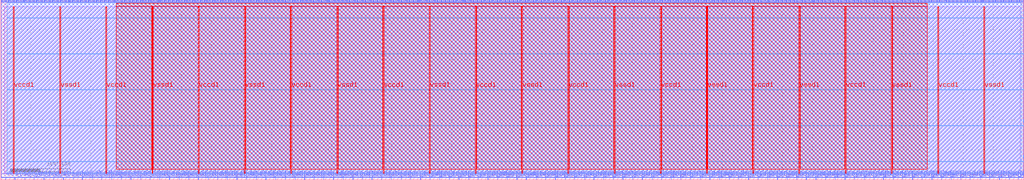
<source format=lef>
VERSION 5.7 ;
  NOWIREEXTENSIONATPIN ON ;
  DIVIDERCHAR "/" ;
  BUSBITCHARS "[]" ;
MACRO soric_soc
  CLASS BLOCK ;
  FOREIGN soric_soc ;
  ORIGIN 0.000 0.000 ;
  SIZE 1700.000 BY 300.000 ;
  PIN error_uart_to_mem
    DIRECTION OUTPUT TRISTATE ;
    USE SIGNAL ;
    PORT
      LAYER met3 ;
        RECT 1696.000 269.320 1700.000 269.920 ;
    END
  END error_uart_to_mem
  PIN master_data_addr_to_inter_i[0]
    DIRECTION INPUT ;
    USE SIGNAL ;
    PORT
      LAYER met2 ;
        RECT 1.010 296.000 1.290 300.000 ;
    END
  END master_data_addr_to_inter_i[0]
  PIN master_data_addr_to_inter_i[10]
    DIRECTION INPUT ;
    USE SIGNAL ;
    PORT
      LAYER met2 ;
        RECT 160.170 296.000 160.450 300.000 ;
    END
  END master_data_addr_to_inter_i[10]
  PIN master_data_addr_to_inter_i[11]
    DIRECTION INPUT ;
    USE SIGNAL ;
    PORT
      LAYER met2 ;
        RECT 171.210 296.000 171.490 300.000 ;
    END
  END master_data_addr_to_inter_i[11]
  PIN master_data_addr_to_inter_i[12]
    DIRECTION INPUT ;
    USE SIGNAL ;
    PORT
      LAYER met2 ;
        RECT 182.250 296.000 182.530 300.000 ;
    END
  END master_data_addr_to_inter_i[12]
  PIN master_data_addr_to_inter_i[13]
    DIRECTION INPUT ;
    USE SIGNAL ;
    PORT
      LAYER met2 ;
        RECT 193.290 296.000 193.570 300.000 ;
    END
  END master_data_addr_to_inter_i[13]
  PIN master_data_addr_to_inter_i[14]
    DIRECTION INPUT ;
    USE SIGNAL ;
    PORT
      LAYER met2 ;
        RECT 204.330 296.000 204.610 300.000 ;
    END
  END master_data_addr_to_inter_i[14]
  PIN master_data_addr_to_inter_i[15]
    DIRECTION INPUT ;
    USE SIGNAL ;
    PORT
      LAYER met2 ;
        RECT 215.370 296.000 215.650 300.000 ;
    END
  END master_data_addr_to_inter_i[15]
  PIN master_data_addr_to_inter_i[16]
    DIRECTION INPUT ;
    USE SIGNAL ;
    PORT
      LAYER met2 ;
        RECT 226.410 296.000 226.690 300.000 ;
    END
  END master_data_addr_to_inter_i[16]
  PIN master_data_addr_to_inter_i[17]
    DIRECTION INPUT ;
    USE SIGNAL ;
    PORT
      LAYER met2 ;
        RECT 237.450 296.000 237.730 300.000 ;
    END
  END master_data_addr_to_inter_i[17]
  PIN master_data_addr_to_inter_i[18]
    DIRECTION INPUT ;
    USE SIGNAL ;
    PORT
      LAYER met2 ;
        RECT 248.950 296.000 249.230 300.000 ;
    END
  END master_data_addr_to_inter_i[18]
  PIN master_data_addr_to_inter_i[19]
    DIRECTION INPUT ;
    USE SIGNAL ;
    PORT
      LAYER met2 ;
        RECT 259.990 296.000 260.270 300.000 ;
    END
  END master_data_addr_to_inter_i[19]
  PIN master_data_addr_to_inter_i[1]
    DIRECTION INPUT ;
    USE SIGNAL ;
    PORT
      LAYER met2 ;
        RECT 29.530 296.000 29.810 300.000 ;
    END
  END master_data_addr_to_inter_i[1]
  PIN master_data_addr_to_inter_i[20]
    DIRECTION INPUT ;
    USE SIGNAL ;
    PORT
      LAYER met2 ;
        RECT 271.030 296.000 271.310 300.000 ;
    END
  END master_data_addr_to_inter_i[20]
  PIN master_data_addr_to_inter_i[21]
    DIRECTION INPUT ;
    USE SIGNAL ;
    PORT
      LAYER met2 ;
        RECT 282.070 296.000 282.350 300.000 ;
    END
  END master_data_addr_to_inter_i[21]
  PIN master_data_addr_to_inter_i[22]
    DIRECTION INPUT ;
    USE SIGNAL ;
    PORT
      LAYER met2 ;
        RECT 293.110 296.000 293.390 300.000 ;
    END
  END master_data_addr_to_inter_i[22]
  PIN master_data_addr_to_inter_i[23]
    DIRECTION INPUT ;
    USE SIGNAL ;
    PORT
      LAYER met2 ;
        RECT 304.150 296.000 304.430 300.000 ;
    END
  END master_data_addr_to_inter_i[23]
  PIN master_data_addr_to_inter_i[24]
    DIRECTION INPUT ;
    USE SIGNAL ;
    PORT
      LAYER met2 ;
        RECT 315.190 296.000 315.470 300.000 ;
    END
  END master_data_addr_to_inter_i[24]
  PIN master_data_addr_to_inter_i[25]
    DIRECTION INPUT ;
    USE SIGNAL ;
    PORT
      LAYER met2 ;
        RECT 326.230 296.000 326.510 300.000 ;
    END
  END master_data_addr_to_inter_i[25]
  PIN master_data_addr_to_inter_i[26]
    DIRECTION INPUT ;
    USE SIGNAL ;
    PORT
      LAYER met2 ;
        RECT 337.270 296.000 337.550 300.000 ;
    END
  END master_data_addr_to_inter_i[26]
  PIN master_data_addr_to_inter_i[27]
    DIRECTION INPUT ;
    USE SIGNAL ;
    PORT
      LAYER met2 ;
        RECT 346.010 296.000 346.290 300.000 ;
    END
  END master_data_addr_to_inter_i[27]
  PIN master_data_addr_to_inter_i[2]
    DIRECTION INPUT ;
    USE SIGNAL ;
    PORT
      LAYER met2 ;
        RECT 58.510 296.000 58.790 300.000 ;
    END
  END master_data_addr_to_inter_i[2]
  PIN master_data_addr_to_inter_i[3]
    DIRECTION INPUT ;
    USE SIGNAL ;
    PORT
      LAYER met2 ;
        RECT 71.850 296.000 72.130 300.000 ;
    END
  END master_data_addr_to_inter_i[3]
  PIN master_data_addr_to_inter_i[4]
    DIRECTION INPUT ;
    USE SIGNAL ;
    PORT
      LAYER met2 ;
        RECT 84.730 296.000 85.010 300.000 ;
    END
  END master_data_addr_to_inter_i[4]
  PIN master_data_addr_to_inter_i[5]
    DIRECTION INPUT ;
    USE SIGNAL ;
    PORT
      LAYER met2 ;
        RECT 98.070 296.000 98.350 300.000 ;
    END
  END master_data_addr_to_inter_i[5]
  PIN master_data_addr_to_inter_i[6]
    DIRECTION INPUT ;
    USE SIGNAL ;
    PORT
      LAYER met2 ;
        RECT 111.410 296.000 111.690 300.000 ;
    END
  END master_data_addr_to_inter_i[6]
  PIN master_data_addr_to_inter_i[7]
    DIRECTION INPUT ;
    USE SIGNAL ;
    PORT
      LAYER met2 ;
        RECT 124.750 296.000 125.030 300.000 ;
    END
  END master_data_addr_to_inter_i[7]
  PIN master_data_addr_to_inter_i[8]
    DIRECTION INPUT ;
    USE SIGNAL ;
    PORT
      LAYER met2 ;
        RECT 138.090 296.000 138.370 300.000 ;
    END
  END master_data_addr_to_inter_i[8]
  PIN master_data_addr_to_inter_i[9]
    DIRECTION INPUT ;
    USE SIGNAL ;
    PORT
      LAYER met2 ;
        RECT 149.130 296.000 149.410 300.000 ;
    END
  END master_data_addr_to_inter_i[9]
  PIN master_data_addr_to_inter_ro_i[0]
    DIRECTION INPUT ;
    USE SIGNAL ;
    PORT
      LAYER met2 ;
        RECT 2.850 296.000 3.130 300.000 ;
    END
  END master_data_addr_to_inter_ro_i[0]
  PIN master_data_addr_to_inter_ro_i[10]
    DIRECTION INPUT ;
    USE SIGNAL ;
    PORT
      LAYER met2 ;
        RECT 162.470 296.000 162.750 300.000 ;
    END
  END master_data_addr_to_inter_ro_i[10]
  PIN master_data_addr_to_inter_ro_i[11]
    DIRECTION INPUT ;
    USE SIGNAL ;
    PORT
      LAYER met2 ;
        RECT 173.510 296.000 173.790 300.000 ;
    END
  END master_data_addr_to_inter_ro_i[11]
  PIN master_data_addr_to_inter_ro_i[12]
    DIRECTION INPUT ;
    USE SIGNAL ;
    PORT
      LAYER met2 ;
        RECT 184.550 296.000 184.830 300.000 ;
    END
  END master_data_addr_to_inter_ro_i[12]
  PIN master_data_addr_to_inter_ro_i[13]
    DIRECTION INPUT ;
    USE SIGNAL ;
    PORT
      LAYER met2 ;
        RECT 195.590 296.000 195.870 300.000 ;
    END
  END master_data_addr_to_inter_ro_i[13]
  PIN master_data_addr_to_inter_ro_i[14]
    DIRECTION INPUT ;
    USE SIGNAL ;
    PORT
      LAYER met2 ;
        RECT 206.630 296.000 206.910 300.000 ;
    END
  END master_data_addr_to_inter_ro_i[14]
  PIN master_data_addr_to_inter_ro_i[15]
    DIRECTION INPUT ;
    USE SIGNAL ;
    PORT
      LAYER met2 ;
        RECT 217.670 296.000 217.950 300.000 ;
    END
  END master_data_addr_to_inter_ro_i[15]
  PIN master_data_addr_to_inter_ro_i[16]
    DIRECTION INPUT ;
    USE SIGNAL ;
    PORT
      LAYER met2 ;
        RECT 228.710 296.000 228.990 300.000 ;
    END
  END master_data_addr_to_inter_ro_i[16]
  PIN master_data_addr_to_inter_ro_i[17]
    DIRECTION INPUT ;
    USE SIGNAL ;
    PORT
      LAYER met2 ;
        RECT 239.750 296.000 240.030 300.000 ;
    END
  END master_data_addr_to_inter_ro_i[17]
  PIN master_data_addr_to_inter_ro_i[18]
    DIRECTION INPUT ;
    USE SIGNAL ;
    PORT
      LAYER met2 ;
        RECT 250.790 296.000 251.070 300.000 ;
    END
  END master_data_addr_to_inter_ro_i[18]
  PIN master_data_addr_to_inter_ro_i[19]
    DIRECTION INPUT ;
    USE SIGNAL ;
    PORT
      LAYER met2 ;
        RECT 261.830 296.000 262.110 300.000 ;
    END
  END master_data_addr_to_inter_ro_i[19]
  PIN master_data_addr_to_inter_ro_i[1]
    DIRECTION INPUT ;
    USE SIGNAL ;
    PORT
      LAYER met2 ;
        RECT 31.830 296.000 32.110 300.000 ;
    END
  END master_data_addr_to_inter_ro_i[1]
  PIN master_data_addr_to_inter_ro_i[20]
    DIRECTION INPUT ;
    USE SIGNAL ;
    PORT
      LAYER met2 ;
        RECT 272.870 296.000 273.150 300.000 ;
    END
  END master_data_addr_to_inter_ro_i[20]
  PIN master_data_addr_to_inter_ro_i[21]
    DIRECTION INPUT ;
    USE SIGNAL ;
    PORT
      LAYER met2 ;
        RECT 284.370 296.000 284.650 300.000 ;
    END
  END master_data_addr_to_inter_ro_i[21]
  PIN master_data_addr_to_inter_ro_i[22]
    DIRECTION INPUT ;
    USE SIGNAL ;
    PORT
      LAYER met2 ;
        RECT 295.410 296.000 295.690 300.000 ;
    END
  END master_data_addr_to_inter_ro_i[22]
  PIN master_data_addr_to_inter_ro_i[23]
    DIRECTION INPUT ;
    USE SIGNAL ;
    PORT
      LAYER met2 ;
        RECT 306.450 296.000 306.730 300.000 ;
    END
  END master_data_addr_to_inter_ro_i[23]
  PIN master_data_addr_to_inter_ro_i[24]
    DIRECTION INPUT ;
    USE SIGNAL ;
    PORT
      LAYER met2 ;
        RECT 317.490 296.000 317.770 300.000 ;
    END
  END master_data_addr_to_inter_ro_i[24]
  PIN master_data_addr_to_inter_ro_i[25]
    DIRECTION INPUT ;
    USE SIGNAL ;
    PORT
      LAYER met2 ;
        RECT 328.530 296.000 328.810 300.000 ;
    END
  END master_data_addr_to_inter_ro_i[25]
  PIN master_data_addr_to_inter_ro_i[2]
    DIRECTION INPUT ;
    USE SIGNAL ;
    PORT
      LAYER met2 ;
        RECT 60.350 296.000 60.630 300.000 ;
    END
  END master_data_addr_to_inter_ro_i[2]
  PIN master_data_addr_to_inter_ro_i[3]
    DIRECTION INPUT ;
    USE SIGNAL ;
    PORT
      LAYER met2 ;
        RECT 73.690 296.000 73.970 300.000 ;
    END
  END master_data_addr_to_inter_ro_i[3]
  PIN master_data_addr_to_inter_ro_i[4]
    DIRECTION INPUT ;
    USE SIGNAL ;
    PORT
      LAYER met2 ;
        RECT 87.030 296.000 87.310 300.000 ;
    END
  END master_data_addr_to_inter_ro_i[4]
  PIN master_data_addr_to_inter_ro_i[5]
    DIRECTION INPUT ;
    USE SIGNAL ;
    PORT
      LAYER met2 ;
        RECT 100.370 296.000 100.650 300.000 ;
    END
  END master_data_addr_to_inter_ro_i[5]
  PIN master_data_addr_to_inter_ro_i[6]
    DIRECTION INPUT ;
    USE SIGNAL ;
    PORT
      LAYER met2 ;
        RECT 113.710 296.000 113.990 300.000 ;
    END
  END master_data_addr_to_inter_ro_i[6]
  PIN master_data_addr_to_inter_ro_i[7]
    DIRECTION INPUT ;
    USE SIGNAL ;
    PORT
      LAYER met2 ;
        RECT 127.050 296.000 127.330 300.000 ;
    END
  END master_data_addr_to_inter_ro_i[7]
  PIN master_data_addr_to_inter_ro_i[8]
    DIRECTION INPUT ;
    USE SIGNAL ;
    PORT
      LAYER met2 ;
        RECT 140.390 296.000 140.670 300.000 ;
    END
  END master_data_addr_to_inter_ro_i[8]
  PIN master_data_addr_to_inter_ro_i[9]
    DIRECTION INPUT ;
    USE SIGNAL ;
    PORT
      LAYER met2 ;
        RECT 151.430 296.000 151.710 300.000 ;
    END
  END master_data_addr_to_inter_ro_i[9]
  PIN master_data_be_to_inter_i[0]
    DIRECTION INPUT ;
    USE SIGNAL ;
    PORT
      LAYER met2 ;
        RECT 5.150 296.000 5.430 300.000 ;
    END
  END master_data_be_to_inter_i[0]
  PIN master_data_be_to_inter_i[1]
    DIRECTION INPUT ;
    USE SIGNAL ;
    PORT
      LAYER met2 ;
        RECT 34.130 296.000 34.410 300.000 ;
    END
  END master_data_be_to_inter_i[1]
  PIN master_data_be_to_inter_i[2]
    DIRECTION INPUT ;
    USE SIGNAL ;
    PORT
      LAYER met2 ;
        RECT 62.650 296.000 62.930 300.000 ;
    END
  END master_data_be_to_inter_i[2]
  PIN master_data_be_to_inter_i[3]
    DIRECTION INPUT ;
    USE SIGNAL ;
    PORT
      LAYER met2 ;
        RECT 75.990 296.000 76.270 300.000 ;
    END
  END master_data_be_to_inter_i[3]
  PIN master_data_be_to_inter_i[4]
    DIRECTION INPUT ;
    USE SIGNAL ;
    PORT
      LAYER met2 ;
        RECT 89.330 296.000 89.610 300.000 ;
    END
  END master_data_be_to_inter_i[4]
  PIN master_data_be_to_inter_i[5]
    DIRECTION INPUT ;
    USE SIGNAL ;
    PORT
      LAYER met2 ;
        RECT 102.670 296.000 102.950 300.000 ;
    END
  END master_data_be_to_inter_i[5]
  PIN master_data_be_to_inter_i[6]
    DIRECTION INPUT ;
    USE SIGNAL ;
    PORT
      LAYER met2 ;
        RECT 116.010 296.000 116.290 300.000 ;
    END
  END master_data_be_to_inter_i[6]
  PIN master_data_be_to_inter_i[7]
    DIRECTION INPUT ;
    USE SIGNAL ;
    PORT
      LAYER met2 ;
        RECT 129.350 296.000 129.630 300.000 ;
    END
  END master_data_be_to_inter_i[7]
  PIN master_data_gnt_to_inter_o[0]
    DIRECTION OUTPUT TRISTATE ;
    USE SIGNAL ;
    PORT
      LAYER met2 ;
        RECT 7.450 296.000 7.730 300.000 ;
    END
  END master_data_gnt_to_inter_o[0]
  PIN master_data_gnt_to_inter_o[1]
    DIRECTION OUTPUT TRISTATE ;
    USE SIGNAL ;
    PORT
      LAYER met2 ;
        RECT 36.430 296.000 36.710 300.000 ;
    END
  END master_data_gnt_to_inter_o[1]
  PIN master_data_gnt_to_inter_ro_o[0]
    DIRECTION OUTPUT TRISTATE ;
    USE SIGNAL ;
    PORT
      LAYER met2 ;
        RECT 9.750 296.000 10.030 300.000 ;
    END
  END master_data_gnt_to_inter_ro_o[0]
  PIN master_data_gnt_to_inter_ro_o[1]
    DIRECTION OUTPUT TRISTATE ;
    USE SIGNAL ;
    PORT
      LAYER met2 ;
        RECT 38.270 296.000 38.550 300.000 ;
    END
  END master_data_gnt_to_inter_ro_o[1]
  PIN master_data_rdata_to_inter_o[0]
    DIRECTION OUTPUT TRISTATE ;
    USE SIGNAL ;
    PORT
      LAYER met2 ;
        RECT 12.050 296.000 12.330 300.000 ;
    END
  END master_data_rdata_to_inter_o[0]
  PIN master_data_rdata_to_inter_o[10]
    DIRECTION OUTPUT TRISTATE ;
    USE SIGNAL ;
    PORT
      LAYER met2 ;
        RECT 164.770 296.000 165.050 300.000 ;
    END
  END master_data_rdata_to_inter_o[10]
  PIN master_data_rdata_to_inter_o[11]
    DIRECTION OUTPUT TRISTATE ;
    USE SIGNAL ;
    PORT
      LAYER met2 ;
        RECT 175.810 296.000 176.090 300.000 ;
    END
  END master_data_rdata_to_inter_o[11]
  PIN master_data_rdata_to_inter_o[12]
    DIRECTION OUTPUT TRISTATE ;
    USE SIGNAL ;
    PORT
      LAYER met2 ;
        RECT 186.850 296.000 187.130 300.000 ;
    END
  END master_data_rdata_to_inter_o[12]
  PIN master_data_rdata_to_inter_o[13]
    DIRECTION OUTPUT TRISTATE ;
    USE SIGNAL ;
    PORT
      LAYER met2 ;
        RECT 197.890 296.000 198.170 300.000 ;
    END
  END master_data_rdata_to_inter_o[13]
  PIN master_data_rdata_to_inter_o[14]
    DIRECTION OUTPUT TRISTATE ;
    USE SIGNAL ;
    PORT
      LAYER met2 ;
        RECT 208.930 296.000 209.210 300.000 ;
    END
  END master_data_rdata_to_inter_o[14]
  PIN master_data_rdata_to_inter_o[15]
    DIRECTION OUTPUT TRISTATE ;
    USE SIGNAL ;
    PORT
      LAYER met2 ;
        RECT 219.970 296.000 220.250 300.000 ;
    END
  END master_data_rdata_to_inter_o[15]
  PIN master_data_rdata_to_inter_o[16]
    DIRECTION OUTPUT TRISTATE ;
    USE SIGNAL ;
    PORT
      LAYER met2 ;
        RECT 231.010 296.000 231.290 300.000 ;
    END
  END master_data_rdata_to_inter_o[16]
  PIN master_data_rdata_to_inter_o[17]
    DIRECTION OUTPUT TRISTATE ;
    USE SIGNAL ;
    PORT
      LAYER met2 ;
        RECT 242.050 296.000 242.330 300.000 ;
    END
  END master_data_rdata_to_inter_o[17]
  PIN master_data_rdata_to_inter_o[18]
    DIRECTION OUTPUT TRISTATE ;
    USE SIGNAL ;
    PORT
      LAYER met2 ;
        RECT 253.090 296.000 253.370 300.000 ;
    END
  END master_data_rdata_to_inter_o[18]
  PIN master_data_rdata_to_inter_o[19]
    DIRECTION OUTPUT TRISTATE ;
    USE SIGNAL ;
    PORT
      LAYER met2 ;
        RECT 264.130 296.000 264.410 300.000 ;
    END
  END master_data_rdata_to_inter_o[19]
  PIN master_data_rdata_to_inter_o[1]
    DIRECTION OUTPUT TRISTATE ;
    USE SIGNAL ;
    PORT
      LAYER met2 ;
        RECT 40.570 296.000 40.850 300.000 ;
    END
  END master_data_rdata_to_inter_o[1]
  PIN master_data_rdata_to_inter_o[20]
    DIRECTION OUTPUT TRISTATE ;
    USE SIGNAL ;
    PORT
      LAYER met2 ;
        RECT 275.170 296.000 275.450 300.000 ;
    END
  END master_data_rdata_to_inter_o[20]
  PIN master_data_rdata_to_inter_o[21]
    DIRECTION OUTPUT TRISTATE ;
    USE SIGNAL ;
    PORT
      LAYER met2 ;
        RECT 286.210 296.000 286.490 300.000 ;
    END
  END master_data_rdata_to_inter_o[21]
  PIN master_data_rdata_to_inter_o[22]
    DIRECTION OUTPUT TRISTATE ;
    USE SIGNAL ;
    PORT
      LAYER met2 ;
        RECT 297.250 296.000 297.530 300.000 ;
    END
  END master_data_rdata_to_inter_o[22]
  PIN master_data_rdata_to_inter_o[23]
    DIRECTION OUTPUT TRISTATE ;
    USE SIGNAL ;
    PORT
      LAYER met2 ;
        RECT 308.290 296.000 308.570 300.000 ;
    END
  END master_data_rdata_to_inter_o[23]
  PIN master_data_rdata_to_inter_o[24]
    DIRECTION OUTPUT TRISTATE ;
    USE SIGNAL ;
    PORT
      LAYER met2 ;
        RECT 319.790 296.000 320.070 300.000 ;
    END
  END master_data_rdata_to_inter_o[24]
  PIN master_data_rdata_to_inter_o[25]
    DIRECTION OUTPUT TRISTATE ;
    USE SIGNAL ;
    PORT
      LAYER met2 ;
        RECT 330.830 296.000 331.110 300.000 ;
    END
  END master_data_rdata_to_inter_o[25]
  PIN master_data_rdata_to_inter_o[26]
    DIRECTION OUTPUT TRISTATE ;
    USE SIGNAL ;
    PORT
      LAYER met2 ;
        RECT 339.570 296.000 339.850 300.000 ;
    END
  END master_data_rdata_to_inter_o[26]
  PIN master_data_rdata_to_inter_o[27]
    DIRECTION OUTPUT TRISTATE ;
    USE SIGNAL ;
    PORT
      LAYER met2 ;
        RECT 348.310 296.000 348.590 300.000 ;
    END
  END master_data_rdata_to_inter_o[27]
  PIN master_data_rdata_to_inter_o[28]
    DIRECTION OUTPUT TRISTATE ;
    USE SIGNAL ;
    PORT
      LAYER met2 ;
        RECT 355.210 296.000 355.490 300.000 ;
    END
  END master_data_rdata_to_inter_o[28]
  PIN master_data_rdata_to_inter_o[29]
    DIRECTION OUTPUT TRISTATE ;
    USE SIGNAL ;
    PORT
      LAYER met2 ;
        RECT 361.650 296.000 361.930 300.000 ;
    END
  END master_data_rdata_to_inter_o[29]
  PIN master_data_rdata_to_inter_o[2]
    DIRECTION OUTPUT TRISTATE ;
    USE SIGNAL ;
    PORT
      LAYER met2 ;
        RECT 64.950 296.000 65.230 300.000 ;
    END
  END master_data_rdata_to_inter_o[2]
  PIN master_data_rdata_to_inter_o[30]
    DIRECTION OUTPUT TRISTATE ;
    USE SIGNAL ;
    PORT
      LAYER met2 ;
        RECT 368.090 296.000 368.370 300.000 ;
    END
  END master_data_rdata_to_inter_o[30]
  PIN master_data_rdata_to_inter_o[31]
    DIRECTION OUTPUT TRISTATE ;
    USE SIGNAL ;
    PORT
      LAYER met2 ;
        RECT 374.990 296.000 375.270 300.000 ;
    END
  END master_data_rdata_to_inter_o[31]
  PIN master_data_rdata_to_inter_o[32]
    DIRECTION OUTPUT TRISTATE ;
    USE SIGNAL ;
    PORT
      LAYER met2 ;
        RECT 381.430 296.000 381.710 300.000 ;
    END
  END master_data_rdata_to_inter_o[32]
  PIN master_data_rdata_to_inter_o[33]
    DIRECTION OUTPUT TRISTATE ;
    USE SIGNAL ;
    PORT
      LAYER met2 ;
        RECT 388.330 296.000 388.610 300.000 ;
    END
  END master_data_rdata_to_inter_o[33]
  PIN master_data_rdata_to_inter_o[34]
    DIRECTION OUTPUT TRISTATE ;
    USE SIGNAL ;
    PORT
      LAYER met2 ;
        RECT 394.770 296.000 395.050 300.000 ;
    END
  END master_data_rdata_to_inter_o[34]
  PIN master_data_rdata_to_inter_o[35]
    DIRECTION OUTPUT TRISTATE ;
    USE SIGNAL ;
    PORT
      LAYER met2 ;
        RECT 401.670 296.000 401.950 300.000 ;
    END
  END master_data_rdata_to_inter_o[35]
  PIN master_data_rdata_to_inter_o[36]
    DIRECTION OUTPUT TRISTATE ;
    USE SIGNAL ;
    PORT
      LAYER met2 ;
        RECT 408.110 296.000 408.390 300.000 ;
    END
  END master_data_rdata_to_inter_o[36]
  PIN master_data_rdata_to_inter_o[37]
    DIRECTION OUTPUT TRISTATE ;
    USE SIGNAL ;
    PORT
      LAYER met2 ;
        RECT 414.550 296.000 414.830 300.000 ;
    END
  END master_data_rdata_to_inter_o[37]
  PIN master_data_rdata_to_inter_o[38]
    DIRECTION OUTPUT TRISTATE ;
    USE SIGNAL ;
    PORT
      LAYER met2 ;
        RECT 421.450 296.000 421.730 300.000 ;
    END
  END master_data_rdata_to_inter_o[38]
  PIN master_data_rdata_to_inter_o[39]
    DIRECTION OUTPUT TRISTATE ;
    USE SIGNAL ;
    PORT
      LAYER met2 ;
        RECT 427.890 296.000 428.170 300.000 ;
    END
  END master_data_rdata_to_inter_o[39]
  PIN master_data_rdata_to_inter_o[3]
    DIRECTION OUTPUT TRISTATE ;
    USE SIGNAL ;
    PORT
      LAYER met2 ;
        RECT 78.290 296.000 78.570 300.000 ;
    END
  END master_data_rdata_to_inter_o[3]
  PIN master_data_rdata_to_inter_o[40]
    DIRECTION OUTPUT TRISTATE ;
    USE SIGNAL ;
    PORT
      LAYER met2 ;
        RECT 434.790 296.000 435.070 300.000 ;
    END
  END master_data_rdata_to_inter_o[40]
  PIN master_data_rdata_to_inter_o[41]
    DIRECTION OUTPUT TRISTATE ;
    USE SIGNAL ;
    PORT
      LAYER met2 ;
        RECT 441.230 296.000 441.510 300.000 ;
    END
  END master_data_rdata_to_inter_o[41]
  PIN master_data_rdata_to_inter_o[42]
    DIRECTION OUTPUT TRISTATE ;
    USE SIGNAL ;
    PORT
      LAYER met2 ;
        RECT 448.130 296.000 448.410 300.000 ;
    END
  END master_data_rdata_to_inter_o[42]
  PIN master_data_rdata_to_inter_o[43]
    DIRECTION OUTPUT TRISTATE ;
    USE SIGNAL ;
    PORT
      LAYER met2 ;
        RECT 454.570 296.000 454.850 300.000 ;
    END
  END master_data_rdata_to_inter_o[43]
  PIN master_data_rdata_to_inter_o[44]
    DIRECTION OUTPUT TRISTATE ;
    USE SIGNAL ;
    PORT
      LAYER met2 ;
        RECT 461.470 296.000 461.750 300.000 ;
    END
  END master_data_rdata_to_inter_o[44]
  PIN master_data_rdata_to_inter_o[45]
    DIRECTION OUTPUT TRISTATE ;
    USE SIGNAL ;
    PORT
      LAYER met2 ;
        RECT 467.910 296.000 468.190 300.000 ;
    END
  END master_data_rdata_to_inter_o[45]
  PIN master_data_rdata_to_inter_o[46]
    DIRECTION OUTPUT TRISTATE ;
    USE SIGNAL ;
    PORT
      LAYER met2 ;
        RECT 474.350 296.000 474.630 300.000 ;
    END
  END master_data_rdata_to_inter_o[46]
  PIN master_data_rdata_to_inter_o[47]
    DIRECTION OUTPUT TRISTATE ;
    USE SIGNAL ;
    PORT
      LAYER met2 ;
        RECT 481.250 296.000 481.530 300.000 ;
    END
  END master_data_rdata_to_inter_o[47]
  PIN master_data_rdata_to_inter_o[48]
    DIRECTION OUTPUT TRISTATE ;
    USE SIGNAL ;
    PORT
      LAYER met2 ;
        RECT 487.690 296.000 487.970 300.000 ;
    END
  END master_data_rdata_to_inter_o[48]
  PIN master_data_rdata_to_inter_o[49]
    DIRECTION OUTPUT TRISTATE ;
    USE SIGNAL ;
    PORT
      LAYER met2 ;
        RECT 494.590 296.000 494.870 300.000 ;
    END
  END master_data_rdata_to_inter_o[49]
  PIN master_data_rdata_to_inter_o[4]
    DIRECTION OUTPUT TRISTATE ;
    USE SIGNAL ;
    PORT
      LAYER met2 ;
        RECT 91.630 296.000 91.910 300.000 ;
    END
  END master_data_rdata_to_inter_o[4]
  PIN master_data_rdata_to_inter_o[50]
    DIRECTION OUTPUT TRISTATE ;
    USE SIGNAL ;
    PORT
      LAYER met2 ;
        RECT 501.030 296.000 501.310 300.000 ;
    END
  END master_data_rdata_to_inter_o[50]
  PIN master_data_rdata_to_inter_o[51]
    DIRECTION OUTPUT TRISTATE ;
    USE SIGNAL ;
    PORT
      LAYER met2 ;
        RECT 507.930 296.000 508.210 300.000 ;
    END
  END master_data_rdata_to_inter_o[51]
  PIN master_data_rdata_to_inter_o[52]
    DIRECTION OUTPUT TRISTATE ;
    USE SIGNAL ;
    PORT
      LAYER met2 ;
        RECT 514.370 296.000 514.650 300.000 ;
    END
  END master_data_rdata_to_inter_o[52]
  PIN master_data_rdata_to_inter_o[53]
    DIRECTION OUTPUT TRISTATE ;
    USE SIGNAL ;
    PORT
      LAYER met2 ;
        RECT 520.810 296.000 521.090 300.000 ;
    END
  END master_data_rdata_to_inter_o[53]
  PIN master_data_rdata_to_inter_o[54]
    DIRECTION OUTPUT TRISTATE ;
    USE SIGNAL ;
    PORT
      LAYER met2 ;
        RECT 527.710 296.000 527.990 300.000 ;
    END
  END master_data_rdata_to_inter_o[54]
  PIN master_data_rdata_to_inter_o[55]
    DIRECTION OUTPUT TRISTATE ;
    USE SIGNAL ;
    PORT
      LAYER met2 ;
        RECT 534.150 296.000 534.430 300.000 ;
    END
  END master_data_rdata_to_inter_o[55]
  PIN master_data_rdata_to_inter_o[56]
    DIRECTION OUTPUT TRISTATE ;
    USE SIGNAL ;
    PORT
      LAYER met2 ;
        RECT 541.050 296.000 541.330 300.000 ;
    END
  END master_data_rdata_to_inter_o[56]
  PIN master_data_rdata_to_inter_o[57]
    DIRECTION OUTPUT TRISTATE ;
    USE SIGNAL ;
    PORT
      LAYER met2 ;
        RECT 547.490 296.000 547.770 300.000 ;
    END
  END master_data_rdata_to_inter_o[57]
  PIN master_data_rdata_to_inter_o[58]
    DIRECTION OUTPUT TRISTATE ;
    USE SIGNAL ;
    PORT
      LAYER met2 ;
        RECT 554.390 296.000 554.670 300.000 ;
    END
  END master_data_rdata_to_inter_o[58]
  PIN master_data_rdata_to_inter_o[59]
    DIRECTION OUTPUT TRISTATE ;
    USE SIGNAL ;
    PORT
      LAYER met2 ;
        RECT 560.830 296.000 561.110 300.000 ;
    END
  END master_data_rdata_to_inter_o[59]
  PIN master_data_rdata_to_inter_o[5]
    DIRECTION OUTPUT TRISTATE ;
    USE SIGNAL ;
    PORT
      LAYER met2 ;
        RECT 104.970 296.000 105.250 300.000 ;
    END
  END master_data_rdata_to_inter_o[5]
  PIN master_data_rdata_to_inter_o[60]
    DIRECTION OUTPUT TRISTATE ;
    USE SIGNAL ;
    PORT
      LAYER met2 ;
        RECT 567.730 296.000 568.010 300.000 ;
    END
  END master_data_rdata_to_inter_o[60]
  PIN master_data_rdata_to_inter_o[61]
    DIRECTION OUTPUT TRISTATE ;
    USE SIGNAL ;
    PORT
      LAYER met2 ;
        RECT 574.170 296.000 574.450 300.000 ;
    END
  END master_data_rdata_to_inter_o[61]
  PIN master_data_rdata_to_inter_o[62]
    DIRECTION OUTPUT TRISTATE ;
    USE SIGNAL ;
    PORT
      LAYER met2 ;
        RECT 580.610 296.000 580.890 300.000 ;
    END
  END master_data_rdata_to_inter_o[62]
  PIN master_data_rdata_to_inter_o[63]
    DIRECTION OUTPUT TRISTATE ;
    USE SIGNAL ;
    PORT
      LAYER met2 ;
        RECT 587.510 296.000 587.790 300.000 ;
    END
  END master_data_rdata_to_inter_o[63]
  PIN master_data_rdata_to_inter_o[6]
    DIRECTION OUTPUT TRISTATE ;
    USE SIGNAL ;
    PORT
      LAYER met2 ;
        RECT 118.310 296.000 118.590 300.000 ;
    END
  END master_data_rdata_to_inter_o[6]
  PIN master_data_rdata_to_inter_o[7]
    DIRECTION OUTPUT TRISTATE ;
    USE SIGNAL ;
    PORT
      LAYER met2 ;
        RECT 131.190 296.000 131.470 300.000 ;
    END
  END master_data_rdata_to_inter_o[7]
  PIN master_data_rdata_to_inter_o[8]
    DIRECTION OUTPUT TRISTATE ;
    USE SIGNAL ;
    PORT
      LAYER met2 ;
        RECT 142.690 296.000 142.970 300.000 ;
    END
  END master_data_rdata_to_inter_o[8]
  PIN master_data_rdata_to_inter_o[9]
    DIRECTION OUTPUT TRISTATE ;
    USE SIGNAL ;
    PORT
      LAYER met2 ;
        RECT 153.730 296.000 154.010 300.000 ;
    END
  END master_data_rdata_to_inter_o[9]
  PIN master_data_rdata_to_inter_ro_o[0]
    DIRECTION OUTPUT TRISTATE ;
    USE SIGNAL ;
    PORT
      LAYER met2 ;
        RECT 13.890 296.000 14.170 300.000 ;
    END
  END master_data_rdata_to_inter_ro_o[0]
  PIN master_data_rdata_to_inter_ro_o[10]
    DIRECTION OUTPUT TRISTATE ;
    USE SIGNAL ;
    PORT
      LAYER met2 ;
        RECT 166.610 296.000 166.890 300.000 ;
    END
  END master_data_rdata_to_inter_ro_o[10]
  PIN master_data_rdata_to_inter_ro_o[11]
    DIRECTION OUTPUT TRISTATE ;
    USE SIGNAL ;
    PORT
      LAYER met2 ;
        RECT 178.110 296.000 178.390 300.000 ;
    END
  END master_data_rdata_to_inter_ro_o[11]
  PIN master_data_rdata_to_inter_ro_o[12]
    DIRECTION OUTPUT TRISTATE ;
    USE SIGNAL ;
    PORT
      LAYER met2 ;
        RECT 189.150 296.000 189.430 300.000 ;
    END
  END master_data_rdata_to_inter_ro_o[12]
  PIN master_data_rdata_to_inter_ro_o[13]
    DIRECTION OUTPUT TRISTATE ;
    USE SIGNAL ;
    PORT
      LAYER met2 ;
        RECT 200.190 296.000 200.470 300.000 ;
    END
  END master_data_rdata_to_inter_ro_o[13]
  PIN master_data_rdata_to_inter_ro_o[14]
    DIRECTION OUTPUT TRISTATE ;
    USE SIGNAL ;
    PORT
      LAYER met2 ;
        RECT 211.230 296.000 211.510 300.000 ;
    END
  END master_data_rdata_to_inter_ro_o[14]
  PIN master_data_rdata_to_inter_ro_o[15]
    DIRECTION OUTPUT TRISTATE ;
    USE SIGNAL ;
    PORT
      LAYER met2 ;
        RECT 222.270 296.000 222.550 300.000 ;
    END
  END master_data_rdata_to_inter_ro_o[15]
  PIN master_data_rdata_to_inter_ro_o[16]
    DIRECTION OUTPUT TRISTATE ;
    USE SIGNAL ;
    PORT
      LAYER met2 ;
        RECT 233.310 296.000 233.590 300.000 ;
    END
  END master_data_rdata_to_inter_ro_o[16]
  PIN master_data_rdata_to_inter_ro_o[17]
    DIRECTION OUTPUT TRISTATE ;
    USE SIGNAL ;
    PORT
      LAYER met2 ;
        RECT 244.350 296.000 244.630 300.000 ;
    END
  END master_data_rdata_to_inter_ro_o[17]
  PIN master_data_rdata_to_inter_ro_o[18]
    DIRECTION OUTPUT TRISTATE ;
    USE SIGNAL ;
    PORT
      LAYER met2 ;
        RECT 255.390 296.000 255.670 300.000 ;
    END
  END master_data_rdata_to_inter_ro_o[18]
  PIN master_data_rdata_to_inter_ro_o[19]
    DIRECTION OUTPUT TRISTATE ;
    USE SIGNAL ;
    PORT
      LAYER met2 ;
        RECT 266.430 296.000 266.710 300.000 ;
    END
  END master_data_rdata_to_inter_ro_o[19]
  PIN master_data_rdata_to_inter_ro_o[1]
    DIRECTION OUTPUT TRISTATE ;
    USE SIGNAL ;
    PORT
      LAYER met2 ;
        RECT 42.870 296.000 43.150 300.000 ;
    END
  END master_data_rdata_to_inter_ro_o[1]
  PIN master_data_rdata_to_inter_ro_o[20]
    DIRECTION OUTPUT TRISTATE ;
    USE SIGNAL ;
    PORT
      LAYER met2 ;
        RECT 277.470 296.000 277.750 300.000 ;
    END
  END master_data_rdata_to_inter_ro_o[20]
  PIN master_data_rdata_to_inter_ro_o[21]
    DIRECTION OUTPUT TRISTATE ;
    USE SIGNAL ;
    PORT
      LAYER met2 ;
        RECT 288.510 296.000 288.790 300.000 ;
    END
  END master_data_rdata_to_inter_ro_o[21]
  PIN master_data_rdata_to_inter_ro_o[22]
    DIRECTION OUTPUT TRISTATE ;
    USE SIGNAL ;
    PORT
      LAYER met2 ;
        RECT 299.550 296.000 299.830 300.000 ;
    END
  END master_data_rdata_to_inter_ro_o[22]
  PIN master_data_rdata_to_inter_ro_o[23]
    DIRECTION OUTPUT TRISTATE ;
    USE SIGNAL ;
    PORT
      LAYER met2 ;
        RECT 310.590 296.000 310.870 300.000 ;
    END
  END master_data_rdata_to_inter_ro_o[23]
  PIN master_data_rdata_to_inter_ro_o[24]
    DIRECTION OUTPUT TRISTATE ;
    USE SIGNAL ;
    PORT
      LAYER met2 ;
        RECT 321.630 296.000 321.910 300.000 ;
    END
  END master_data_rdata_to_inter_ro_o[24]
  PIN master_data_rdata_to_inter_ro_o[25]
    DIRECTION OUTPUT TRISTATE ;
    USE SIGNAL ;
    PORT
      LAYER met2 ;
        RECT 332.670 296.000 332.950 300.000 ;
    END
  END master_data_rdata_to_inter_ro_o[25]
  PIN master_data_rdata_to_inter_ro_o[26]
    DIRECTION OUTPUT TRISTATE ;
    USE SIGNAL ;
    PORT
      LAYER met2 ;
        RECT 341.870 296.000 342.150 300.000 ;
    END
  END master_data_rdata_to_inter_ro_o[26]
  PIN master_data_rdata_to_inter_ro_o[27]
    DIRECTION OUTPUT TRISTATE ;
    USE SIGNAL ;
    PORT
      LAYER met2 ;
        RECT 350.610 296.000 350.890 300.000 ;
    END
  END master_data_rdata_to_inter_ro_o[27]
  PIN master_data_rdata_to_inter_ro_o[28]
    DIRECTION OUTPUT TRISTATE ;
    USE SIGNAL ;
    PORT
      LAYER met2 ;
        RECT 357.050 296.000 357.330 300.000 ;
    END
  END master_data_rdata_to_inter_ro_o[28]
  PIN master_data_rdata_to_inter_ro_o[29]
    DIRECTION OUTPUT TRISTATE ;
    USE SIGNAL ;
    PORT
      LAYER met2 ;
        RECT 363.950 296.000 364.230 300.000 ;
    END
  END master_data_rdata_to_inter_ro_o[29]
  PIN master_data_rdata_to_inter_ro_o[2]
    DIRECTION OUTPUT TRISTATE ;
    USE SIGNAL ;
    PORT
      LAYER met2 ;
        RECT 67.250 296.000 67.530 300.000 ;
    END
  END master_data_rdata_to_inter_ro_o[2]
  PIN master_data_rdata_to_inter_ro_o[30]
    DIRECTION OUTPUT TRISTATE ;
    USE SIGNAL ;
    PORT
      LAYER met2 ;
        RECT 370.390 296.000 370.670 300.000 ;
    END
  END master_data_rdata_to_inter_ro_o[30]
  PIN master_data_rdata_to_inter_ro_o[31]
    DIRECTION OUTPUT TRISTATE ;
    USE SIGNAL ;
    PORT
      LAYER met2 ;
        RECT 377.290 296.000 377.570 300.000 ;
    END
  END master_data_rdata_to_inter_ro_o[31]
  PIN master_data_rdata_to_inter_ro_o[32]
    DIRECTION OUTPUT TRISTATE ;
    USE SIGNAL ;
    PORT
      LAYER met2 ;
        RECT 383.730 296.000 384.010 300.000 ;
    END
  END master_data_rdata_to_inter_ro_o[32]
  PIN master_data_rdata_to_inter_ro_o[33]
    DIRECTION OUTPUT TRISTATE ;
    USE SIGNAL ;
    PORT
      LAYER met2 ;
        RECT 390.630 296.000 390.910 300.000 ;
    END
  END master_data_rdata_to_inter_ro_o[33]
  PIN master_data_rdata_to_inter_ro_o[34]
    DIRECTION OUTPUT TRISTATE ;
    USE SIGNAL ;
    PORT
      LAYER met2 ;
        RECT 397.070 296.000 397.350 300.000 ;
    END
  END master_data_rdata_to_inter_ro_o[34]
  PIN master_data_rdata_to_inter_ro_o[35]
    DIRECTION OUTPUT TRISTATE ;
    USE SIGNAL ;
    PORT
      LAYER met2 ;
        RECT 403.510 296.000 403.790 300.000 ;
    END
  END master_data_rdata_to_inter_ro_o[35]
  PIN master_data_rdata_to_inter_ro_o[36]
    DIRECTION OUTPUT TRISTATE ;
    USE SIGNAL ;
    PORT
      LAYER met2 ;
        RECT 410.410 296.000 410.690 300.000 ;
    END
  END master_data_rdata_to_inter_ro_o[36]
  PIN master_data_rdata_to_inter_ro_o[37]
    DIRECTION OUTPUT TRISTATE ;
    USE SIGNAL ;
    PORT
      LAYER met2 ;
        RECT 416.850 296.000 417.130 300.000 ;
    END
  END master_data_rdata_to_inter_ro_o[37]
  PIN master_data_rdata_to_inter_ro_o[38]
    DIRECTION OUTPUT TRISTATE ;
    USE SIGNAL ;
    PORT
      LAYER met2 ;
        RECT 423.750 296.000 424.030 300.000 ;
    END
  END master_data_rdata_to_inter_ro_o[38]
  PIN master_data_rdata_to_inter_ro_o[39]
    DIRECTION OUTPUT TRISTATE ;
    USE SIGNAL ;
    PORT
      LAYER met2 ;
        RECT 430.190 296.000 430.470 300.000 ;
    END
  END master_data_rdata_to_inter_ro_o[39]
  PIN master_data_rdata_to_inter_ro_o[3]
    DIRECTION OUTPUT TRISTATE ;
    USE SIGNAL ;
    PORT
      LAYER met2 ;
        RECT 80.590 296.000 80.870 300.000 ;
    END
  END master_data_rdata_to_inter_ro_o[3]
  PIN master_data_rdata_to_inter_ro_o[40]
    DIRECTION OUTPUT TRISTATE ;
    USE SIGNAL ;
    PORT
      LAYER met2 ;
        RECT 437.090 296.000 437.370 300.000 ;
    END
  END master_data_rdata_to_inter_ro_o[40]
  PIN master_data_rdata_to_inter_ro_o[41]
    DIRECTION OUTPUT TRISTATE ;
    USE SIGNAL ;
    PORT
      LAYER met2 ;
        RECT 443.530 296.000 443.810 300.000 ;
    END
  END master_data_rdata_to_inter_ro_o[41]
  PIN master_data_rdata_to_inter_ro_o[42]
    DIRECTION OUTPUT TRISTATE ;
    USE SIGNAL ;
    PORT
      LAYER met2 ;
        RECT 449.970 296.000 450.250 300.000 ;
    END
  END master_data_rdata_to_inter_ro_o[42]
  PIN master_data_rdata_to_inter_ro_o[43]
    DIRECTION OUTPUT TRISTATE ;
    USE SIGNAL ;
    PORT
      LAYER met2 ;
        RECT 456.870 296.000 457.150 300.000 ;
    END
  END master_data_rdata_to_inter_ro_o[43]
  PIN master_data_rdata_to_inter_ro_o[44]
    DIRECTION OUTPUT TRISTATE ;
    USE SIGNAL ;
    PORT
      LAYER met2 ;
        RECT 463.310 296.000 463.590 300.000 ;
    END
  END master_data_rdata_to_inter_ro_o[44]
  PIN master_data_rdata_to_inter_ro_o[45]
    DIRECTION OUTPUT TRISTATE ;
    USE SIGNAL ;
    PORT
      LAYER met2 ;
        RECT 470.210 296.000 470.490 300.000 ;
    END
  END master_data_rdata_to_inter_ro_o[45]
  PIN master_data_rdata_to_inter_ro_o[46]
    DIRECTION OUTPUT TRISTATE ;
    USE SIGNAL ;
    PORT
      LAYER met2 ;
        RECT 476.650 296.000 476.930 300.000 ;
    END
  END master_data_rdata_to_inter_ro_o[46]
  PIN master_data_rdata_to_inter_ro_o[47]
    DIRECTION OUTPUT TRISTATE ;
    USE SIGNAL ;
    PORT
      LAYER met2 ;
        RECT 483.550 296.000 483.830 300.000 ;
    END
  END master_data_rdata_to_inter_ro_o[47]
  PIN master_data_rdata_to_inter_ro_o[48]
    DIRECTION OUTPUT TRISTATE ;
    USE SIGNAL ;
    PORT
      LAYER met2 ;
        RECT 489.990 296.000 490.270 300.000 ;
    END
  END master_data_rdata_to_inter_ro_o[48]
  PIN master_data_rdata_to_inter_ro_o[49]
    DIRECTION OUTPUT TRISTATE ;
    USE SIGNAL ;
    PORT
      LAYER met2 ;
        RECT 496.890 296.000 497.170 300.000 ;
    END
  END master_data_rdata_to_inter_ro_o[49]
  PIN master_data_rdata_to_inter_ro_o[4]
    DIRECTION OUTPUT TRISTATE ;
    USE SIGNAL ;
    PORT
      LAYER met2 ;
        RECT 93.930 296.000 94.210 300.000 ;
    END
  END master_data_rdata_to_inter_ro_o[4]
  PIN master_data_rdata_to_inter_ro_o[50]
    DIRECTION OUTPUT TRISTATE ;
    USE SIGNAL ;
    PORT
      LAYER met2 ;
        RECT 503.330 296.000 503.610 300.000 ;
    END
  END master_data_rdata_to_inter_ro_o[50]
  PIN master_data_rdata_to_inter_ro_o[51]
    DIRECTION OUTPUT TRISTATE ;
    USE SIGNAL ;
    PORT
      LAYER met2 ;
        RECT 509.770 296.000 510.050 300.000 ;
    END
  END master_data_rdata_to_inter_ro_o[51]
  PIN master_data_rdata_to_inter_ro_o[52]
    DIRECTION OUTPUT TRISTATE ;
    USE SIGNAL ;
    PORT
      LAYER met2 ;
        RECT 516.670 296.000 516.950 300.000 ;
    END
  END master_data_rdata_to_inter_ro_o[52]
  PIN master_data_rdata_to_inter_ro_o[53]
    DIRECTION OUTPUT TRISTATE ;
    USE SIGNAL ;
    PORT
      LAYER met2 ;
        RECT 523.110 296.000 523.390 300.000 ;
    END
  END master_data_rdata_to_inter_ro_o[53]
  PIN master_data_rdata_to_inter_ro_o[54]
    DIRECTION OUTPUT TRISTATE ;
    USE SIGNAL ;
    PORT
      LAYER met2 ;
        RECT 530.010 296.000 530.290 300.000 ;
    END
  END master_data_rdata_to_inter_ro_o[54]
  PIN master_data_rdata_to_inter_ro_o[55]
    DIRECTION OUTPUT TRISTATE ;
    USE SIGNAL ;
    PORT
      LAYER met2 ;
        RECT 536.450 296.000 536.730 300.000 ;
    END
  END master_data_rdata_to_inter_ro_o[55]
  PIN master_data_rdata_to_inter_ro_o[56]
    DIRECTION OUTPUT TRISTATE ;
    USE SIGNAL ;
    PORT
      LAYER met2 ;
        RECT 543.350 296.000 543.630 300.000 ;
    END
  END master_data_rdata_to_inter_ro_o[56]
  PIN master_data_rdata_to_inter_ro_o[57]
    DIRECTION OUTPUT TRISTATE ;
    USE SIGNAL ;
    PORT
      LAYER met2 ;
        RECT 549.790 296.000 550.070 300.000 ;
    END
  END master_data_rdata_to_inter_ro_o[57]
  PIN master_data_rdata_to_inter_ro_o[58]
    DIRECTION OUTPUT TRISTATE ;
    USE SIGNAL ;
    PORT
      LAYER met2 ;
        RECT 556.230 296.000 556.510 300.000 ;
    END
  END master_data_rdata_to_inter_ro_o[58]
  PIN master_data_rdata_to_inter_ro_o[59]
    DIRECTION OUTPUT TRISTATE ;
    USE SIGNAL ;
    PORT
      LAYER met2 ;
        RECT 563.130 296.000 563.410 300.000 ;
    END
  END master_data_rdata_to_inter_ro_o[59]
  PIN master_data_rdata_to_inter_ro_o[5]
    DIRECTION OUTPUT TRISTATE ;
    USE SIGNAL ;
    PORT
      LAYER met2 ;
        RECT 107.270 296.000 107.550 300.000 ;
    END
  END master_data_rdata_to_inter_ro_o[5]
  PIN master_data_rdata_to_inter_ro_o[60]
    DIRECTION OUTPUT TRISTATE ;
    USE SIGNAL ;
    PORT
      LAYER met2 ;
        RECT 569.570 296.000 569.850 300.000 ;
    END
  END master_data_rdata_to_inter_ro_o[60]
  PIN master_data_rdata_to_inter_ro_o[61]
    DIRECTION OUTPUT TRISTATE ;
    USE SIGNAL ;
    PORT
      LAYER met2 ;
        RECT 576.470 296.000 576.750 300.000 ;
    END
  END master_data_rdata_to_inter_ro_o[61]
  PIN master_data_rdata_to_inter_ro_o[62]
    DIRECTION OUTPUT TRISTATE ;
    USE SIGNAL ;
    PORT
      LAYER met2 ;
        RECT 582.910 296.000 583.190 300.000 ;
    END
  END master_data_rdata_to_inter_ro_o[62]
  PIN master_data_rdata_to_inter_ro_o[63]
    DIRECTION OUTPUT TRISTATE ;
    USE SIGNAL ;
    PORT
      LAYER met2 ;
        RECT 589.810 296.000 590.090 300.000 ;
    END
  END master_data_rdata_to_inter_ro_o[63]
  PIN master_data_rdata_to_inter_ro_o[6]
    DIRECTION OUTPUT TRISTATE ;
    USE SIGNAL ;
    PORT
      LAYER met2 ;
        RECT 120.150 296.000 120.430 300.000 ;
    END
  END master_data_rdata_to_inter_ro_o[6]
  PIN master_data_rdata_to_inter_ro_o[7]
    DIRECTION OUTPUT TRISTATE ;
    USE SIGNAL ;
    PORT
      LAYER met2 ;
        RECT 133.490 296.000 133.770 300.000 ;
    END
  END master_data_rdata_to_inter_ro_o[7]
  PIN master_data_rdata_to_inter_ro_o[8]
    DIRECTION OUTPUT TRISTATE ;
    USE SIGNAL ;
    PORT
      LAYER met2 ;
        RECT 144.530 296.000 144.810 300.000 ;
    END
  END master_data_rdata_to_inter_ro_o[8]
  PIN master_data_rdata_to_inter_ro_o[9]
    DIRECTION OUTPUT TRISTATE ;
    USE SIGNAL ;
    PORT
      LAYER met2 ;
        RECT 155.570 296.000 155.850 300.000 ;
    END
  END master_data_rdata_to_inter_ro_o[9]
  PIN master_data_req_to_inter_i[0]
    DIRECTION INPUT ;
    USE SIGNAL ;
    PORT
      LAYER met2 ;
        RECT 16.190 296.000 16.470 300.000 ;
    END
  END master_data_req_to_inter_i[0]
  PIN master_data_req_to_inter_i[1]
    DIRECTION INPUT ;
    USE SIGNAL ;
    PORT
      LAYER met2 ;
        RECT 45.170 296.000 45.450 300.000 ;
    END
  END master_data_req_to_inter_i[1]
  PIN master_data_req_to_inter_ro_i[0]
    DIRECTION INPUT ;
    USE SIGNAL ;
    PORT
      LAYER met2 ;
        RECT 18.490 296.000 18.770 300.000 ;
    END
  END master_data_req_to_inter_ro_i[0]
  PIN master_data_req_to_inter_ro_i[1]
    DIRECTION INPUT ;
    USE SIGNAL ;
    PORT
      LAYER met2 ;
        RECT 47.470 296.000 47.750 300.000 ;
    END
  END master_data_req_to_inter_ro_i[1]
  PIN master_data_rvalid_to_inter_o[0]
    DIRECTION OUTPUT TRISTATE ;
    USE SIGNAL ;
    PORT
      LAYER met2 ;
        RECT 20.790 296.000 21.070 300.000 ;
    END
  END master_data_rvalid_to_inter_o[0]
  PIN master_data_rvalid_to_inter_o[1]
    DIRECTION OUTPUT TRISTATE ;
    USE SIGNAL ;
    PORT
      LAYER met2 ;
        RECT 49.310 296.000 49.590 300.000 ;
    END
  END master_data_rvalid_to_inter_o[1]
  PIN master_data_rvalid_to_inter_ro_o[0]
    DIRECTION OUTPUT TRISTATE ;
    USE SIGNAL ;
    PORT
      LAYER met2 ;
        RECT 23.090 296.000 23.370 300.000 ;
    END
  END master_data_rvalid_to_inter_ro_o[0]
  PIN master_data_rvalid_to_inter_ro_o[1]
    DIRECTION OUTPUT TRISTATE ;
    USE SIGNAL ;
    PORT
      LAYER met2 ;
        RECT 51.610 296.000 51.890 300.000 ;
    END
  END master_data_rvalid_to_inter_ro_o[1]
  PIN master_data_wdata_to_inter_i[0]
    DIRECTION INPUT ;
    USE SIGNAL ;
    PORT
      LAYER met2 ;
        RECT 24.930 296.000 25.210 300.000 ;
    END
  END master_data_wdata_to_inter_i[0]
  PIN master_data_wdata_to_inter_i[10]
    DIRECTION INPUT ;
    USE SIGNAL ;
    PORT
      LAYER met2 ;
        RECT 168.910 296.000 169.190 300.000 ;
    END
  END master_data_wdata_to_inter_i[10]
  PIN master_data_wdata_to_inter_i[11]
    DIRECTION INPUT ;
    USE SIGNAL ;
    PORT
      LAYER met2 ;
        RECT 179.950 296.000 180.230 300.000 ;
    END
  END master_data_wdata_to_inter_i[11]
  PIN master_data_wdata_to_inter_i[12]
    DIRECTION INPUT ;
    USE SIGNAL ;
    PORT
      LAYER met2 ;
        RECT 190.990 296.000 191.270 300.000 ;
    END
  END master_data_wdata_to_inter_i[12]
  PIN master_data_wdata_to_inter_i[13]
    DIRECTION INPUT ;
    USE SIGNAL ;
    PORT
      LAYER met2 ;
        RECT 202.030 296.000 202.310 300.000 ;
    END
  END master_data_wdata_to_inter_i[13]
  PIN master_data_wdata_to_inter_i[14]
    DIRECTION INPUT ;
    USE SIGNAL ;
    PORT
      LAYER met2 ;
        RECT 213.530 296.000 213.810 300.000 ;
    END
  END master_data_wdata_to_inter_i[14]
  PIN master_data_wdata_to_inter_i[15]
    DIRECTION INPUT ;
    USE SIGNAL ;
    PORT
      LAYER met2 ;
        RECT 224.570 296.000 224.850 300.000 ;
    END
  END master_data_wdata_to_inter_i[15]
  PIN master_data_wdata_to_inter_i[16]
    DIRECTION INPUT ;
    USE SIGNAL ;
    PORT
      LAYER met2 ;
        RECT 235.610 296.000 235.890 300.000 ;
    END
  END master_data_wdata_to_inter_i[16]
  PIN master_data_wdata_to_inter_i[17]
    DIRECTION INPUT ;
    USE SIGNAL ;
    PORT
      LAYER met2 ;
        RECT 246.650 296.000 246.930 300.000 ;
    END
  END master_data_wdata_to_inter_i[17]
  PIN master_data_wdata_to_inter_i[18]
    DIRECTION INPUT ;
    USE SIGNAL ;
    PORT
      LAYER met2 ;
        RECT 257.690 296.000 257.970 300.000 ;
    END
  END master_data_wdata_to_inter_i[18]
  PIN master_data_wdata_to_inter_i[19]
    DIRECTION INPUT ;
    USE SIGNAL ;
    PORT
      LAYER met2 ;
        RECT 268.730 296.000 269.010 300.000 ;
    END
  END master_data_wdata_to_inter_i[19]
  PIN master_data_wdata_to_inter_i[1]
    DIRECTION INPUT ;
    USE SIGNAL ;
    PORT
      LAYER met2 ;
        RECT 53.910 296.000 54.190 300.000 ;
    END
  END master_data_wdata_to_inter_i[1]
  PIN master_data_wdata_to_inter_i[20]
    DIRECTION INPUT ;
    USE SIGNAL ;
    PORT
      LAYER met2 ;
        RECT 279.770 296.000 280.050 300.000 ;
    END
  END master_data_wdata_to_inter_i[20]
  PIN master_data_wdata_to_inter_i[21]
    DIRECTION INPUT ;
    USE SIGNAL ;
    PORT
      LAYER met2 ;
        RECT 290.810 296.000 291.090 300.000 ;
    END
  END master_data_wdata_to_inter_i[21]
  PIN master_data_wdata_to_inter_i[22]
    DIRECTION INPUT ;
    USE SIGNAL ;
    PORT
      LAYER met2 ;
        RECT 301.850 296.000 302.130 300.000 ;
    END
  END master_data_wdata_to_inter_i[22]
  PIN master_data_wdata_to_inter_i[23]
    DIRECTION INPUT ;
    USE SIGNAL ;
    PORT
      LAYER met2 ;
        RECT 312.890 296.000 313.170 300.000 ;
    END
  END master_data_wdata_to_inter_i[23]
  PIN master_data_wdata_to_inter_i[24]
    DIRECTION INPUT ;
    USE SIGNAL ;
    PORT
      LAYER met2 ;
        RECT 323.930 296.000 324.210 300.000 ;
    END
  END master_data_wdata_to_inter_i[24]
  PIN master_data_wdata_to_inter_i[25]
    DIRECTION INPUT ;
    USE SIGNAL ;
    PORT
      LAYER met2 ;
        RECT 334.970 296.000 335.250 300.000 ;
    END
  END master_data_wdata_to_inter_i[25]
  PIN master_data_wdata_to_inter_i[26]
    DIRECTION INPUT ;
    USE SIGNAL ;
    PORT
      LAYER met2 ;
        RECT 343.710 296.000 343.990 300.000 ;
    END
  END master_data_wdata_to_inter_i[26]
  PIN master_data_wdata_to_inter_i[27]
    DIRECTION INPUT ;
    USE SIGNAL ;
    PORT
      LAYER met2 ;
        RECT 352.910 296.000 353.190 300.000 ;
    END
  END master_data_wdata_to_inter_i[27]
  PIN master_data_wdata_to_inter_i[28]
    DIRECTION INPUT ;
    USE SIGNAL ;
    PORT
      LAYER met2 ;
        RECT 359.350 296.000 359.630 300.000 ;
    END
  END master_data_wdata_to_inter_i[28]
  PIN master_data_wdata_to_inter_i[29]
    DIRECTION INPUT ;
    USE SIGNAL ;
    PORT
      LAYER met2 ;
        RECT 366.250 296.000 366.530 300.000 ;
    END
  END master_data_wdata_to_inter_i[29]
  PIN master_data_wdata_to_inter_i[2]
    DIRECTION INPUT ;
    USE SIGNAL ;
    PORT
      LAYER met2 ;
        RECT 69.550 296.000 69.830 300.000 ;
    END
  END master_data_wdata_to_inter_i[2]
  PIN master_data_wdata_to_inter_i[30]
    DIRECTION INPUT ;
    USE SIGNAL ;
    PORT
      LAYER met2 ;
        RECT 372.690 296.000 372.970 300.000 ;
    END
  END master_data_wdata_to_inter_i[30]
  PIN master_data_wdata_to_inter_i[31]
    DIRECTION INPUT ;
    USE SIGNAL ;
    PORT
      LAYER met2 ;
        RECT 379.130 296.000 379.410 300.000 ;
    END
  END master_data_wdata_to_inter_i[31]
  PIN master_data_wdata_to_inter_i[32]
    DIRECTION INPUT ;
    USE SIGNAL ;
    PORT
      LAYER met2 ;
        RECT 386.030 296.000 386.310 300.000 ;
    END
  END master_data_wdata_to_inter_i[32]
  PIN master_data_wdata_to_inter_i[33]
    DIRECTION INPUT ;
    USE SIGNAL ;
    PORT
      LAYER met2 ;
        RECT 392.470 296.000 392.750 300.000 ;
    END
  END master_data_wdata_to_inter_i[33]
  PIN master_data_wdata_to_inter_i[34]
    DIRECTION INPUT ;
    USE SIGNAL ;
    PORT
      LAYER met2 ;
        RECT 399.370 296.000 399.650 300.000 ;
    END
  END master_data_wdata_to_inter_i[34]
  PIN master_data_wdata_to_inter_i[35]
    DIRECTION INPUT ;
    USE SIGNAL ;
    PORT
      LAYER met2 ;
        RECT 405.810 296.000 406.090 300.000 ;
    END
  END master_data_wdata_to_inter_i[35]
  PIN master_data_wdata_to_inter_i[36]
    DIRECTION INPUT ;
    USE SIGNAL ;
    PORT
      LAYER met2 ;
        RECT 412.710 296.000 412.990 300.000 ;
    END
  END master_data_wdata_to_inter_i[36]
  PIN master_data_wdata_to_inter_i[37]
    DIRECTION INPUT ;
    USE SIGNAL ;
    PORT
      LAYER met2 ;
        RECT 419.150 296.000 419.430 300.000 ;
    END
  END master_data_wdata_to_inter_i[37]
  PIN master_data_wdata_to_inter_i[38]
    DIRECTION INPUT ;
    USE SIGNAL ;
    PORT
      LAYER met2 ;
        RECT 426.050 296.000 426.330 300.000 ;
    END
  END master_data_wdata_to_inter_i[38]
  PIN master_data_wdata_to_inter_i[39]
    DIRECTION INPUT ;
    USE SIGNAL ;
    PORT
      LAYER met2 ;
        RECT 432.490 296.000 432.770 300.000 ;
    END
  END master_data_wdata_to_inter_i[39]
  PIN master_data_wdata_to_inter_i[3]
    DIRECTION INPUT ;
    USE SIGNAL ;
    PORT
      LAYER met2 ;
        RECT 82.890 296.000 83.170 300.000 ;
    END
  END master_data_wdata_to_inter_i[3]
  PIN master_data_wdata_to_inter_i[40]
    DIRECTION INPUT ;
    USE SIGNAL ;
    PORT
      LAYER met2 ;
        RECT 438.930 296.000 439.210 300.000 ;
    END
  END master_data_wdata_to_inter_i[40]
  PIN master_data_wdata_to_inter_i[41]
    DIRECTION INPUT ;
    USE SIGNAL ;
    PORT
      LAYER met2 ;
        RECT 445.830 296.000 446.110 300.000 ;
    END
  END master_data_wdata_to_inter_i[41]
  PIN master_data_wdata_to_inter_i[42]
    DIRECTION INPUT ;
    USE SIGNAL ;
    PORT
      LAYER met2 ;
        RECT 452.270 296.000 452.550 300.000 ;
    END
  END master_data_wdata_to_inter_i[42]
  PIN master_data_wdata_to_inter_i[43]
    DIRECTION INPUT ;
    USE SIGNAL ;
    PORT
      LAYER met2 ;
        RECT 459.170 296.000 459.450 300.000 ;
    END
  END master_data_wdata_to_inter_i[43]
  PIN master_data_wdata_to_inter_i[44]
    DIRECTION INPUT ;
    USE SIGNAL ;
    PORT
      LAYER met2 ;
        RECT 465.610 296.000 465.890 300.000 ;
    END
  END master_data_wdata_to_inter_i[44]
  PIN master_data_wdata_to_inter_i[45]
    DIRECTION INPUT ;
    USE SIGNAL ;
    PORT
      LAYER met2 ;
        RECT 472.510 296.000 472.790 300.000 ;
    END
  END master_data_wdata_to_inter_i[45]
  PIN master_data_wdata_to_inter_i[46]
    DIRECTION INPUT ;
    USE SIGNAL ;
    PORT
      LAYER met2 ;
        RECT 478.950 296.000 479.230 300.000 ;
    END
  END master_data_wdata_to_inter_i[46]
  PIN master_data_wdata_to_inter_i[47]
    DIRECTION INPUT ;
    USE SIGNAL ;
    PORT
      LAYER met2 ;
        RECT 485.390 296.000 485.670 300.000 ;
    END
  END master_data_wdata_to_inter_i[47]
  PIN master_data_wdata_to_inter_i[48]
    DIRECTION INPUT ;
    USE SIGNAL ;
    PORT
      LAYER met2 ;
        RECT 492.290 296.000 492.570 300.000 ;
    END
  END master_data_wdata_to_inter_i[48]
  PIN master_data_wdata_to_inter_i[49]
    DIRECTION INPUT ;
    USE SIGNAL ;
    PORT
      LAYER met2 ;
        RECT 498.730 296.000 499.010 300.000 ;
    END
  END master_data_wdata_to_inter_i[49]
  PIN master_data_wdata_to_inter_i[4]
    DIRECTION INPUT ;
    USE SIGNAL ;
    PORT
      LAYER met2 ;
        RECT 95.770 296.000 96.050 300.000 ;
    END
  END master_data_wdata_to_inter_i[4]
  PIN master_data_wdata_to_inter_i[50]
    DIRECTION INPUT ;
    USE SIGNAL ;
    PORT
      LAYER met2 ;
        RECT 505.630 296.000 505.910 300.000 ;
    END
  END master_data_wdata_to_inter_i[50]
  PIN master_data_wdata_to_inter_i[51]
    DIRECTION INPUT ;
    USE SIGNAL ;
    PORT
      LAYER met2 ;
        RECT 512.070 296.000 512.350 300.000 ;
    END
  END master_data_wdata_to_inter_i[51]
  PIN master_data_wdata_to_inter_i[52]
    DIRECTION INPUT ;
    USE SIGNAL ;
    PORT
      LAYER met2 ;
        RECT 518.970 296.000 519.250 300.000 ;
    END
  END master_data_wdata_to_inter_i[52]
  PIN master_data_wdata_to_inter_i[53]
    DIRECTION INPUT ;
    USE SIGNAL ;
    PORT
      LAYER met2 ;
        RECT 525.410 296.000 525.690 300.000 ;
    END
  END master_data_wdata_to_inter_i[53]
  PIN master_data_wdata_to_inter_i[54]
    DIRECTION INPUT ;
    USE SIGNAL ;
    PORT
      LAYER met2 ;
        RECT 532.310 296.000 532.590 300.000 ;
    END
  END master_data_wdata_to_inter_i[54]
  PIN master_data_wdata_to_inter_i[55]
    DIRECTION INPUT ;
    USE SIGNAL ;
    PORT
      LAYER met2 ;
        RECT 538.750 296.000 539.030 300.000 ;
    END
  END master_data_wdata_to_inter_i[55]
  PIN master_data_wdata_to_inter_i[56]
    DIRECTION INPUT ;
    USE SIGNAL ;
    PORT
      LAYER met2 ;
        RECT 545.190 296.000 545.470 300.000 ;
    END
  END master_data_wdata_to_inter_i[56]
  PIN master_data_wdata_to_inter_i[57]
    DIRECTION INPUT ;
    USE SIGNAL ;
    PORT
      LAYER met2 ;
        RECT 552.090 296.000 552.370 300.000 ;
    END
  END master_data_wdata_to_inter_i[57]
  PIN master_data_wdata_to_inter_i[58]
    DIRECTION INPUT ;
    USE SIGNAL ;
    PORT
      LAYER met2 ;
        RECT 558.530 296.000 558.810 300.000 ;
    END
  END master_data_wdata_to_inter_i[58]
  PIN master_data_wdata_to_inter_i[59]
    DIRECTION INPUT ;
    USE SIGNAL ;
    PORT
      LAYER met2 ;
        RECT 565.430 296.000 565.710 300.000 ;
    END
  END master_data_wdata_to_inter_i[59]
  PIN master_data_wdata_to_inter_i[5]
    DIRECTION INPUT ;
    USE SIGNAL ;
    PORT
      LAYER met2 ;
        RECT 109.110 296.000 109.390 300.000 ;
    END
  END master_data_wdata_to_inter_i[5]
  PIN master_data_wdata_to_inter_i[60]
    DIRECTION INPUT ;
    USE SIGNAL ;
    PORT
      LAYER met2 ;
        RECT 571.870 296.000 572.150 300.000 ;
    END
  END master_data_wdata_to_inter_i[60]
  PIN master_data_wdata_to_inter_i[61]
    DIRECTION INPUT ;
    USE SIGNAL ;
    PORT
      LAYER met2 ;
        RECT 578.770 296.000 579.050 300.000 ;
    END
  END master_data_wdata_to_inter_i[61]
  PIN master_data_wdata_to_inter_i[62]
    DIRECTION INPUT ;
    USE SIGNAL ;
    PORT
      LAYER met2 ;
        RECT 585.210 296.000 585.490 300.000 ;
    END
  END master_data_wdata_to_inter_i[62]
  PIN master_data_wdata_to_inter_i[63]
    DIRECTION INPUT ;
    USE SIGNAL ;
    PORT
      LAYER met2 ;
        RECT 591.650 296.000 591.930 300.000 ;
    END
  END master_data_wdata_to_inter_i[63]
  PIN master_data_wdata_to_inter_i[6]
    DIRECTION INPUT ;
    USE SIGNAL ;
    PORT
      LAYER met2 ;
        RECT 122.450 296.000 122.730 300.000 ;
    END
  END master_data_wdata_to_inter_i[6]
  PIN master_data_wdata_to_inter_i[7]
    DIRECTION INPUT ;
    USE SIGNAL ;
    PORT
      LAYER met2 ;
        RECT 135.790 296.000 136.070 300.000 ;
    END
  END master_data_wdata_to_inter_i[7]
  PIN master_data_wdata_to_inter_i[8]
    DIRECTION INPUT ;
    USE SIGNAL ;
    PORT
      LAYER met2 ;
        RECT 146.830 296.000 147.110 300.000 ;
    END
  END master_data_wdata_to_inter_i[8]
  PIN master_data_wdata_to_inter_i[9]
    DIRECTION INPUT ;
    USE SIGNAL ;
    PORT
      LAYER met2 ;
        RECT 157.870 296.000 158.150 300.000 ;
    END
  END master_data_wdata_to_inter_i[9]
  PIN master_data_we_to_inter_i[0]
    DIRECTION INPUT ;
    USE SIGNAL ;
    PORT
      LAYER met2 ;
        RECT 27.230 296.000 27.510 300.000 ;
    END
  END master_data_we_to_inter_i[0]
  PIN master_data_we_to_inter_i[1]
    DIRECTION INPUT ;
    USE SIGNAL ;
    PORT
      LAYER met2 ;
        RECT 56.210 296.000 56.490 300.000 ;
    END
  END master_data_we_to_inter_i[1]
  PIN rxd_uart
    DIRECTION INPUT ;
    USE SIGNAL ;
    PORT
      LAYER met3 ;
        RECT 1696.000 29.960 1700.000 30.560 ;
    END
  END rxd_uart
  PIN rxd_uart_to_mem
    DIRECTION INPUT ;
    USE SIGNAL ;
    PORT
      LAYER met3 ;
        RECT 1696.000 89.800 1700.000 90.400 ;
    END
  END rxd_uart_to_mem
  PIN slave_data_addr_to_inter_o[0]
    DIRECTION OUTPUT TRISTATE ;
    USE SIGNAL ;
    PORT
      LAYER met2 ;
        RECT 593.950 296.000 594.230 300.000 ;
    END
  END slave_data_addr_to_inter_o[0]
  PIN slave_data_addr_to_inter_o[10]
    DIRECTION OUTPUT TRISTATE ;
    USE SIGNAL ;
    PORT
      LAYER met2 ;
        RECT 753.570 296.000 753.850 300.000 ;
    END
  END slave_data_addr_to_inter_o[10]
  PIN slave_data_addr_to_inter_o[11]
    DIRECTION OUTPUT TRISTATE ;
    USE SIGNAL ;
    PORT
      LAYER met2 ;
        RECT 766.910 296.000 767.190 300.000 ;
    END
  END slave_data_addr_to_inter_o[11]
  PIN slave_data_addr_to_inter_o[12]
    DIRECTION OUTPUT TRISTATE ;
    USE SIGNAL ;
    PORT
      LAYER met2 ;
        RECT 780.250 296.000 780.530 300.000 ;
    END
  END slave_data_addr_to_inter_o[12]
  PIN slave_data_addr_to_inter_o[13]
    DIRECTION OUTPUT TRISTATE ;
    USE SIGNAL ;
    PORT
      LAYER met2 ;
        RECT 793.130 296.000 793.410 300.000 ;
    END
  END slave_data_addr_to_inter_o[13]
  PIN slave_data_addr_to_inter_o[14]
    DIRECTION OUTPUT TRISTATE ;
    USE SIGNAL ;
    PORT
      LAYER met2 ;
        RECT 806.470 296.000 806.750 300.000 ;
    END
  END slave_data_addr_to_inter_o[14]
  PIN slave_data_addr_to_inter_o[15]
    DIRECTION OUTPUT TRISTATE ;
    USE SIGNAL ;
    PORT
      LAYER met2 ;
        RECT 819.810 296.000 820.090 300.000 ;
    END
  END slave_data_addr_to_inter_o[15]
  PIN slave_data_addr_to_inter_o[16]
    DIRECTION OUTPUT TRISTATE ;
    USE SIGNAL ;
    PORT
      LAYER met2 ;
        RECT 833.150 296.000 833.430 300.000 ;
    END
  END slave_data_addr_to_inter_o[16]
  PIN slave_data_addr_to_inter_o[17]
    DIRECTION OUTPUT TRISTATE ;
    USE SIGNAL ;
    PORT
      LAYER met2 ;
        RECT 844.190 296.000 844.470 300.000 ;
    END
  END slave_data_addr_to_inter_o[17]
  PIN slave_data_addr_to_inter_o[18]
    DIRECTION OUTPUT TRISTATE ;
    USE SIGNAL ;
    PORT
      LAYER met2 ;
        RECT 855.230 296.000 855.510 300.000 ;
    END
  END slave_data_addr_to_inter_o[18]
  PIN slave_data_addr_to_inter_o[19]
    DIRECTION OUTPUT TRISTATE ;
    USE SIGNAL ;
    PORT
      LAYER met2 ;
        RECT 866.270 296.000 866.550 300.000 ;
    END
  END slave_data_addr_to_inter_o[19]
  PIN slave_data_addr_to_inter_o[1]
    DIRECTION OUTPUT TRISTATE ;
    USE SIGNAL ;
    PORT
      LAYER met2 ;
        RECT 614.190 296.000 614.470 300.000 ;
    END
  END slave_data_addr_to_inter_o[1]
  PIN slave_data_addr_to_inter_o[20]
    DIRECTION OUTPUT TRISTATE ;
    USE SIGNAL ;
    PORT
      LAYER met2 ;
        RECT 877.310 296.000 877.590 300.000 ;
    END
  END slave_data_addr_to_inter_o[20]
  PIN slave_data_addr_to_inter_o[21]
    DIRECTION OUTPUT TRISTATE ;
    USE SIGNAL ;
    PORT
      LAYER met2 ;
        RECT 888.350 296.000 888.630 300.000 ;
    END
  END slave_data_addr_to_inter_o[21]
  PIN slave_data_addr_to_inter_o[22]
    DIRECTION OUTPUT TRISTATE ;
    USE SIGNAL ;
    PORT
      LAYER met2 ;
        RECT 899.390 296.000 899.670 300.000 ;
    END
  END slave_data_addr_to_inter_o[22]
  PIN slave_data_addr_to_inter_o[23]
    DIRECTION OUTPUT TRISTATE ;
    USE SIGNAL ;
    PORT
      LAYER met2 ;
        RECT 910.430 296.000 910.710 300.000 ;
    END
  END slave_data_addr_to_inter_o[23]
  PIN slave_data_addr_to_inter_o[24]
    DIRECTION OUTPUT TRISTATE ;
    USE SIGNAL ;
    PORT
      LAYER met2 ;
        RECT 921.930 296.000 922.210 300.000 ;
    END
  END slave_data_addr_to_inter_o[24]
  PIN slave_data_addr_to_inter_o[25]
    DIRECTION OUTPUT TRISTATE ;
    USE SIGNAL ;
    PORT
      LAYER met2 ;
        RECT 932.970 296.000 933.250 300.000 ;
    END
  END slave_data_addr_to_inter_o[25]
  PIN slave_data_addr_to_inter_o[26]
    DIRECTION OUTPUT TRISTATE ;
    USE SIGNAL ;
    PORT
      LAYER met2 ;
        RECT 944.010 296.000 944.290 300.000 ;
    END
  END slave_data_addr_to_inter_o[26]
  PIN slave_data_addr_to_inter_o[27]
    DIRECTION OUTPUT TRISTATE ;
    USE SIGNAL ;
    PORT
      LAYER met2 ;
        RECT 955.050 296.000 955.330 300.000 ;
    END
  END slave_data_addr_to_inter_o[27]
  PIN slave_data_addr_to_inter_o[28]
    DIRECTION OUTPUT TRISTATE ;
    USE SIGNAL ;
    PORT
      LAYER met2 ;
        RECT 966.090 296.000 966.370 300.000 ;
    END
  END slave_data_addr_to_inter_o[28]
  PIN slave_data_addr_to_inter_o[29]
    DIRECTION OUTPUT TRISTATE ;
    USE SIGNAL ;
    PORT
      LAYER met2 ;
        RECT 977.130 296.000 977.410 300.000 ;
    END
  END slave_data_addr_to_inter_o[29]
  PIN slave_data_addr_to_inter_o[2]
    DIRECTION OUTPUT TRISTATE ;
    USE SIGNAL ;
    PORT
      LAYER met2 ;
        RECT 633.970 296.000 634.250 300.000 ;
    END
  END slave_data_addr_to_inter_o[2]
  PIN slave_data_addr_to_inter_o[30]
    DIRECTION OUTPUT TRISTATE ;
    USE SIGNAL ;
    PORT
      LAYER met2 ;
        RECT 988.170 296.000 988.450 300.000 ;
    END
  END slave_data_addr_to_inter_o[30]
  PIN slave_data_addr_to_inter_o[31]
    DIRECTION OUTPUT TRISTATE ;
    USE SIGNAL ;
    PORT
      LAYER met2 ;
        RECT 999.210 296.000 999.490 300.000 ;
    END
  END slave_data_addr_to_inter_o[31]
  PIN slave_data_addr_to_inter_o[32]
    DIRECTION OUTPUT TRISTATE ;
    USE SIGNAL ;
    PORT
      LAYER met2 ;
        RECT 1010.250 296.000 1010.530 300.000 ;
    END
  END slave_data_addr_to_inter_o[32]
  PIN slave_data_addr_to_inter_o[33]
    DIRECTION OUTPUT TRISTATE ;
    USE SIGNAL ;
    PORT
      LAYER met2 ;
        RECT 1021.290 296.000 1021.570 300.000 ;
    END
  END slave_data_addr_to_inter_o[33]
  PIN slave_data_addr_to_inter_o[34]
    DIRECTION OUTPUT TRISTATE ;
    USE SIGNAL ;
    PORT
      LAYER met2 ;
        RECT 1032.330 296.000 1032.610 300.000 ;
    END
  END slave_data_addr_to_inter_o[34]
  PIN slave_data_addr_to_inter_o[35]
    DIRECTION OUTPUT TRISTATE ;
    USE SIGNAL ;
    PORT
      LAYER met2 ;
        RECT 1043.370 296.000 1043.650 300.000 ;
    END
  END slave_data_addr_to_inter_o[35]
  PIN slave_data_addr_to_inter_o[36]
    DIRECTION OUTPUT TRISTATE ;
    USE SIGNAL ;
    PORT
      LAYER met2 ;
        RECT 1054.410 296.000 1054.690 300.000 ;
    END
  END slave_data_addr_to_inter_o[36]
  PIN slave_data_addr_to_inter_o[37]
    DIRECTION OUTPUT TRISTATE ;
    USE SIGNAL ;
    PORT
      LAYER met2 ;
        RECT 1065.450 296.000 1065.730 300.000 ;
    END
  END slave_data_addr_to_inter_o[37]
  PIN slave_data_addr_to_inter_o[38]
    DIRECTION OUTPUT TRISTATE ;
    USE SIGNAL ;
    PORT
      LAYER met2 ;
        RECT 1076.490 296.000 1076.770 300.000 ;
    END
  END slave_data_addr_to_inter_o[38]
  PIN slave_data_addr_to_inter_o[39]
    DIRECTION OUTPUT TRISTATE ;
    USE SIGNAL ;
    PORT
      LAYER met2 ;
        RECT 1087.530 296.000 1087.810 300.000 ;
    END
  END slave_data_addr_to_inter_o[39]
  PIN slave_data_addr_to_inter_o[3]
    DIRECTION OUTPUT TRISTATE ;
    USE SIGNAL ;
    PORT
      LAYER met2 ;
        RECT 653.750 296.000 654.030 300.000 ;
    END
  END slave_data_addr_to_inter_o[3]
  PIN slave_data_addr_to_inter_o[40]
    DIRECTION OUTPUT TRISTATE ;
    USE SIGNAL ;
    PORT
      LAYER met2 ;
        RECT 1099.030 296.000 1099.310 300.000 ;
    END
  END slave_data_addr_to_inter_o[40]
  PIN slave_data_addr_to_inter_o[41]
    DIRECTION OUTPUT TRISTATE ;
    USE SIGNAL ;
    PORT
      LAYER met2 ;
        RECT 1110.070 296.000 1110.350 300.000 ;
    END
  END slave_data_addr_to_inter_o[41]
  PIN slave_data_addr_to_inter_o[42]
    DIRECTION OUTPUT TRISTATE ;
    USE SIGNAL ;
    PORT
      LAYER met2 ;
        RECT 1121.110 296.000 1121.390 300.000 ;
    END
  END slave_data_addr_to_inter_o[42]
  PIN slave_data_addr_to_inter_o[43]
    DIRECTION OUTPUT TRISTATE ;
    USE SIGNAL ;
    PORT
      LAYER met2 ;
        RECT 1132.150 296.000 1132.430 300.000 ;
    END
  END slave_data_addr_to_inter_o[43]
  PIN slave_data_addr_to_inter_o[4]
    DIRECTION OUTPUT TRISTATE ;
    USE SIGNAL ;
    PORT
      LAYER met2 ;
        RECT 673.990 296.000 674.270 300.000 ;
    END
  END slave_data_addr_to_inter_o[4]
  PIN slave_data_addr_to_inter_o[5]
    DIRECTION OUTPUT TRISTATE ;
    USE SIGNAL ;
    PORT
      LAYER met2 ;
        RECT 686.870 296.000 687.150 300.000 ;
    END
  END slave_data_addr_to_inter_o[5]
  PIN slave_data_addr_to_inter_o[6]
    DIRECTION OUTPUT TRISTATE ;
    USE SIGNAL ;
    PORT
      LAYER met2 ;
        RECT 700.210 296.000 700.490 300.000 ;
    END
  END slave_data_addr_to_inter_o[6]
  PIN slave_data_addr_to_inter_o[7]
    DIRECTION OUTPUT TRISTATE ;
    USE SIGNAL ;
    PORT
      LAYER met2 ;
        RECT 713.550 296.000 713.830 300.000 ;
    END
  END slave_data_addr_to_inter_o[7]
  PIN slave_data_addr_to_inter_o[8]
    DIRECTION OUTPUT TRISTATE ;
    USE SIGNAL ;
    PORT
      LAYER met2 ;
        RECT 726.890 296.000 727.170 300.000 ;
    END
  END slave_data_addr_to_inter_o[8]
  PIN slave_data_addr_to_inter_o[9]
    DIRECTION OUTPUT TRISTATE ;
    USE SIGNAL ;
    PORT
      LAYER met2 ;
        RECT 740.230 296.000 740.510 300.000 ;
    END
  END slave_data_addr_to_inter_o[9]
  PIN slave_data_addr_to_inter_ro_o[0]
    DIRECTION OUTPUT TRISTATE ;
    USE SIGNAL ;
    PORT
      LAYER met2 ;
        RECT 596.250 296.000 596.530 300.000 ;
    END
  END slave_data_addr_to_inter_ro_o[0]
  PIN slave_data_addr_to_inter_ro_o[10]
    DIRECTION OUTPUT TRISTATE ;
    USE SIGNAL ;
    PORT
      LAYER met2 ;
        RECT 755.870 296.000 756.150 300.000 ;
    END
  END slave_data_addr_to_inter_ro_o[10]
  PIN slave_data_addr_to_inter_ro_o[11]
    DIRECTION OUTPUT TRISTATE ;
    USE SIGNAL ;
    PORT
      LAYER met2 ;
        RECT 768.750 296.000 769.030 300.000 ;
    END
  END slave_data_addr_to_inter_ro_o[11]
  PIN slave_data_addr_to_inter_ro_o[12]
    DIRECTION OUTPUT TRISTATE ;
    USE SIGNAL ;
    PORT
      LAYER met2 ;
        RECT 782.090 296.000 782.370 300.000 ;
    END
  END slave_data_addr_to_inter_ro_o[12]
  PIN slave_data_addr_to_inter_ro_o[13]
    DIRECTION OUTPUT TRISTATE ;
    USE SIGNAL ;
    PORT
      LAYER met2 ;
        RECT 795.430 296.000 795.710 300.000 ;
    END
  END slave_data_addr_to_inter_ro_o[13]
  PIN slave_data_addr_to_inter_ro_o[14]
    DIRECTION OUTPUT TRISTATE ;
    USE SIGNAL ;
    PORT
      LAYER met2 ;
        RECT 808.770 296.000 809.050 300.000 ;
    END
  END slave_data_addr_to_inter_ro_o[14]
  PIN slave_data_addr_to_inter_ro_o[15]
    DIRECTION OUTPUT TRISTATE ;
    USE SIGNAL ;
    PORT
      LAYER met2 ;
        RECT 822.110 296.000 822.390 300.000 ;
    END
  END slave_data_addr_to_inter_ro_o[15]
  PIN slave_data_addr_to_inter_ro_o[16]
    DIRECTION OUTPUT TRISTATE ;
    USE SIGNAL ;
    PORT
      LAYER met2 ;
        RECT 835.450 296.000 835.730 300.000 ;
    END
  END slave_data_addr_to_inter_ro_o[16]
  PIN slave_data_addr_to_inter_ro_o[17]
    DIRECTION OUTPUT TRISTATE ;
    USE SIGNAL ;
    PORT
      LAYER met2 ;
        RECT 846.490 296.000 846.770 300.000 ;
    END
  END slave_data_addr_to_inter_ro_o[17]
  PIN slave_data_addr_to_inter_ro_o[18]
    DIRECTION OUTPUT TRISTATE ;
    USE SIGNAL ;
    PORT
      LAYER met2 ;
        RECT 857.530 296.000 857.810 300.000 ;
    END
  END slave_data_addr_to_inter_ro_o[18]
  PIN slave_data_addr_to_inter_ro_o[19]
    DIRECTION OUTPUT TRISTATE ;
    USE SIGNAL ;
    PORT
      LAYER met2 ;
        RECT 868.570 296.000 868.850 300.000 ;
    END
  END slave_data_addr_to_inter_ro_o[19]
  PIN slave_data_addr_to_inter_ro_o[1]
    DIRECTION OUTPUT TRISTATE ;
    USE SIGNAL ;
    PORT
      LAYER met2 ;
        RECT 616.030 296.000 616.310 300.000 ;
    END
  END slave_data_addr_to_inter_ro_o[1]
  PIN slave_data_addr_to_inter_ro_o[20]
    DIRECTION OUTPUT TRISTATE ;
    USE SIGNAL ;
    PORT
      LAYER met2 ;
        RECT 879.610 296.000 879.890 300.000 ;
    END
  END slave_data_addr_to_inter_ro_o[20]
  PIN slave_data_addr_to_inter_ro_o[21]
    DIRECTION OUTPUT TRISTATE ;
    USE SIGNAL ;
    PORT
      LAYER met2 ;
        RECT 890.650 296.000 890.930 300.000 ;
    END
  END slave_data_addr_to_inter_ro_o[21]
  PIN slave_data_addr_to_inter_ro_o[22]
    DIRECTION OUTPUT TRISTATE ;
    USE SIGNAL ;
    PORT
      LAYER met2 ;
        RECT 901.690 296.000 901.970 300.000 ;
    END
  END slave_data_addr_to_inter_ro_o[22]
  PIN slave_data_addr_to_inter_ro_o[23]
    DIRECTION OUTPUT TRISTATE ;
    USE SIGNAL ;
    PORT
      LAYER met2 ;
        RECT 912.730 296.000 913.010 300.000 ;
    END
  END slave_data_addr_to_inter_ro_o[23]
  PIN slave_data_addr_to_inter_ro_o[24]
    DIRECTION OUTPUT TRISTATE ;
    USE SIGNAL ;
    PORT
      LAYER met2 ;
        RECT 923.770 296.000 924.050 300.000 ;
    END
  END slave_data_addr_to_inter_ro_o[24]
  PIN slave_data_addr_to_inter_ro_o[25]
    DIRECTION OUTPUT TRISTATE ;
    USE SIGNAL ;
    PORT
      LAYER met2 ;
        RECT 934.810 296.000 935.090 300.000 ;
    END
  END slave_data_addr_to_inter_ro_o[25]
  PIN slave_data_addr_to_inter_ro_o[26]
    DIRECTION OUTPUT TRISTATE ;
    USE SIGNAL ;
    PORT
      LAYER met2 ;
        RECT 945.850 296.000 946.130 300.000 ;
    END
  END slave_data_addr_to_inter_ro_o[26]
  PIN slave_data_addr_to_inter_ro_o[27]
    DIRECTION OUTPUT TRISTATE ;
    USE SIGNAL ;
    PORT
      LAYER met2 ;
        RECT 957.350 296.000 957.630 300.000 ;
    END
  END slave_data_addr_to_inter_ro_o[27]
  PIN slave_data_addr_to_inter_ro_o[28]
    DIRECTION OUTPUT TRISTATE ;
    USE SIGNAL ;
    PORT
      LAYER met2 ;
        RECT 968.390 296.000 968.670 300.000 ;
    END
  END slave_data_addr_to_inter_ro_o[28]
  PIN slave_data_addr_to_inter_ro_o[29]
    DIRECTION OUTPUT TRISTATE ;
    USE SIGNAL ;
    PORT
      LAYER met2 ;
        RECT 979.430 296.000 979.710 300.000 ;
    END
  END slave_data_addr_to_inter_ro_o[29]
  PIN slave_data_addr_to_inter_ro_o[2]
    DIRECTION OUTPUT TRISTATE ;
    USE SIGNAL ;
    PORT
      LAYER met2 ;
        RECT 636.270 296.000 636.550 300.000 ;
    END
  END slave_data_addr_to_inter_ro_o[2]
  PIN slave_data_addr_to_inter_ro_o[30]
    DIRECTION OUTPUT TRISTATE ;
    USE SIGNAL ;
    PORT
      LAYER met2 ;
        RECT 990.470 296.000 990.750 300.000 ;
    END
  END slave_data_addr_to_inter_ro_o[30]
  PIN slave_data_addr_to_inter_ro_o[31]
    DIRECTION OUTPUT TRISTATE ;
    USE SIGNAL ;
    PORT
      LAYER met2 ;
        RECT 1001.510 296.000 1001.790 300.000 ;
    END
  END slave_data_addr_to_inter_ro_o[31]
  PIN slave_data_addr_to_inter_ro_o[32]
    DIRECTION OUTPUT TRISTATE ;
    USE SIGNAL ;
    PORT
      LAYER met2 ;
        RECT 1012.550 296.000 1012.830 300.000 ;
    END
  END slave_data_addr_to_inter_ro_o[32]
  PIN slave_data_addr_to_inter_ro_o[33]
    DIRECTION OUTPUT TRISTATE ;
    USE SIGNAL ;
    PORT
      LAYER met2 ;
        RECT 1023.590 296.000 1023.870 300.000 ;
    END
  END slave_data_addr_to_inter_ro_o[33]
  PIN slave_data_addr_to_inter_ro_o[34]
    DIRECTION OUTPUT TRISTATE ;
    USE SIGNAL ;
    PORT
      LAYER met2 ;
        RECT 1034.630 296.000 1034.910 300.000 ;
    END
  END slave_data_addr_to_inter_ro_o[34]
  PIN slave_data_addr_to_inter_ro_o[35]
    DIRECTION OUTPUT TRISTATE ;
    USE SIGNAL ;
    PORT
      LAYER met2 ;
        RECT 1045.670 296.000 1045.950 300.000 ;
    END
  END slave_data_addr_to_inter_ro_o[35]
  PIN slave_data_addr_to_inter_ro_o[36]
    DIRECTION OUTPUT TRISTATE ;
    USE SIGNAL ;
    PORT
      LAYER met2 ;
        RECT 1056.710 296.000 1056.990 300.000 ;
    END
  END slave_data_addr_to_inter_ro_o[36]
  PIN slave_data_addr_to_inter_ro_o[37]
    DIRECTION OUTPUT TRISTATE ;
    USE SIGNAL ;
    PORT
      LAYER met2 ;
        RECT 1067.750 296.000 1068.030 300.000 ;
    END
  END slave_data_addr_to_inter_ro_o[37]
  PIN slave_data_addr_to_inter_ro_o[38]
    DIRECTION OUTPUT TRISTATE ;
    USE SIGNAL ;
    PORT
      LAYER met2 ;
        RECT 1078.790 296.000 1079.070 300.000 ;
    END
  END slave_data_addr_to_inter_ro_o[38]
  PIN slave_data_addr_to_inter_ro_o[39]
    DIRECTION OUTPUT TRISTATE ;
    USE SIGNAL ;
    PORT
      LAYER met2 ;
        RECT 1089.830 296.000 1090.110 300.000 ;
    END
  END slave_data_addr_to_inter_ro_o[39]
  PIN slave_data_addr_to_inter_ro_o[3]
    DIRECTION OUTPUT TRISTATE ;
    USE SIGNAL ;
    PORT
      LAYER met2 ;
        RECT 656.050 296.000 656.330 300.000 ;
    END
  END slave_data_addr_to_inter_ro_o[3]
  PIN slave_data_addr_to_inter_ro_o[40]
    DIRECTION OUTPUT TRISTATE ;
    USE SIGNAL ;
    PORT
      LAYER met2 ;
        RECT 1100.870 296.000 1101.150 300.000 ;
    END
  END slave_data_addr_to_inter_ro_o[40]
  PIN slave_data_addr_to_inter_ro_o[41]
    DIRECTION OUTPUT TRISTATE ;
    USE SIGNAL ;
    PORT
      LAYER met2 ;
        RECT 1111.910 296.000 1112.190 300.000 ;
    END
  END slave_data_addr_to_inter_ro_o[41]
  PIN slave_data_addr_to_inter_ro_o[42]
    DIRECTION OUTPUT TRISTATE ;
    USE SIGNAL ;
    PORT
      LAYER met2 ;
        RECT 1122.950 296.000 1123.230 300.000 ;
    END
  END slave_data_addr_to_inter_ro_o[42]
  PIN slave_data_addr_to_inter_ro_o[43]
    DIRECTION OUTPUT TRISTATE ;
    USE SIGNAL ;
    PORT
      LAYER met2 ;
        RECT 1134.450 296.000 1134.730 300.000 ;
    END
  END slave_data_addr_to_inter_ro_o[43]
  PIN slave_data_addr_to_inter_ro_o[4]
    DIRECTION OUTPUT TRISTATE ;
    USE SIGNAL ;
    PORT
      LAYER met2 ;
        RECT 675.830 296.000 676.110 300.000 ;
    END
  END slave_data_addr_to_inter_ro_o[4]
  PIN slave_data_addr_to_inter_ro_o[5]
    DIRECTION OUTPUT TRISTATE ;
    USE SIGNAL ;
    PORT
      LAYER met2 ;
        RECT 689.170 296.000 689.450 300.000 ;
    END
  END slave_data_addr_to_inter_ro_o[5]
  PIN slave_data_addr_to_inter_ro_o[6]
    DIRECTION OUTPUT TRISTATE ;
    USE SIGNAL ;
    PORT
      LAYER met2 ;
        RECT 702.510 296.000 702.790 300.000 ;
    END
  END slave_data_addr_to_inter_ro_o[6]
  PIN slave_data_addr_to_inter_ro_o[7]
    DIRECTION OUTPUT TRISTATE ;
    USE SIGNAL ;
    PORT
      LAYER met2 ;
        RECT 715.850 296.000 716.130 300.000 ;
    END
  END slave_data_addr_to_inter_ro_o[7]
  PIN slave_data_addr_to_inter_ro_o[8]
    DIRECTION OUTPUT TRISTATE ;
    USE SIGNAL ;
    PORT
      LAYER met2 ;
        RECT 729.190 296.000 729.470 300.000 ;
    END
  END slave_data_addr_to_inter_ro_o[8]
  PIN slave_data_addr_to_inter_ro_o[9]
    DIRECTION OUTPUT TRISTATE ;
    USE SIGNAL ;
    PORT
      LAYER met2 ;
        RECT 742.530 296.000 742.810 300.000 ;
    END
  END slave_data_addr_to_inter_ro_o[9]
  PIN slave_data_be_to_inter_o[0]
    DIRECTION OUTPUT TRISTATE ;
    USE SIGNAL ;
    PORT
      LAYER met2 ;
        RECT 598.550 296.000 598.830 300.000 ;
    END
  END slave_data_be_to_inter_o[0]
  PIN slave_data_be_to_inter_o[10]
    DIRECTION OUTPUT TRISTATE ;
    USE SIGNAL ;
    PORT
      LAYER met2 ;
        RECT 757.710 296.000 757.990 300.000 ;
    END
  END slave_data_be_to_inter_o[10]
  PIN slave_data_be_to_inter_o[11]
    DIRECTION OUTPUT TRISTATE ;
    USE SIGNAL ;
    PORT
      LAYER met2 ;
        RECT 771.050 296.000 771.330 300.000 ;
    END
  END slave_data_be_to_inter_o[11]
  PIN slave_data_be_to_inter_o[12]
    DIRECTION OUTPUT TRISTATE ;
    USE SIGNAL ;
    PORT
      LAYER met2 ;
        RECT 784.390 296.000 784.670 300.000 ;
    END
  END slave_data_be_to_inter_o[12]
  PIN slave_data_be_to_inter_o[13]
    DIRECTION OUTPUT TRISTATE ;
    USE SIGNAL ;
    PORT
      LAYER met2 ;
        RECT 797.730 296.000 798.010 300.000 ;
    END
  END slave_data_be_to_inter_o[13]
  PIN slave_data_be_to_inter_o[14]
    DIRECTION OUTPUT TRISTATE ;
    USE SIGNAL ;
    PORT
      LAYER met2 ;
        RECT 811.070 296.000 811.350 300.000 ;
    END
  END slave_data_be_to_inter_o[14]
  PIN slave_data_be_to_inter_o[15]
    DIRECTION OUTPUT TRISTATE ;
    USE SIGNAL ;
    PORT
      LAYER met2 ;
        RECT 824.410 296.000 824.690 300.000 ;
    END
  END slave_data_be_to_inter_o[15]
  PIN slave_data_be_to_inter_o[1]
    DIRECTION OUTPUT TRISTATE ;
    USE SIGNAL ;
    PORT
      LAYER met2 ;
        RECT 618.330 296.000 618.610 300.000 ;
    END
  END slave_data_be_to_inter_o[1]
  PIN slave_data_be_to_inter_o[2]
    DIRECTION OUTPUT TRISTATE ;
    USE SIGNAL ;
    PORT
      LAYER met2 ;
        RECT 638.570 296.000 638.850 300.000 ;
    END
  END slave_data_be_to_inter_o[2]
  PIN slave_data_be_to_inter_o[3]
    DIRECTION OUTPUT TRISTATE ;
    USE SIGNAL ;
    PORT
      LAYER met2 ;
        RECT 658.350 296.000 658.630 300.000 ;
    END
  END slave_data_be_to_inter_o[3]
  PIN slave_data_be_to_inter_o[4]
    DIRECTION OUTPUT TRISTATE ;
    USE SIGNAL ;
    PORT
      LAYER met2 ;
        RECT 678.130 296.000 678.410 300.000 ;
    END
  END slave_data_be_to_inter_o[4]
  PIN slave_data_be_to_inter_o[5]
    DIRECTION OUTPUT TRISTATE ;
    USE SIGNAL ;
    PORT
      LAYER met2 ;
        RECT 691.470 296.000 691.750 300.000 ;
    END
  END slave_data_be_to_inter_o[5]
  PIN slave_data_be_to_inter_o[6]
    DIRECTION OUTPUT TRISTATE ;
    USE SIGNAL ;
    PORT
      LAYER met2 ;
        RECT 704.810 296.000 705.090 300.000 ;
    END
  END slave_data_be_to_inter_o[6]
  PIN slave_data_be_to_inter_o[7]
    DIRECTION OUTPUT TRISTATE ;
    USE SIGNAL ;
    PORT
      LAYER met2 ;
        RECT 718.150 296.000 718.430 300.000 ;
    END
  END slave_data_be_to_inter_o[7]
  PIN slave_data_be_to_inter_o[8]
    DIRECTION OUTPUT TRISTATE ;
    USE SIGNAL ;
    PORT
      LAYER met2 ;
        RECT 731.490 296.000 731.770 300.000 ;
    END
  END slave_data_be_to_inter_o[8]
  PIN slave_data_be_to_inter_o[9]
    DIRECTION OUTPUT TRISTATE ;
    USE SIGNAL ;
    PORT
      LAYER met2 ;
        RECT 744.830 296.000 745.110 300.000 ;
    END
  END slave_data_be_to_inter_o[9]
  PIN slave_data_rdata_to_inter_i[0]
    DIRECTION INPUT ;
    USE SIGNAL ;
    PORT
      LAYER met2 ;
        RECT 600.850 296.000 601.130 300.000 ;
    END
  END slave_data_rdata_to_inter_i[0]
  PIN slave_data_rdata_to_inter_i[100]
    DIRECTION INPUT ;
    USE SIGNAL ;
    PORT
      LAYER met2 ;
        RECT 1514.870 296.000 1515.150 300.000 ;
    END
  END slave_data_rdata_to_inter_i[100]
  PIN slave_data_rdata_to_inter_i[101]
    DIRECTION INPUT ;
    USE SIGNAL ;
    PORT
      LAYER met2 ;
        RECT 1521.770 296.000 1522.050 300.000 ;
    END
  END slave_data_rdata_to_inter_i[101]
  PIN slave_data_rdata_to_inter_i[102]
    DIRECTION INPUT ;
    USE SIGNAL ;
    PORT
      LAYER met2 ;
        RECT 1528.210 296.000 1528.490 300.000 ;
    END
  END slave_data_rdata_to_inter_i[102]
  PIN slave_data_rdata_to_inter_i[103]
    DIRECTION INPUT ;
    USE SIGNAL ;
    PORT
      LAYER met2 ;
        RECT 1535.110 296.000 1535.390 300.000 ;
    END
  END slave_data_rdata_to_inter_i[103]
  PIN slave_data_rdata_to_inter_i[104]
    DIRECTION INPUT ;
    USE SIGNAL ;
    PORT
      LAYER met2 ;
        RECT 1541.550 296.000 1541.830 300.000 ;
    END
  END slave_data_rdata_to_inter_i[104]
  PIN slave_data_rdata_to_inter_i[105]
    DIRECTION INPUT ;
    USE SIGNAL ;
    PORT
      LAYER met2 ;
        RECT 1547.990 296.000 1548.270 300.000 ;
    END
  END slave_data_rdata_to_inter_i[105]
  PIN slave_data_rdata_to_inter_i[106]
    DIRECTION INPUT ;
    USE SIGNAL ;
    PORT
      LAYER met2 ;
        RECT 1554.890 296.000 1555.170 300.000 ;
    END
  END slave_data_rdata_to_inter_i[106]
  PIN slave_data_rdata_to_inter_i[107]
    DIRECTION INPUT ;
    USE SIGNAL ;
    PORT
      LAYER met2 ;
        RECT 1561.330 296.000 1561.610 300.000 ;
    END
  END slave_data_rdata_to_inter_i[107]
  PIN slave_data_rdata_to_inter_i[108]
    DIRECTION INPUT ;
    USE SIGNAL ;
    PORT
      LAYER met2 ;
        RECT 1568.230 296.000 1568.510 300.000 ;
    END
  END slave_data_rdata_to_inter_i[108]
  PIN slave_data_rdata_to_inter_i[109]
    DIRECTION INPUT ;
    USE SIGNAL ;
    PORT
      LAYER met2 ;
        RECT 1574.670 296.000 1574.950 300.000 ;
    END
  END slave_data_rdata_to_inter_i[109]
  PIN slave_data_rdata_to_inter_i[10]
    DIRECTION INPUT ;
    USE SIGNAL ;
    PORT
      LAYER met2 ;
        RECT 760.010 296.000 760.290 300.000 ;
    END
  END slave_data_rdata_to_inter_i[10]
  PIN slave_data_rdata_to_inter_i[110]
    DIRECTION INPUT ;
    USE SIGNAL ;
    PORT
      LAYER met2 ;
        RECT 1581.570 296.000 1581.850 300.000 ;
    END
  END slave_data_rdata_to_inter_i[110]
  PIN slave_data_rdata_to_inter_i[111]
    DIRECTION INPUT ;
    USE SIGNAL ;
    PORT
      LAYER met2 ;
        RECT 1588.010 296.000 1588.290 300.000 ;
    END
  END slave_data_rdata_to_inter_i[111]
  PIN slave_data_rdata_to_inter_i[112]
    DIRECTION INPUT ;
    USE SIGNAL ;
    PORT
      LAYER met2 ;
        RECT 1594.910 296.000 1595.190 300.000 ;
    END
  END slave_data_rdata_to_inter_i[112]
  PIN slave_data_rdata_to_inter_i[113]
    DIRECTION INPUT ;
    USE SIGNAL ;
    PORT
      LAYER met2 ;
        RECT 1601.350 296.000 1601.630 300.000 ;
    END
  END slave_data_rdata_to_inter_i[113]
  PIN slave_data_rdata_to_inter_i[114]
    DIRECTION INPUT ;
    USE SIGNAL ;
    PORT
      LAYER met2 ;
        RECT 1607.790 296.000 1608.070 300.000 ;
    END
  END slave_data_rdata_to_inter_i[114]
  PIN slave_data_rdata_to_inter_i[115]
    DIRECTION INPUT ;
    USE SIGNAL ;
    PORT
      LAYER met2 ;
        RECT 1614.690 296.000 1614.970 300.000 ;
    END
  END slave_data_rdata_to_inter_i[115]
  PIN slave_data_rdata_to_inter_i[116]
    DIRECTION INPUT ;
    USE SIGNAL ;
    PORT
      LAYER met2 ;
        RECT 1621.130 296.000 1621.410 300.000 ;
    END
  END slave_data_rdata_to_inter_i[116]
  PIN slave_data_rdata_to_inter_i[117]
    DIRECTION INPUT ;
    USE SIGNAL ;
    PORT
      LAYER met2 ;
        RECT 1628.030 296.000 1628.310 300.000 ;
    END
  END slave_data_rdata_to_inter_i[117]
  PIN slave_data_rdata_to_inter_i[118]
    DIRECTION INPUT ;
    USE SIGNAL ;
    PORT
      LAYER met2 ;
        RECT 1634.470 296.000 1634.750 300.000 ;
    END
  END slave_data_rdata_to_inter_i[118]
  PIN slave_data_rdata_to_inter_i[119]
    DIRECTION INPUT ;
    USE SIGNAL ;
    PORT
      LAYER met2 ;
        RECT 1641.370 296.000 1641.650 300.000 ;
    END
  END slave_data_rdata_to_inter_i[119]
  PIN slave_data_rdata_to_inter_i[11]
    DIRECTION INPUT ;
    USE SIGNAL ;
    PORT
      LAYER met2 ;
        RECT 773.350 296.000 773.630 300.000 ;
    END
  END slave_data_rdata_to_inter_i[11]
  PIN slave_data_rdata_to_inter_i[120]
    DIRECTION INPUT ;
    USE SIGNAL ;
    PORT
      LAYER met2 ;
        RECT 1647.810 296.000 1648.090 300.000 ;
    END
  END slave_data_rdata_to_inter_i[120]
  PIN slave_data_rdata_to_inter_i[121]
    DIRECTION INPUT ;
    USE SIGNAL ;
    PORT
      LAYER met2 ;
        RECT 1654.250 296.000 1654.530 300.000 ;
    END
  END slave_data_rdata_to_inter_i[121]
  PIN slave_data_rdata_to_inter_i[122]
    DIRECTION INPUT ;
    USE SIGNAL ;
    PORT
      LAYER met2 ;
        RECT 1661.150 296.000 1661.430 300.000 ;
    END
  END slave_data_rdata_to_inter_i[122]
  PIN slave_data_rdata_to_inter_i[123]
    DIRECTION INPUT ;
    USE SIGNAL ;
    PORT
      LAYER met2 ;
        RECT 1667.590 296.000 1667.870 300.000 ;
    END
  END slave_data_rdata_to_inter_i[123]
  PIN slave_data_rdata_to_inter_i[124]
    DIRECTION INPUT ;
    USE SIGNAL ;
    PORT
      LAYER met2 ;
        RECT 1674.490 296.000 1674.770 300.000 ;
    END
  END slave_data_rdata_to_inter_i[124]
  PIN slave_data_rdata_to_inter_i[125]
    DIRECTION INPUT ;
    USE SIGNAL ;
    PORT
      LAYER met2 ;
        RECT 1680.930 296.000 1681.210 300.000 ;
    END
  END slave_data_rdata_to_inter_i[125]
  PIN slave_data_rdata_to_inter_i[126]
    DIRECTION INPUT ;
    USE SIGNAL ;
    PORT
      LAYER met2 ;
        RECT 1687.830 296.000 1688.110 300.000 ;
    END
  END slave_data_rdata_to_inter_i[126]
  PIN slave_data_rdata_to_inter_i[127]
    DIRECTION INPUT ;
    USE SIGNAL ;
    PORT
      LAYER met2 ;
        RECT 1694.270 296.000 1694.550 300.000 ;
    END
  END slave_data_rdata_to_inter_i[127]
  PIN slave_data_rdata_to_inter_i[12]
    DIRECTION INPUT ;
    USE SIGNAL ;
    PORT
      LAYER met2 ;
        RECT 786.690 296.000 786.970 300.000 ;
    END
  END slave_data_rdata_to_inter_i[12]
  PIN slave_data_rdata_to_inter_i[13]
    DIRECTION INPUT ;
    USE SIGNAL ;
    PORT
      LAYER met2 ;
        RECT 800.030 296.000 800.310 300.000 ;
    END
  END slave_data_rdata_to_inter_i[13]
  PIN slave_data_rdata_to_inter_i[14]
    DIRECTION INPUT ;
    USE SIGNAL ;
    PORT
      LAYER met2 ;
        RECT 813.370 296.000 813.650 300.000 ;
    END
  END slave_data_rdata_to_inter_i[14]
  PIN slave_data_rdata_to_inter_i[15]
    DIRECTION INPUT ;
    USE SIGNAL ;
    PORT
      LAYER met2 ;
        RECT 826.710 296.000 826.990 300.000 ;
    END
  END slave_data_rdata_to_inter_i[15]
  PIN slave_data_rdata_to_inter_i[16]
    DIRECTION INPUT ;
    USE SIGNAL ;
    PORT
      LAYER met2 ;
        RECT 837.750 296.000 838.030 300.000 ;
    END
  END slave_data_rdata_to_inter_i[16]
  PIN slave_data_rdata_to_inter_i[17]
    DIRECTION INPUT ;
    USE SIGNAL ;
    PORT
      LAYER met2 ;
        RECT 848.790 296.000 849.070 300.000 ;
    END
  END slave_data_rdata_to_inter_i[17]
  PIN slave_data_rdata_to_inter_i[18]
    DIRECTION INPUT ;
    USE SIGNAL ;
    PORT
      LAYER met2 ;
        RECT 859.830 296.000 860.110 300.000 ;
    END
  END slave_data_rdata_to_inter_i[18]
  PIN slave_data_rdata_to_inter_i[19]
    DIRECTION INPUT ;
    USE SIGNAL ;
    PORT
      LAYER met2 ;
        RECT 870.870 296.000 871.150 300.000 ;
    END
  END slave_data_rdata_to_inter_i[19]
  PIN slave_data_rdata_to_inter_i[1]
    DIRECTION INPUT ;
    USE SIGNAL ;
    PORT
      LAYER met2 ;
        RECT 620.630 296.000 620.910 300.000 ;
    END
  END slave_data_rdata_to_inter_i[1]
  PIN slave_data_rdata_to_inter_i[20]
    DIRECTION INPUT ;
    USE SIGNAL ;
    PORT
      LAYER met2 ;
        RECT 881.910 296.000 882.190 300.000 ;
    END
  END slave_data_rdata_to_inter_i[20]
  PIN slave_data_rdata_to_inter_i[21]
    DIRECTION INPUT ;
    USE SIGNAL ;
    PORT
      LAYER met2 ;
        RECT 892.950 296.000 893.230 300.000 ;
    END
  END slave_data_rdata_to_inter_i[21]
  PIN slave_data_rdata_to_inter_i[22]
    DIRECTION INPUT ;
    USE SIGNAL ;
    PORT
      LAYER met2 ;
        RECT 903.990 296.000 904.270 300.000 ;
    END
  END slave_data_rdata_to_inter_i[22]
  PIN slave_data_rdata_to_inter_i[23]
    DIRECTION INPUT ;
    USE SIGNAL ;
    PORT
      LAYER met2 ;
        RECT 915.030 296.000 915.310 300.000 ;
    END
  END slave_data_rdata_to_inter_i[23]
  PIN slave_data_rdata_to_inter_i[24]
    DIRECTION INPUT ;
    USE SIGNAL ;
    PORT
      LAYER met2 ;
        RECT 926.070 296.000 926.350 300.000 ;
    END
  END slave_data_rdata_to_inter_i[24]
  PIN slave_data_rdata_to_inter_i[25]
    DIRECTION INPUT ;
    USE SIGNAL ;
    PORT
      LAYER met2 ;
        RECT 937.110 296.000 937.390 300.000 ;
    END
  END slave_data_rdata_to_inter_i[25]
  PIN slave_data_rdata_to_inter_i[26]
    DIRECTION INPUT ;
    USE SIGNAL ;
    PORT
      LAYER met2 ;
        RECT 948.150 296.000 948.430 300.000 ;
    END
  END slave_data_rdata_to_inter_i[26]
  PIN slave_data_rdata_to_inter_i[27]
    DIRECTION INPUT ;
    USE SIGNAL ;
    PORT
      LAYER met2 ;
        RECT 959.190 296.000 959.470 300.000 ;
    END
  END slave_data_rdata_to_inter_i[27]
  PIN slave_data_rdata_to_inter_i[28]
    DIRECTION INPUT ;
    USE SIGNAL ;
    PORT
      LAYER met2 ;
        RECT 970.230 296.000 970.510 300.000 ;
    END
  END slave_data_rdata_to_inter_i[28]
  PIN slave_data_rdata_to_inter_i[29]
    DIRECTION INPUT ;
    USE SIGNAL ;
    PORT
      LAYER met2 ;
        RECT 981.270 296.000 981.550 300.000 ;
    END
  END slave_data_rdata_to_inter_i[29]
  PIN slave_data_rdata_to_inter_i[2]
    DIRECTION INPUT ;
    USE SIGNAL ;
    PORT
      LAYER met2 ;
        RECT 640.410 296.000 640.690 300.000 ;
    END
  END slave_data_rdata_to_inter_i[2]
  PIN slave_data_rdata_to_inter_i[30]
    DIRECTION INPUT ;
    USE SIGNAL ;
    PORT
      LAYER met2 ;
        RECT 992.770 296.000 993.050 300.000 ;
    END
  END slave_data_rdata_to_inter_i[30]
  PIN slave_data_rdata_to_inter_i[31]
    DIRECTION INPUT ;
    USE SIGNAL ;
    PORT
      LAYER met2 ;
        RECT 1003.810 296.000 1004.090 300.000 ;
    END
  END slave_data_rdata_to_inter_i[31]
  PIN slave_data_rdata_to_inter_i[32]
    DIRECTION INPUT ;
    USE SIGNAL ;
    PORT
      LAYER met2 ;
        RECT 1014.850 296.000 1015.130 300.000 ;
    END
  END slave_data_rdata_to_inter_i[32]
  PIN slave_data_rdata_to_inter_i[33]
    DIRECTION INPUT ;
    USE SIGNAL ;
    PORT
      LAYER met2 ;
        RECT 1025.890 296.000 1026.170 300.000 ;
    END
  END slave_data_rdata_to_inter_i[33]
  PIN slave_data_rdata_to_inter_i[34]
    DIRECTION INPUT ;
    USE SIGNAL ;
    PORT
      LAYER met2 ;
        RECT 1036.930 296.000 1037.210 300.000 ;
    END
  END slave_data_rdata_to_inter_i[34]
  PIN slave_data_rdata_to_inter_i[35]
    DIRECTION INPUT ;
    USE SIGNAL ;
    PORT
      LAYER met2 ;
        RECT 1047.970 296.000 1048.250 300.000 ;
    END
  END slave_data_rdata_to_inter_i[35]
  PIN slave_data_rdata_to_inter_i[36]
    DIRECTION INPUT ;
    USE SIGNAL ;
    PORT
      LAYER met2 ;
        RECT 1059.010 296.000 1059.290 300.000 ;
    END
  END slave_data_rdata_to_inter_i[36]
  PIN slave_data_rdata_to_inter_i[37]
    DIRECTION INPUT ;
    USE SIGNAL ;
    PORT
      LAYER met2 ;
        RECT 1070.050 296.000 1070.330 300.000 ;
    END
  END slave_data_rdata_to_inter_i[37]
  PIN slave_data_rdata_to_inter_i[38]
    DIRECTION INPUT ;
    USE SIGNAL ;
    PORT
      LAYER met2 ;
        RECT 1081.090 296.000 1081.370 300.000 ;
    END
  END slave_data_rdata_to_inter_i[38]
  PIN slave_data_rdata_to_inter_i[39]
    DIRECTION INPUT ;
    USE SIGNAL ;
    PORT
      LAYER met2 ;
        RECT 1092.130 296.000 1092.410 300.000 ;
    END
  END slave_data_rdata_to_inter_i[39]
  PIN slave_data_rdata_to_inter_i[3]
    DIRECTION INPUT ;
    USE SIGNAL ;
    PORT
      LAYER met2 ;
        RECT 660.650 296.000 660.930 300.000 ;
    END
  END slave_data_rdata_to_inter_i[3]
  PIN slave_data_rdata_to_inter_i[40]
    DIRECTION INPUT ;
    USE SIGNAL ;
    PORT
      LAYER met2 ;
        RECT 1103.170 296.000 1103.450 300.000 ;
    END
  END slave_data_rdata_to_inter_i[40]
  PIN slave_data_rdata_to_inter_i[41]
    DIRECTION INPUT ;
    USE SIGNAL ;
    PORT
      LAYER met2 ;
        RECT 1114.210 296.000 1114.490 300.000 ;
    END
  END slave_data_rdata_to_inter_i[41]
  PIN slave_data_rdata_to_inter_i[42]
    DIRECTION INPUT ;
    USE SIGNAL ;
    PORT
      LAYER met2 ;
        RECT 1125.250 296.000 1125.530 300.000 ;
    END
  END slave_data_rdata_to_inter_i[42]
  PIN slave_data_rdata_to_inter_i[43]
    DIRECTION INPUT ;
    USE SIGNAL ;
    PORT
      LAYER met2 ;
        RECT 1136.290 296.000 1136.570 300.000 ;
    END
  END slave_data_rdata_to_inter_i[43]
  PIN slave_data_rdata_to_inter_i[44]
    DIRECTION INPUT ;
    USE SIGNAL ;
    PORT
      LAYER met2 ;
        RECT 1143.190 296.000 1143.470 300.000 ;
    END
  END slave_data_rdata_to_inter_i[44]
  PIN slave_data_rdata_to_inter_i[45]
    DIRECTION INPUT ;
    USE SIGNAL ;
    PORT
      LAYER met2 ;
        RECT 1149.630 296.000 1149.910 300.000 ;
    END
  END slave_data_rdata_to_inter_i[45]
  PIN slave_data_rdata_to_inter_i[46]
    DIRECTION INPUT ;
    USE SIGNAL ;
    PORT
      LAYER met2 ;
        RECT 1156.530 296.000 1156.810 300.000 ;
    END
  END slave_data_rdata_to_inter_i[46]
  PIN slave_data_rdata_to_inter_i[47]
    DIRECTION INPUT ;
    USE SIGNAL ;
    PORT
      LAYER met2 ;
        RECT 1162.970 296.000 1163.250 300.000 ;
    END
  END slave_data_rdata_to_inter_i[47]
  PIN slave_data_rdata_to_inter_i[48]
    DIRECTION INPUT ;
    USE SIGNAL ;
    PORT
      LAYER met2 ;
        RECT 1169.870 296.000 1170.150 300.000 ;
    END
  END slave_data_rdata_to_inter_i[48]
  PIN slave_data_rdata_to_inter_i[49]
    DIRECTION INPUT ;
    USE SIGNAL ;
    PORT
      LAYER met2 ;
        RECT 1176.310 296.000 1176.590 300.000 ;
    END
  END slave_data_rdata_to_inter_i[49]
  PIN slave_data_rdata_to_inter_i[4]
    DIRECTION INPUT ;
    USE SIGNAL ;
    PORT
      LAYER met2 ;
        RECT 680.430 296.000 680.710 300.000 ;
    END
  END slave_data_rdata_to_inter_i[4]
  PIN slave_data_rdata_to_inter_i[50]
    DIRECTION INPUT ;
    USE SIGNAL ;
    PORT
      LAYER met2 ;
        RECT 1182.750 296.000 1183.030 300.000 ;
    END
  END slave_data_rdata_to_inter_i[50]
  PIN slave_data_rdata_to_inter_i[51]
    DIRECTION INPUT ;
    USE SIGNAL ;
    PORT
      LAYER met2 ;
        RECT 1189.650 296.000 1189.930 300.000 ;
    END
  END slave_data_rdata_to_inter_i[51]
  PIN slave_data_rdata_to_inter_i[52]
    DIRECTION INPUT ;
    USE SIGNAL ;
    PORT
      LAYER met2 ;
        RECT 1196.090 296.000 1196.370 300.000 ;
    END
  END slave_data_rdata_to_inter_i[52]
  PIN slave_data_rdata_to_inter_i[53]
    DIRECTION INPUT ;
    USE SIGNAL ;
    PORT
      LAYER met2 ;
        RECT 1202.990 296.000 1203.270 300.000 ;
    END
  END slave_data_rdata_to_inter_i[53]
  PIN slave_data_rdata_to_inter_i[54]
    DIRECTION INPUT ;
    USE SIGNAL ;
    PORT
      LAYER met2 ;
        RECT 1209.430 296.000 1209.710 300.000 ;
    END
  END slave_data_rdata_to_inter_i[54]
  PIN slave_data_rdata_to_inter_i[55]
    DIRECTION INPUT ;
    USE SIGNAL ;
    PORT
      LAYER met2 ;
        RECT 1216.330 296.000 1216.610 300.000 ;
    END
  END slave_data_rdata_to_inter_i[55]
  PIN slave_data_rdata_to_inter_i[56]
    DIRECTION INPUT ;
    USE SIGNAL ;
    PORT
      LAYER met2 ;
        RECT 1222.770 296.000 1223.050 300.000 ;
    END
  END slave_data_rdata_to_inter_i[56]
  PIN slave_data_rdata_to_inter_i[57]
    DIRECTION INPUT ;
    USE SIGNAL ;
    PORT
      LAYER met2 ;
        RECT 1229.210 296.000 1229.490 300.000 ;
    END
  END slave_data_rdata_to_inter_i[57]
  PIN slave_data_rdata_to_inter_i[58]
    DIRECTION INPUT ;
    USE SIGNAL ;
    PORT
      LAYER met2 ;
        RECT 1236.110 296.000 1236.390 300.000 ;
    END
  END slave_data_rdata_to_inter_i[58]
  PIN slave_data_rdata_to_inter_i[59]
    DIRECTION INPUT ;
    USE SIGNAL ;
    PORT
      LAYER met2 ;
        RECT 1242.550 296.000 1242.830 300.000 ;
    END
  END slave_data_rdata_to_inter_i[59]
  PIN slave_data_rdata_to_inter_i[5]
    DIRECTION INPUT ;
    USE SIGNAL ;
    PORT
      LAYER met2 ;
        RECT 693.770 296.000 694.050 300.000 ;
    END
  END slave_data_rdata_to_inter_i[5]
  PIN slave_data_rdata_to_inter_i[60]
    DIRECTION INPUT ;
    USE SIGNAL ;
    PORT
      LAYER met2 ;
        RECT 1249.450 296.000 1249.730 300.000 ;
    END
  END slave_data_rdata_to_inter_i[60]
  PIN slave_data_rdata_to_inter_i[61]
    DIRECTION INPUT ;
    USE SIGNAL ;
    PORT
      LAYER met2 ;
        RECT 1255.890 296.000 1256.170 300.000 ;
    END
  END slave_data_rdata_to_inter_i[61]
  PIN slave_data_rdata_to_inter_i[62]
    DIRECTION INPUT ;
    USE SIGNAL ;
    PORT
      LAYER met2 ;
        RECT 1262.790 296.000 1263.070 300.000 ;
    END
  END slave_data_rdata_to_inter_i[62]
  PIN slave_data_rdata_to_inter_i[63]
    DIRECTION INPUT ;
    USE SIGNAL ;
    PORT
      LAYER met2 ;
        RECT 1269.230 296.000 1269.510 300.000 ;
    END
  END slave_data_rdata_to_inter_i[63]
  PIN slave_data_rdata_to_inter_i[64]
    DIRECTION INPUT ;
    USE SIGNAL ;
    PORT
      LAYER met2 ;
        RECT 1276.130 296.000 1276.410 300.000 ;
    END
  END slave_data_rdata_to_inter_i[64]
  PIN slave_data_rdata_to_inter_i[65]
    DIRECTION INPUT ;
    USE SIGNAL ;
    PORT
      LAYER met2 ;
        RECT 1282.570 296.000 1282.850 300.000 ;
    END
  END slave_data_rdata_to_inter_i[65]
  PIN slave_data_rdata_to_inter_i[66]
    DIRECTION INPUT ;
    USE SIGNAL ;
    PORT
      LAYER met2 ;
        RECT 1289.010 296.000 1289.290 300.000 ;
    END
  END slave_data_rdata_to_inter_i[66]
  PIN slave_data_rdata_to_inter_i[67]
    DIRECTION INPUT ;
    USE SIGNAL ;
    PORT
      LAYER met2 ;
        RECT 1295.910 296.000 1296.190 300.000 ;
    END
  END slave_data_rdata_to_inter_i[67]
  PIN slave_data_rdata_to_inter_i[68]
    DIRECTION INPUT ;
    USE SIGNAL ;
    PORT
      LAYER met2 ;
        RECT 1302.350 296.000 1302.630 300.000 ;
    END
  END slave_data_rdata_to_inter_i[68]
  PIN slave_data_rdata_to_inter_i[69]
    DIRECTION INPUT ;
    USE SIGNAL ;
    PORT
      LAYER met2 ;
        RECT 1309.250 296.000 1309.530 300.000 ;
    END
  END slave_data_rdata_to_inter_i[69]
  PIN slave_data_rdata_to_inter_i[6]
    DIRECTION INPUT ;
    USE SIGNAL ;
    PORT
      LAYER met2 ;
        RECT 707.110 296.000 707.390 300.000 ;
    END
  END slave_data_rdata_to_inter_i[6]
  PIN slave_data_rdata_to_inter_i[70]
    DIRECTION INPUT ;
    USE SIGNAL ;
    PORT
      LAYER met2 ;
        RECT 1315.690 296.000 1315.970 300.000 ;
    END
  END slave_data_rdata_to_inter_i[70]
  PIN slave_data_rdata_to_inter_i[71]
    DIRECTION INPUT ;
    USE SIGNAL ;
    PORT
      LAYER met2 ;
        RECT 1322.590 296.000 1322.870 300.000 ;
    END
  END slave_data_rdata_to_inter_i[71]
  PIN slave_data_rdata_to_inter_i[72]
    DIRECTION INPUT ;
    USE SIGNAL ;
    PORT
      LAYER met2 ;
        RECT 1329.030 296.000 1329.310 300.000 ;
    END
  END slave_data_rdata_to_inter_i[72]
  PIN slave_data_rdata_to_inter_i[73]
    DIRECTION INPUT ;
    USE SIGNAL ;
    PORT
      LAYER met2 ;
        RECT 1335.470 296.000 1335.750 300.000 ;
    END
  END slave_data_rdata_to_inter_i[73]
  PIN slave_data_rdata_to_inter_i[74]
    DIRECTION INPUT ;
    USE SIGNAL ;
    PORT
      LAYER met2 ;
        RECT 1342.370 296.000 1342.650 300.000 ;
    END
  END slave_data_rdata_to_inter_i[74]
  PIN slave_data_rdata_to_inter_i[75]
    DIRECTION INPUT ;
    USE SIGNAL ;
    PORT
      LAYER met2 ;
        RECT 1348.810 296.000 1349.090 300.000 ;
    END
  END slave_data_rdata_to_inter_i[75]
  PIN slave_data_rdata_to_inter_i[76]
    DIRECTION INPUT ;
    USE SIGNAL ;
    PORT
      LAYER met2 ;
        RECT 1355.710 296.000 1355.990 300.000 ;
    END
  END slave_data_rdata_to_inter_i[76]
  PIN slave_data_rdata_to_inter_i[77]
    DIRECTION INPUT ;
    USE SIGNAL ;
    PORT
      LAYER met2 ;
        RECT 1362.150 296.000 1362.430 300.000 ;
    END
  END slave_data_rdata_to_inter_i[77]
  PIN slave_data_rdata_to_inter_i[78]
    DIRECTION INPUT ;
    USE SIGNAL ;
    PORT
      LAYER met2 ;
        RECT 1369.050 296.000 1369.330 300.000 ;
    END
  END slave_data_rdata_to_inter_i[78]
  PIN slave_data_rdata_to_inter_i[79]
    DIRECTION INPUT ;
    USE SIGNAL ;
    PORT
      LAYER met2 ;
        RECT 1375.490 296.000 1375.770 300.000 ;
    END
  END slave_data_rdata_to_inter_i[79]
  PIN slave_data_rdata_to_inter_i[7]
    DIRECTION INPUT ;
    USE SIGNAL ;
    PORT
      LAYER met2 ;
        RECT 720.450 296.000 720.730 300.000 ;
    END
  END slave_data_rdata_to_inter_i[7]
  PIN slave_data_rdata_to_inter_i[80]
    DIRECTION INPUT ;
    USE SIGNAL ;
    PORT
      LAYER met2 ;
        RECT 1382.390 296.000 1382.670 300.000 ;
    END
  END slave_data_rdata_to_inter_i[80]
  PIN slave_data_rdata_to_inter_i[81]
    DIRECTION INPUT ;
    USE SIGNAL ;
    PORT
      LAYER met2 ;
        RECT 1388.830 296.000 1389.110 300.000 ;
    END
  END slave_data_rdata_to_inter_i[81]
  PIN slave_data_rdata_to_inter_i[82]
    DIRECTION INPUT ;
    USE SIGNAL ;
    PORT
      LAYER met2 ;
        RECT 1395.270 296.000 1395.550 300.000 ;
    END
  END slave_data_rdata_to_inter_i[82]
  PIN slave_data_rdata_to_inter_i[83]
    DIRECTION INPUT ;
    USE SIGNAL ;
    PORT
      LAYER met2 ;
        RECT 1402.170 296.000 1402.450 300.000 ;
    END
  END slave_data_rdata_to_inter_i[83]
  PIN slave_data_rdata_to_inter_i[84]
    DIRECTION INPUT ;
    USE SIGNAL ;
    PORT
      LAYER met2 ;
        RECT 1408.610 296.000 1408.890 300.000 ;
    END
  END slave_data_rdata_to_inter_i[84]
  PIN slave_data_rdata_to_inter_i[85]
    DIRECTION INPUT ;
    USE SIGNAL ;
    PORT
      LAYER met2 ;
        RECT 1415.510 296.000 1415.790 300.000 ;
    END
  END slave_data_rdata_to_inter_i[85]
  PIN slave_data_rdata_to_inter_i[86]
    DIRECTION INPUT ;
    USE SIGNAL ;
    PORT
      LAYER met2 ;
        RECT 1421.950 296.000 1422.230 300.000 ;
    END
  END slave_data_rdata_to_inter_i[86]
  PIN slave_data_rdata_to_inter_i[87]
    DIRECTION INPUT ;
    USE SIGNAL ;
    PORT
      LAYER met2 ;
        RECT 1428.850 296.000 1429.130 300.000 ;
    END
  END slave_data_rdata_to_inter_i[87]
  PIN slave_data_rdata_to_inter_i[88]
    DIRECTION INPUT ;
    USE SIGNAL ;
    PORT
      LAYER met2 ;
        RECT 1435.290 296.000 1435.570 300.000 ;
    END
  END slave_data_rdata_to_inter_i[88]
  PIN slave_data_rdata_to_inter_i[89]
    DIRECTION INPUT ;
    USE SIGNAL ;
    PORT
      LAYER met2 ;
        RECT 1441.730 296.000 1442.010 300.000 ;
    END
  END slave_data_rdata_to_inter_i[89]
  PIN slave_data_rdata_to_inter_i[8]
    DIRECTION INPUT ;
    USE SIGNAL ;
    PORT
      LAYER met2 ;
        RECT 733.330 296.000 733.610 300.000 ;
    END
  END slave_data_rdata_to_inter_i[8]
  PIN slave_data_rdata_to_inter_i[90]
    DIRECTION INPUT ;
    USE SIGNAL ;
    PORT
      LAYER met2 ;
        RECT 1448.630 296.000 1448.910 300.000 ;
    END
  END slave_data_rdata_to_inter_i[90]
  PIN slave_data_rdata_to_inter_i[91]
    DIRECTION INPUT ;
    USE SIGNAL ;
    PORT
      LAYER met2 ;
        RECT 1455.070 296.000 1455.350 300.000 ;
    END
  END slave_data_rdata_to_inter_i[91]
  PIN slave_data_rdata_to_inter_i[92]
    DIRECTION INPUT ;
    USE SIGNAL ;
    PORT
      LAYER met2 ;
        RECT 1461.970 296.000 1462.250 300.000 ;
    END
  END slave_data_rdata_to_inter_i[92]
  PIN slave_data_rdata_to_inter_i[93]
    DIRECTION INPUT ;
    USE SIGNAL ;
    PORT
      LAYER met2 ;
        RECT 1468.410 296.000 1468.690 300.000 ;
    END
  END slave_data_rdata_to_inter_i[93]
  PIN slave_data_rdata_to_inter_i[94]
    DIRECTION INPUT ;
    USE SIGNAL ;
    PORT
      LAYER met2 ;
        RECT 1475.310 296.000 1475.590 300.000 ;
    END
  END slave_data_rdata_to_inter_i[94]
  PIN slave_data_rdata_to_inter_i[95]
    DIRECTION INPUT ;
    USE SIGNAL ;
    PORT
      LAYER met2 ;
        RECT 1481.750 296.000 1482.030 300.000 ;
    END
  END slave_data_rdata_to_inter_i[95]
  PIN slave_data_rdata_to_inter_i[96]
    DIRECTION INPUT ;
    USE SIGNAL ;
    PORT
      LAYER met2 ;
        RECT 1488.650 296.000 1488.930 300.000 ;
    END
  END slave_data_rdata_to_inter_i[96]
  PIN slave_data_rdata_to_inter_i[97]
    DIRECTION INPUT ;
    USE SIGNAL ;
    PORT
      LAYER met2 ;
        RECT 1495.090 296.000 1495.370 300.000 ;
    END
  END slave_data_rdata_to_inter_i[97]
  PIN slave_data_rdata_to_inter_i[98]
    DIRECTION INPUT ;
    USE SIGNAL ;
    PORT
      LAYER met2 ;
        RECT 1501.530 296.000 1501.810 300.000 ;
    END
  END slave_data_rdata_to_inter_i[98]
  PIN slave_data_rdata_to_inter_i[99]
    DIRECTION INPUT ;
    USE SIGNAL ;
    PORT
      LAYER met2 ;
        RECT 1508.430 296.000 1508.710 300.000 ;
    END
  END slave_data_rdata_to_inter_i[99]
  PIN slave_data_rdata_to_inter_i[9]
    DIRECTION INPUT ;
    USE SIGNAL ;
    PORT
      LAYER met2 ;
        RECT 746.670 296.000 746.950 300.000 ;
    END
  END slave_data_rdata_to_inter_i[9]
  PIN slave_data_rdata_to_inter_ro_i[0]
    DIRECTION INPUT ;
    USE SIGNAL ;
    PORT
      LAYER met2 ;
        RECT 603.150 296.000 603.430 300.000 ;
    END
  END slave_data_rdata_to_inter_ro_i[0]
  PIN slave_data_rdata_to_inter_ro_i[100]
    DIRECTION INPUT ;
    USE SIGNAL ;
    PORT
      LAYER met2 ;
        RECT 1517.170 296.000 1517.450 300.000 ;
    END
  END slave_data_rdata_to_inter_ro_i[100]
  PIN slave_data_rdata_to_inter_ro_i[101]
    DIRECTION INPUT ;
    USE SIGNAL ;
    PORT
      LAYER met2 ;
        RECT 1524.070 296.000 1524.350 300.000 ;
    END
  END slave_data_rdata_to_inter_ro_i[101]
  PIN slave_data_rdata_to_inter_ro_i[102]
    DIRECTION INPUT ;
    USE SIGNAL ;
    PORT
      LAYER met2 ;
        RECT 1530.510 296.000 1530.790 300.000 ;
    END
  END slave_data_rdata_to_inter_ro_i[102]
  PIN slave_data_rdata_to_inter_ro_i[103]
    DIRECTION INPUT ;
    USE SIGNAL ;
    PORT
      LAYER met2 ;
        RECT 1536.950 296.000 1537.230 300.000 ;
    END
  END slave_data_rdata_to_inter_ro_i[103]
  PIN slave_data_rdata_to_inter_ro_i[104]
    DIRECTION INPUT ;
    USE SIGNAL ;
    PORT
      LAYER met2 ;
        RECT 1543.850 296.000 1544.130 300.000 ;
    END
  END slave_data_rdata_to_inter_ro_i[104]
  PIN slave_data_rdata_to_inter_ro_i[105]
    DIRECTION INPUT ;
    USE SIGNAL ;
    PORT
      LAYER met2 ;
        RECT 1550.290 296.000 1550.570 300.000 ;
    END
  END slave_data_rdata_to_inter_ro_i[105]
  PIN slave_data_rdata_to_inter_ro_i[106]
    DIRECTION INPUT ;
    USE SIGNAL ;
    PORT
      LAYER met2 ;
        RECT 1557.190 296.000 1557.470 300.000 ;
    END
  END slave_data_rdata_to_inter_ro_i[106]
  PIN slave_data_rdata_to_inter_ro_i[107]
    DIRECTION INPUT ;
    USE SIGNAL ;
    PORT
      LAYER met2 ;
        RECT 1563.630 296.000 1563.910 300.000 ;
    END
  END slave_data_rdata_to_inter_ro_i[107]
  PIN slave_data_rdata_to_inter_ro_i[108]
    DIRECTION INPUT ;
    USE SIGNAL ;
    PORT
      LAYER met2 ;
        RECT 1570.530 296.000 1570.810 300.000 ;
    END
  END slave_data_rdata_to_inter_ro_i[108]
  PIN slave_data_rdata_to_inter_ro_i[109]
    DIRECTION INPUT ;
    USE SIGNAL ;
    PORT
      LAYER met2 ;
        RECT 1576.970 296.000 1577.250 300.000 ;
    END
  END slave_data_rdata_to_inter_ro_i[109]
  PIN slave_data_rdata_to_inter_ro_i[10]
    DIRECTION INPUT ;
    USE SIGNAL ;
    PORT
      LAYER met2 ;
        RECT 762.310 296.000 762.590 300.000 ;
    END
  END slave_data_rdata_to_inter_ro_i[10]
  PIN slave_data_rdata_to_inter_ro_i[110]
    DIRECTION INPUT ;
    USE SIGNAL ;
    PORT
      LAYER met2 ;
        RECT 1583.410 296.000 1583.690 300.000 ;
    END
  END slave_data_rdata_to_inter_ro_i[110]
  PIN slave_data_rdata_to_inter_ro_i[111]
    DIRECTION INPUT ;
    USE SIGNAL ;
    PORT
      LAYER met2 ;
        RECT 1590.310 296.000 1590.590 300.000 ;
    END
  END slave_data_rdata_to_inter_ro_i[111]
  PIN slave_data_rdata_to_inter_ro_i[112]
    DIRECTION INPUT ;
    USE SIGNAL ;
    PORT
      LAYER met2 ;
        RECT 1596.750 296.000 1597.030 300.000 ;
    END
  END slave_data_rdata_to_inter_ro_i[112]
  PIN slave_data_rdata_to_inter_ro_i[113]
    DIRECTION INPUT ;
    USE SIGNAL ;
    PORT
      LAYER met2 ;
        RECT 1603.650 296.000 1603.930 300.000 ;
    END
  END slave_data_rdata_to_inter_ro_i[113]
  PIN slave_data_rdata_to_inter_ro_i[114]
    DIRECTION INPUT ;
    USE SIGNAL ;
    PORT
      LAYER met2 ;
        RECT 1610.090 296.000 1610.370 300.000 ;
    END
  END slave_data_rdata_to_inter_ro_i[114]
  PIN slave_data_rdata_to_inter_ro_i[115]
    DIRECTION INPUT ;
    USE SIGNAL ;
    PORT
      LAYER met2 ;
        RECT 1616.990 296.000 1617.270 300.000 ;
    END
  END slave_data_rdata_to_inter_ro_i[115]
  PIN slave_data_rdata_to_inter_ro_i[116]
    DIRECTION INPUT ;
    USE SIGNAL ;
    PORT
      LAYER met2 ;
        RECT 1623.430 296.000 1623.710 300.000 ;
    END
  END slave_data_rdata_to_inter_ro_i[116]
  PIN slave_data_rdata_to_inter_ro_i[117]
    DIRECTION INPUT ;
    USE SIGNAL ;
    PORT
      LAYER met2 ;
        RECT 1630.330 296.000 1630.610 300.000 ;
    END
  END slave_data_rdata_to_inter_ro_i[117]
  PIN slave_data_rdata_to_inter_ro_i[118]
    DIRECTION INPUT ;
    USE SIGNAL ;
    PORT
      LAYER met2 ;
        RECT 1636.770 296.000 1637.050 300.000 ;
    END
  END slave_data_rdata_to_inter_ro_i[118]
  PIN slave_data_rdata_to_inter_ro_i[119]
    DIRECTION INPUT ;
    USE SIGNAL ;
    PORT
      LAYER met2 ;
        RECT 1643.210 296.000 1643.490 300.000 ;
    END
  END slave_data_rdata_to_inter_ro_i[119]
  PIN slave_data_rdata_to_inter_ro_i[11]
    DIRECTION INPUT ;
    USE SIGNAL ;
    PORT
      LAYER met2 ;
        RECT 775.650 296.000 775.930 300.000 ;
    END
  END slave_data_rdata_to_inter_ro_i[11]
  PIN slave_data_rdata_to_inter_ro_i[120]
    DIRECTION INPUT ;
    USE SIGNAL ;
    PORT
      LAYER met2 ;
        RECT 1650.110 296.000 1650.390 300.000 ;
    END
  END slave_data_rdata_to_inter_ro_i[120]
  PIN slave_data_rdata_to_inter_ro_i[121]
    DIRECTION INPUT ;
    USE SIGNAL ;
    PORT
      LAYER met2 ;
        RECT 1656.550 296.000 1656.830 300.000 ;
    END
  END slave_data_rdata_to_inter_ro_i[121]
  PIN slave_data_rdata_to_inter_ro_i[122]
    DIRECTION INPUT ;
    USE SIGNAL ;
    PORT
      LAYER met2 ;
        RECT 1663.450 296.000 1663.730 300.000 ;
    END
  END slave_data_rdata_to_inter_ro_i[122]
  PIN slave_data_rdata_to_inter_ro_i[123]
    DIRECTION INPUT ;
    USE SIGNAL ;
    PORT
      LAYER met2 ;
        RECT 1669.890 296.000 1670.170 300.000 ;
    END
  END slave_data_rdata_to_inter_ro_i[123]
  PIN slave_data_rdata_to_inter_ro_i[124]
    DIRECTION INPUT ;
    USE SIGNAL ;
    PORT
      LAYER met2 ;
        RECT 1676.790 296.000 1677.070 300.000 ;
    END
  END slave_data_rdata_to_inter_ro_i[124]
  PIN slave_data_rdata_to_inter_ro_i[125]
    DIRECTION INPUT ;
    USE SIGNAL ;
    PORT
      LAYER met2 ;
        RECT 1683.230 296.000 1683.510 300.000 ;
    END
  END slave_data_rdata_to_inter_ro_i[125]
  PIN slave_data_rdata_to_inter_ro_i[126]
    DIRECTION INPUT ;
    USE SIGNAL ;
    PORT
      LAYER met2 ;
        RECT 1689.670 296.000 1689.950 300.000 ;
    END
  END slave_data_rdata_to_inter_ro_i[126]
  PIN slave_data_rdata_to_inter_ro_i[127]
    DIRECTION INPUT ;
    USE SIGNAL ;
    PORT
      LAYER met2 ;
        RECT 1696.570 296.000 1696.850 300.000 ;
    END
  END slave_data_rdata_to_inter_ro_i[127]
  PIN slave_data_rdata_to_inter_ro_i[12]
    DIRECTION INPUT ;
    USE SIGNAL ;
    PORT
      LAYER met2 ;
        RECT 788.990 296.000 789.270 300.000 ;
    END
  END slave_data_rdata_to_inter_ro_i[12]
  PIN slave_data_rdata_to_inter_ro_i[13]
    DIRECTION INPUT ;
    USE SIGNAL ;
    PORT
      LAYER met2 ;
        RECT 802.330 296.000 802.610 300.000 ;
    END
  END slave_data_rdata_to_inter_ro_i[13]
  PIN slave_data_rdata_to_inter_ro_i[14]
    DIRECTION INPUT ;
    USE SIGNAL ;
    PORT
      LAYER met2 ;
        RECT 815.670 296.000 815.950 300.000 ;
    END
  END slave_data_rdata_to_inter_ro_i[14]
  PIN slave_data_rdata_to_inter_ro_i[15]
    DIRECTION INPUT ;
    USE SIGNAL ;
    PORT
      LAYER met2 ;
        RECT 828.550 296.000 828.830 300.000 ;
    END
  END slave_data_rdata_to_inter_ro_i[15]
  PIN slave_data_rdata_to_inter_ro_i[16]
    DIRECTION INPUT ;
    USE SIGNAL ;
    PORT
      LAYER met2 ;
        RECT 839.590 296.000 839.870 300.000 ;
    END
  END slave_data_rdata_to_inter_ro_i[16]
  PIN slave_data_rdata_to_inter_ro_i[17]
    DIRECTION INPUT ;
    USE SIGNAL ;
    PORT
      LAYER met2 ;
        RECT 851.090 296.000 851.370 300.000 ;
    END
  END slave_data_rdata_to_inter_ro_i[17]
  PIN slave_data_rdata_to_inter_ro_i[18]
    DIRECTION INPUT ;
    USE SIGNAL ;
    PORT
      LAYER met2 ;
        RECT 862.130 296.000 862.410 300.000 ;
    END
  END slave_data_rdata_to_inter_ro_i[18]
  PIN slave_data_rdata_to_inter_ro_i[19]
    DIRECTION INPUT ;
    USE SIGNAL ;
    PORT
      LAYER met2 ;
        RECT 873.170 296.000 873.450 300.000 ;
    END
  END slave_data_rdata_to_inter_ro_i[19]
  PIN slave_data_rdata_to_inter_ro_i[1]
    DIRECTION INPUT ;
    USE SIGNAL ;
    PORT
      LAYER met2 ;
        RECT 622.930 296.000 623.210 300.000 ;
    END
  END slave_data_rdata_to_inter_ro_i[1]
  PIN slave_data_rdata_to_inter_ro_i[20]
    DIRECTION INPUT ;
    USE SIGNAL ;
    PORT
      LAYER met2 ;
        RECT 884.210 296.000 884.490 300.000 ;
    END
  END slave_data_rdata_to_inter_ro_i[20]
  PIN slave_data_rdata_to_inter_ro_i[21]
    DIRECTION INPUT ;
    USE SIGNAL ;
    PORT
      LAYER met2 ;
        RECT 895.250 296.000 895.530 300.000 ;
    END
  END slave_data_rdata_to_inter_ro_i[21]
  PIN slave_data_rdata_to_inter_ro_i[22]
    DIRECTION INPUT ;
    USE SIGNAL ;
    PORT
      LAYER met2 ;
        RECT 906.290 296.000 906.570 300.000 ;
    END
  END slave_data_rdata_to_inter_ro_i[22]
  PIN slave_data_rdata_to_inter_ro_i[23]
    DIRECTION INPUT ;
    USE SIGNAL ;
    PORT
      LAYER met2 ;
        RECT 917.330 296.000 917.610 300.000 ;
    END
  END slave_data_rdata_to_inter_ro_i[23]
  PIN slave_data_rdata_to_inter_ro_i[24]
    DIRECTION INPUT ;
    USE SIGNAL ;
    PORT
      LAYER met2 ;
        RECT 928.370 296.000 928.650 300.000 ;
    END
  END slave_data_rdata_to_inter_ro_i[24]
  PIN slave_data_rdata_to_inter_ro_i[25]
    DIRECTION INPUT ;
    USE SIGNAL ;
    PORT
      LAYER met2 ;
        RECT 939.410 296.000 939.690 300.000 ;
    END
  END slave_data_rdata_to_inter_ro_i[25]
  PIN slave_data_rdata_to_inter_ro_i[26]
    DIRECTION INPUT ;
    USE SIGNAL ;
    PORT
      LAYER met2 ;
        RECT 950.450 296.000 950.730 300.000 ;
    END
  END slave_data_rdata_to_inter_ro_i[26]
  PIN slave_data_rdata_to_inter_ro_i[27]
    DIRECTION INPUT ;
    USE SIGNAL ;
    PORT
      LAYER met2 ;
        RECT 961.490 296.000 961.770 300.000 ;
    END
  END slave_data_rdata_to_inter_ro_i[27]
  PIN slave_data_rdata_to_inter_ro_i[28]
    DIRECTION INPUT ;
    USE SIGNAL ;
    PORT
      LAYER met2 ;
        RECT 972.530 296.000 972.810 300.000 ;
    END
  END slave_data_rdata_to_inter_ro_i[28]
  PIN slave_data_rdata_to_inter_ro_i[29]
    DIRECTION INPUT ;
    USE SIGNAL ;
    PORT
      LAYER met2 ;
        RECT 983.570 296.000 983.850 300.000 ;
    END
  END slave_data_rdata_to_inter_ro_i[29]
  PIN slave_data_rdata_to_inter_ro_i[2]
    DIRECTION INPUT ;
    USE SIGNAL ;
    PORT
      LAYER met2 ;
        RECT 642.710 296.000 642.990 300.000 ;
    END
  END slave_data_rdata_to_inter_ro_i[2]
  PIN slave_data_rdata_to_inter_ro_i[30]
    DIRECTION INPUT ;
    USE SIGNAL ;
    PORT
      LAYER met2 ;
        RECT 994.610 296.000 994.890 300.000 ;
    END
  END slave_data_rdata_to_inter_ro_i[30]
  PIN slave_data_rdata_to_inter_ro_i[31]
    DIRECTION INPUT ;
    USE SIGNAL ;
    PORT
      LAYER met2 ;
        RECT 1005.650 296.000 1005.930 300.000 ;
    END
  END slave_data_rdata_to_inter_ro_i[31]
  PIN slave_data_rdata_to_inter_ro_i[32]
    DIRECTION INPUT ;
    USE SIGNAL ;
    PORT
      LAYER met2 ;
        RECT 1016.690 296.000 1016.970 300.000 ;
    END
  END slave_data_rdata_to_inter_ro_i[32]
  PIN slave_data_rdata_to_inter_ro_i[33]
    DIRECTION INPUT ;
    USE SIGNAL ;
    PORT
      LAYER met2 ;
        RECT 1028.190 296.000 1028.470 300.000 ;
    END
  END slave_data_rdata_to_inter_ro_i[33]
  PIN slave_data_rdata_to_inter_ro_i[34]
    DIRECTION INPUT ;
    USE SIGNAL ;
    PORT
      LAYER met2 ;
        RECT 1039.230 296.000 1039.510 300.000 ;
    END
  END slave_data_rdata_to_inter_ro_i[34]
  PIN slave_data_rdata_to_inter_ro_i[35]
    DIRECTION INPUT ;
    USE SIGNAL ;
    PORT
      LAYER met2 ;
        RECT 1050.270 296.000 1050.550 300.000 ;
    END
  END slave_data_rdata_to_inter_ro_i[35]
  PIN slave_data_rdata_to_inter_ro_i[36]
    DIRECTION INPUT ;
    USE SIGNAL ;
    PORT
      LAYER met2 ;
        RECT 1061.310 296.000 1061.590 300.000 ;
    END
  END slave_data_rdata_to_inter_ro_i[36]
  PIN slave_data_rdata_to_inter_ro_i[37]
    DIRECTION INPUT ;
    USE SIGNAL ;
    PORT
      LAYER met2 ;
        RECT 1072.350 296.000 1072.630 300.000 ;
    END
  END slave_data_rdata_to_inter_ro_i[37]
  PIN slave_data_rdata_to_inter_ro_i[38]
    DIRECTION INPUT ;
    USE SIGNAL ;
    PORT
      LAYER met2 ;
        RECT 1083.390 296.000 1083.670 300.000 ;
    END
  END slave_data_rdata_to_inter_ro_i[38]
  PIN slave_data_rdata_to_inter_ro_i[39]
    DIRECTION INPUT ;
    USE SIGNAL ;
    PORT
      LAYER met2 ;
        RECT 1094.430 296.000 1094.710 300.000 ;
    END
  END slave_data_rdata_to_inter_ro_i[39]
  PIN slave_data_rdata_to_inter_ro_i[3]
    DIRECTION INPUT ;
    USE SIGNAL ;
    PORT
      LAYER met2 ;
        RECT 662.490 296.000 662.770 300.000 ;
    END
  END slave_data_rdata_to_inter_ro_i[3]
  PIN slave_data_rdata_to_inter_ro_i[40]
    DIRECTION INPUT ;
    USE SIGNAL ;
    PORT
      LAYER met2 ;
        RECT 1105.470 296.000 1105.750 300.000 ;
    END
  END slave_data_rdata_to_inter_ro_i[40]
  PIN slave_data_rdata_to_inter_ro_i[41]
    DIRECTION INPUT ;
    USE SIGNAL ;
    PORT
      LAYER met2 ;
        RECT 1116.510 296.000 1116.790 300.000 ;
    END
  END slave_data_rdata_to_inter_ro_i[41]
  PIN slave_data_rdata_to_inter_ro_i[42]
    DIRECTION INPUT ;
    USE SIGNAL ;
    PORT
      LAYER met2 ;
        RECT 1127.550 296.000 1127.830 300.000 ;
    END
  END slave_data_rdata_to_inter_ro_i[42]
  PIN slave_data_rdata_to_inter_ro_i[43]
    DIRECTION INPUT ;
    USE SIGNAL ;
    PORT
      LAYER met2 ;
        RECT 1138.590 296.000 1138.870 300.000 ;
    END
  END slave_data_rdata_to_inter_ro_i[43]
  PIN slave_data_rdata_to_inter_ro_i[44]
    DIRECTION INPUT ;
    USE SIGNAL ;
    PORT
      LAYER met2 ;
        RECT 1145.490 296.000 1145.770 300.000 ;
    END
  END slave_data_rdata_to_inter_ro_i[44]
  PIN slave_data_rdata_to_inter_ro_i[45]
    DIRECTION INPUT ;
    USE SIGNAL ;
    PORT
      LAYER met2 ;
        RECT 1151.930 296.000 1152.210 300.000 ;
    END
  END slave_data_rdata_to_inter_ro_i[45]
  PIN slave_data_rdata_to_inter_ro_i[46]
    DIRECTION INPUT ;
    USE SIGNAL ;
    PORT
      LAYER met2 ;
        RECT 1158.370 296.000 1158.650 300.000 ;
    END
  END slave_data_rdata_to_inter_ro_i[46]
  PIN slave_data_rdata_to_inter_ro_i[47]
    DIRECTION INPUT ;
    USE SIGNAL ;
    PORT
      LAYER met2 ;
        RECT 1165.270 296.000 1165.550 300.000 ;
    END
  END slave_data_rdata_to_inter_ro_i[47]
  PIN slave_data_rdata_to_inter_ro_i[48]
    DIRECTION INPUT ;
    USE SIGNAL ;
    PORT
      LAYER met2 ;
        RECT 1171.710 296.000 1171.990 300.000 ;
    END
  END slave_data_rdata_to_inter_ro_i[48]
  PIN slave_data_rdata_to_inter_ro_i[49]
    DIRECTION INPUT ;
    USE SIGNAL ;
    PORT
      LAYER met2 ;
        RECT 1178.610 296.000 1178.890 300.000 ;
    END
  END slave_data_rdata_to_inter_ro_i[49]
  PIN slave_data_rdata_to_inter_ro_i[4]
    DIRECTION INPUT ;
    USE SIGNAL ;
    PORT
      LAYER met2 ;
        RECT 682.730 296.000 683.010 300.000 ;
    END
  END slave_data_rdata_to_inter_ro_i[4]
  PIN slave_data_rdata_to_inter_ro_i[50]
    DIRECTION INPUT ;
    USE SIGNAL ;
    PORT
      LAYER met2 ;
        RECT 1185.050 296.000 1185.330 300.000 ;
    END
  END slave_data_rdata_to_inter_ro_i[50]
  PIN slave_data_rdata_to_inter_ro_i[51]
    DIRECTION INPUT ;
    USE SIGNAL ;
    PORT
      LAYER met2 ;
        RECT 1191.950 296.000 1192.230 300.000 ;
    END
  END slave_data_rdata_to_inter_ro_i[51]
  PIN slave_data_rdata_to_inter_ro_i[52]
    DIRECTION INPUT ;
    USE SIGNAL ;
    PORT
      LAYER met2 ;
        RECT 1198.390 296.000 1198.670 300.000 ;
    END
  END slave_data_rdata_to_inter_ro_i[52]
  PIN slave_data_rdata_to_inter_ro_i[53]
    DIRECTION INPUT ;
    USE SIGNAL ;
    PORT
      LAYER met2 ;
        RECT 1205.290 296.000 1205.570 300.000 ;
    END
  END slave_data_rdata_to_inter_ro_i[53]
  PIN slave_data_rdata_to_inter_ro_i[54]
    DIRECTION INPUT ;
    USE SIGNAL ;
    PORT
      LAYER met2 ;
        RECT 1211.730 296.000 1212.010 300.000 ;
    END
  END slave_data_rdata_to_inter_ro_i[54]
  PIN slave_data_rdata_to_inter_ro_i[55]
    DIRECTION INPUT ;
    USE SIGNAL ;
    PORT
      LAYER met2 ;
        RECT 1218.170 296.000 1218.450 300.000 ;
    END
  END slave_data_rdata_to_inter_ro_i[55]
  PIN slave_data_rdata_to_inter_ro_i[56]
    DIRECTION INPUT ;
    USE SIGNAL ;
    PORT
      LAYER met2 ;
        RECT 1225.070 296.000 1225.350 300.000 ;
    END
  END slave_data_rdata_to_inter_ro_i[56]
  PIN slave_data_rdata_to_inter_ro_i[57]
    DIRECTION INPUT ;
    USE SIGNAL ;
    PORT
      LAYER met2 ;
        RECT 1231.510 296.000 1231.790 300.000 ;
    END
  END slave_data_rdata_to_inter_ro_i[57]
  PIN slave_data_rdata_to_inter_ro_i[58]
    DIRECTION INPUT ;
    USE SIGNAL ;
    PORT
      LAYER met2 ;
        RECT 1238.410 296.000 1238.690 300.000 ;
    END
  END slave_data_rdata_to_inter_ro_i[58]
  PIN slave_data_rdata_to_inter_ro_i[59]
    DIRECTION INPUT ;
    USE SIGNAL ;
    PORT
      LAYER met2 ;
        RECT 1244.850 296.000 1245.130 300.000 ;
    END
  END slave_data_rdata_to_inter_ro_i[59]
  PIN slave_data_rdata_to_inter_ro_i[5]
    DIRECTION INPUT ;
    USE SIGNAL ;
    PORT
      LAYER met2 ;
        RECT 696.070 296.000 696.350 300.000 ;
    END
  END slave_data_rdata_to_inter_ro_i[5]
  PIN slave_data_rdata_to_inter_ro_i[60]
    DIRECTION INPUT ;
    USE SIGNAL ;
    PORT
      LAYER met2 ;
        RECT 1251.750 296.000 1252.030 300.000 ;
    END
  END slave_data_rdata_to_inter_ro_i[60]
  PIN slave_data_rdata_to_inter_ro_i[61]
    DIRECTION INPUT ;
    USE SIGNAL ;
    PORT
      LAYER met2 ;
        RECT 1258.190 296.000 1258.470 300.000 ;
    END
  END slave_data_rdata_to_inter_ro_i[61]
  PIN slave_data_rdata_to_inter_ro_i[62]
    DIRECTION INPUT ;
    USE SIGNAL ;
    PORT
      LAYER met2 ;
        RECT 1264.630 296.000 1264.910 300.000 ;
    END
  END slave_data_rdata_to_inter_ro_i[62]
  PIN slave_data_rdata_to_inter_ro_i[63]
    DIRECTION INPUT ;
    USE SIGNAL ;
    PORT
      LAYER met2 ;
        RECT 1271.530 296.000 1271.810 300.000 ;
    END
  END slave_data_rdata_to_inter_ro_i[63]
  PIN slave_data_rdata_to_inter_ro_i[64]
    DIRECTION INPUT ;
    USE SIGNAL ;
    PORT
      LAYER met2 ;
        RECT 1277.970 296.000 1278.250 300.000 ;
    END
  END slave_data_rdata_to_inter_ro_i[64]
  PIN slave_data_rdata_to_inter_ro_i[65]
    DIRECTION INPUT ;
    USE SIGNAL ;
    PORT
      LAYER met2 ;
        RECT 1284.870 296.000 1285.150 300.000 ;
    END
  END slave_data_rdata_to_inter_ro_i[65]
  PIN slave_data_rdata_to_inter_ro_i[66]
    DIRECTION INPUT ;
    USE SIGNAL ;
    PORT
      LAYER met2 ;
        RECT 1291.310 296.000 1291.590 300.000 ;
    END
  END slave_data_rdata_to_inter_ro_i[66]
  PIN slave_data_rdata_to_inter_ro_i[67]
    DIRECTION INPUT ;
    USE SIGNAL ;
    PORT
      LAYER met2 ;
        RECT 1298.210 296.000 1298.490 300.000 ;
    END
  END slave_data_rdata_to_inter_ro_i[67]
  PIN slave_data_rdata_to_inter_ro_i[68]
    DIRECTION INPUT ;
    USE SIGNAL ;
    PORT
      LAYER met2 ;
        RECT 1304.650 296.000 1304.930 300.000 ;
    END
  END slave_data_rdata_to_inter_ro_i[68]
  PIN slave_data_rdata_to_inter_ro_i[69]
    DIRECTION INPUT ;
    USE SIGNAL ;
    PORT
      LAYER met2 ;
        RECT 1311.550 296.000 1311.830 300.000 ;
    END
  END slave_data_rdata_to_inter_ro_i[69]
  PIN slave_data_rdata_to_inter_ro_i[6]
    DIRECTION INPUT ;
    USE SIGNAL ;
    PORT
      LAYER met2 ;
        RECT 709.410 296.000 709.690 300.000 ;
    END
  END slave_data_rdata_to_inter_ro_i[6]
  PIN slave_data_rdata_to_inter_ro_i[70]
    DIRECTION INPUT ;
    USE SIGNAL ;
    PORT
      LAYER met2 ;
        RECT 1317.990 296.000 1318.270 300.000 ;
    END
  END slave_data_rdata_to_inter_ro_i[70]
  PIN slave_data_rdata_to_inter_ro_i[71]
    DIRECTION INPUT ;
    USE SIGNAL ;
    PORT
      LAYER met2 ;
        RECT 1324.430 296.000 1324.710 300.000 ;
    END
  END slave_data_rdata_to_inter_ro_i[71]
  PIN slave_data_rdata_to_inter_ro_i[72]
    DIRECTION INPUT ;
    USE SIGNAL ;
    PORT
      LAYER met2 ;
        RECT 1331.330 296.000 1331.610 300.000 ;
    END
  END slave_data_rdata_to_inter_ro_i[72]
  PIN slave_data_rdata_to_inter_ro_i[73]
    DIRECTION INPUT ;
    USE SIGNAL ;
    PORT
      LAYER met2 ;
        RECT 1337.770 296.000 1338.050 300.000 ;
    END
  END slave_data_rdata_to_inter_ro_i[73]
  PIN slave_data_rdata_to_inter_ro_i[74]
    DIRECTION INPUT ;
    USE SIGNAL ;
    PORT
      LAYER met2 ;
        RECT 1344.670 296.000 1344.950 300.000 ;
    END
  END slave_data_rdata_to_inter_ro_i[74]
  PIN slave_data_rdata_to_inter_ro_i[75]
    DIRECTION INPUT ;
    USE SIGNAL ;
    PORT
      LAYER met2 ;
        RECT 1351.110 296.000 1351.390 300.000 ;
    END
  END slave_data_rdata_to_inter_ro_i[75]
  PIN slave_data_rdata_to_inter_ro_i[76]
    DIRECTION INPUT ;
    USE SIGNAL ;
    PORT
      LAYER met2 ;
        RECT 1358.010 296.000 1358.290 300.000 ;
    END
  END slave_data_rdata_to_inter_ro_i[76]
  PIN slave_data_rdata_to_inter_ro_i[77]
    DIRECTION INPUT ;
    USE SIGNAL ;
    PORT
      LAYER met2 ;
        RECT 1364.450 296.000 1364.730 300.000 ;
    END
  END slave_data_rdata_to_inter_ro_i[77]
  PIN slave_data_rdata_to_inter_ro_i[78]
    DIRECTION INPUT ;
    USE SIGNAL ;
    PORT
      LAYER met2 ;
        RECT 1370.890 296.000 1371.170 300.000 ;
    END
  END slave_data_rdata_to_inter_ro_i[78]
  PIN slave_data_rdata_to_inter_ro_i[79]
    DIRECTION INPUT ;
    USE SIGNAL ;
    PORT
      LAYER met2 ;
        RECT 1377.790 296.000 1378.070 300.000 ;
    END
  END slave_data_rdata_to_inter_ro_i[79]
  PIN slave_data_rdata_to_inter_ro_i[7]
    DIRECTION INPUT ;
    USE SIGNAL ;
    PORT
      LAYER met2 ;
        RECT 722.290 296.000 722.570 300.000 ;
    END
  END slave_data_rdata_to_inter_ro_i[7]
  PIN slave_data_rdata_to_inter_ro_i[80]
    DIRECTION INPUT ;
    USE SIGNAL ;
    PORT
      LAYER met2 ;
        RECT 1384.230 296.000 1384.510 300.000 ;
    END
  END slave_data_rdata_to_inter_ro_i[80]
  PIN slave_data_rdata_to_inter_ro_i[81]
    DIRECTION INPUT ;
    USE SIGNAL ;
    PORT
      LAYER met2 ;
        RECT 1391.130 296.000 1391.410 300.000 ;
    END
  END slave_data_rdata_to_inter_ro_i[81]
  PIN slave_data_rdata_to_inter_ro_i[82]
    DIRECTION INPUT ;
    USE SIGNAL ;
    PORT
      LAYER met2 ;
        RECT 1397.570 296.000 1397.850 300.000 ;
    END
  END slave_data_rdata_to_inter_ro_i[82]
  PIN slave_data_rdata_to_inter_ro_i[83]
    DIRECTION INPUT ;
    USE SIGNAL ;
    PORT
      LAYER met2 ;
        RECT 1404.470 296.000 1404.750 300.000 ;
    END
  END slave_data_rdata_to_inter_ro_i[83]
  PIN slave_data_rdata_to_inter_ro_i[84]
    DIRECTION INPUT ;
    USE SIGNAL ;
    PORT
      LAYER met2 ;
        RECT 1410.910 296.000 1411.190 300.000 ;
    END
  END slave_data_rdata_to_inter_ro_i[84]
  PIN slave_data_rdata_to_inter_ro_i[85]
    DIRECTION INPUT ;
    USE SIGNAL ;
    PORT
      LAYER met2 ;
        RECT 1417.810 296.000 1418.090 300.000 ;
    END
  END slave_data_rdata_to_inter_ro_i[85]
  PIN slave_data_rdata_to_inter_ro_i[86]
    DIRECTION INPUT ;
    USE SIGNAL ;
    PORT
      LAYER met2 ;
        RECT 1424.250 296.000 1424.530 300.000 ;
    END
  END slave_data_rdata_to_inter_ro_i[86]
  PIN slave_data_rdata_to_inter_ro_i[87]
    DIRECTION INPUT ;
    USE SIGNAL ;
    PORT
      LAYER met2 ;
        RECT 1430.690 296.000 1430.970 300.000 ;
    END
  END slave_data_rdata_to_inter_ro_i[87]
  PIN slave_data_rdata_to_inter_ro_i[88]
    DIRECTION INPUT ;
    USE SIGNAL ;
    PORT
      LAYER met2 ;
        RECT 1437.590 296.000 1437.870 300.000 ;
    END
  END slave_data_rdata_to_inter_ro_i[88]
  PIN slave_data_rdata_to_inter_ro_i[89]
    DIRECTION INPUT ;
    USE SIGNAL ;
    PORT
      LAYER met2 ;
        RECT 1444.030 296.000 1444.310 300.000 ;
    END
  END slave_data_rdata_to_inter_ro_i[89]
  PIN slave_data_rdata_to_inter_ro_i[8]
    DIRECTION INPUT ;
    USE SIGNAL ;
    PORT
      LAYER met2 ;
        RECT 735.630 296.000 735.910 300.000 ;
    END
  END slave_data_rdata_to_inter_ro_i[8]
  PIN slave_data_rdata_to_inter_ro_i[90]
    DIRECTION INPUT ;
    USE SIGNAL ;
    PORT
      LAYER met2 ;
        RECT 1450.930 296.000 1451.210 300.000 ;
    END
  END slave_data_rdata_to_inter_ro_i[90]
  PIN slave_data_rdata_to_inter_ro_i[91]
    DIRECTION INPUT ;
    USE SIGNAL ;
    PORT
      LAYER met2 ;
        RECT 1457.370 296.000 1457.650 300.000 ;
    END
  END slave_data_rdata_to_inter_ro_i[91]
  PIN slave_data_rdata_to_inter_ro_i[92]
    DIRECTION INPUT ;
    USE SIGNAL ;
    PORT
      LAYER met2 ;
        RECT 1464.270 296.000 1464.550 300.000 ;
    END
  END slave_data_rdata_to_inter_ro_i[92]
  PIN slave_data_rdata_to_inter_ro_i[93]
    DIRECTION INPUT ;
    USE SIGNAL ;
    PORT
      LAYER met2 ;
        RECT 1470.710 296.000 1470.990 300.000 ;
    END
  END slave_data_rdata_to_inter_ro_i[93]
  PIN slave_data_rdata_to_inter_ro_i[94]
    DIRECTION INPUT ;
    USE SIGNAL ;
    PORT
      LAYER met2 ;
        RECT 1477.150 296.000 1477.430 300.000 ;
    END
  END slave_data_rdata_to_inter_ro_i[94]
  PIN slave_data_rdata_to_inter_ro_i[95]
    DIRECTION INPUT ;
    USE SIGNAL ;
    PORT
      LAYER met2 ;
        RECT 1484.050 296.000 1484.330 300.000 ;
    END
  END slave_data_rdata_to_inter_ro_i[95]
  PIN slave_data_rdata_to_inter_ro_i[96]
    DIRECTION INPUT ;
    USE SIGNAL ;
    PORT
      LAYER met2 ;
        RECT 1490.490 296.000 1490.770 300.000 ;
    END
  END slave_data_rdata_to_inter_ro_i[96]
  PIN slave_data_rdata_to_inter_ro_i[97]
    DIRECTION INPUT ;
    USE SIGNAL ;
    PORT
      LAYER met2 ;
        RECT 1497.390 296.000 1497.670 300.000 ;
    END
  END slave_data_rdata_to_inter_ro_i[97]
  PIN slave_data_rdata_to_inter_ro_i[98]
    DIRECTION INPUT ;
    USE SIGNAL ;
    PORT
      LAYER met2 ;
        RECT 1503.830 296.000 1504.110 300.000 ;
    END
  END slave_data_rdata_to_inter_ro_i[98]
  PIN slave_data_rdata_to_inter_ro_i[99]
    DIRECTION INPUT ;
    USE SIGNAL ;
    PORT
      LAYER met2 ;
        RECT 1510.730 296.000 1511.010 300.000 ;
    END
  END slave_data_rdata_to_inter_ro_i[99]
  PIN slave_data_rdata_to_inter_ro_i[9]
    DIRECTION INPUT ;
    USE SIGNAL ;
    PORT
      LAYER met2 ;
        RECT 748.970 296.000 749.250 300.000 ;
    END
  END slave_data_rdata_to_inter_ro_i[9]
  PIN slave_data_req_to_inter_o[0]
    DIRECTION OUTPUT TRISTATE ;
    USE SIGNAL ;
    PORT
      LAYER met2 ;
        RECT 604.990 296.000 605.270 300.000 ;
    END
  END slave_data_req_to_inter_o[0]
  PIN slave_data_req_to_inter_o[1]
    DIRECTION OUTPUT TRISTATE ;
    USE SIGNAL ;
    PORT
      LAYER met2 ;
        RECT 625.230 296.000 625.510 300.000 ;
    END
  END slave_data_req_to_inter_o[1]
  PIN slave_data_req_to_inter_o[2]
    DIRECTION OUTPUT TRISTATE ;
    USE SIGNAL ;
    PORT
      LAYER met2 ;
        RECT 645.010 296.000 645.290 300.000 ;
    END
  END slave_data_req_to_inter_o[2]
  PIN slave_data_req_to_inter_o[3]
    DIRECTION OUTPUT TRISTATE ;
    USE SIGNAL ;
    PORT
      LAYER met2 ;
        RECT 664.790 296.000 665.070 300.000 ;
    END
  END slave_data_req_to_inter_o[3]
  PIN slave_data_req_to_inter_ro_o[0]
    DIRECTION OUTPUT TRISTATE ;
    USE SIGNAL ;
    PORT
      LAYER met2 ;
        RECT 607.290 296.000 607.570 300.000 ;
    END
  END slave_data_req_to_inter_ro_o[0]
  PIN slave_data_req_to_inter_ro_o[1]
    DIRECTION OUTPUT TRISTATE ;
    USE SIGNAL ;
    PORT
      LAYER met2 ;
        RECT 627.070 296.000 627.350 300.000 ;
    END
  END slave_data_req_to_inter_ro_o[1]
  PIN slave_data_req_to_inter_ro_o[2]
    DIRECTION OUTPUT TRISTATE ;
    USE SIGNAL ;
    PORT
      LAYER met2 ;
        RECT 647.310 296.000 647.590 300.000 ;
    END
  END slave_data_req_to_inter_ro_o[2]
  PIN slave_data_req_to_inter_ro_o[3]
    DIRECTION OUTPUT TRISTATE ;
    USE SIGNAL ;
    PORT
      LAYER met2 ;
        RECT 667.090 296.000 667.370 300.000 ;
    END
  END slave_data_req_to_inter_ro_o[3]
  PIN slave_data_wdata_to_inter_o[0]
    DIRECTION OUTPUT TRISTATE ;
    USE SIGNAL ;
    PORT
      LAYER met2 ;
        RECT 609.590 296.000 609.870 300.000 ;
    END
  END slave_data_wdata_to_inter_o[0]
  PIN slave_data_wdata_to_inter_o[100]
    DIRECTION OUTPUT TRISTATE ;
    USE SIGNAL ;
    PORT
      LAYER met2 ;
        RECT 1519.470 296.000 1519.750 300.000 ;
    END
  END slave_data_wdata_to_inter_o[100]
  PIN slave_data_wdata_to_inter_o[101]
    DIRECTION OUTPUT TRISTATE ;
    USE SIGNAL ;
    PORT
      LAYER met2 ;
        RECT 1525.910 296.000 1526.190 300.000 ;
    END
  END slave_data_wdata_to_inter_o[101]
  PIN slave_data_wdata_to_inter_o[102]
    DIRECTION OUTPUT TRISTATE ;
    USE SIGNAL ;
    PORT
      LAYER met2 ;
        RECT 1532.810 296.000 1533.090 300.000 ;
    END
  END slave_data_wdata_to_inter_o[102]
  PIN slave_data_wdata_to_inter_o[103]
    DIRECTION OUTPUT TRISTATE ;
    USE SIGNAL ;
    PORT
      LAYER met2 ;
        RECT 1539.250 296.000 1539.530 300.000 ;
    END
  END slave_data_wdata_to_inter_o[103]
  PIN slave_data_wdata_to_inter_o[104]
    DIRECTION OUTPUT TRISTATE ;
    USE SIGNAL ;
    PORT
      LAYER met2 ;
        RECT 1546.150 296.000 1546.430 300.000 ;
    END
  END slave_data_wdata_to_inter_o[104]
  PIN slave_data_wdata_to_inter_o[105]
    DIRECTION OUTPUT TRISTATE ;
    USE SIGNAL ;
    PORT
      LAYER met2 ;
        RECT 1552.590 296.000 1552.870 300.000 ;
    END
  END slave_data_wdata_to_inter_o[105]
  PIN slave_data_wdata_to_inter_o[106]
    DIRECTION OUTPUT TRISTATE ;
    USE SIGNAL ;
    PORT
      LAYER met2 ;
        RECT 1559.490 296.000 1559.770 300.000 ;
    END
  END slave_data_wdata_to_inter_o[106]
  PIN slave_data_wdata_to_inter_o[107]
    DIRECTION OUTPUT TRISTATE ;
    USE SIGNAL ;
    PORT
      LAYER met2 ;
        RECT 1565.930 296.000 1566.210 300.000 ;
    END
  END slave_data_wdata_to_inter_o[107]
  PIN slave_data_wdata_to_inter_o[108]
    DIRECTION OUTPUT TRISTATE ;
    USE SIGNAL ;
    PORT
      LAYER met2 ;
        RECT 1572.370 296.000 1572.650 300.000 ;
    END
  END slave_data_wdata_to_inter_o[108]
  PIN slave_data_wdata_to_inter_o[109]
    DIRECTION OUTPUT TRISTATE ;
    USE SIGNAL ;
    PORT
      LAYER met2 ;
        RECT 1579.270 296.000 1579.550 300.000 ;
    END
  END slave_data_wdata_to_inter_o[109]
  PIN slave_data_wdata_to_inter_o[10]
    DIRECTION OUTPUT TRISTATE ;
    USE SIGNAL ;
    PORT
      LAYER met2 ;
        RECT 764.610 296.000 764.890 300.000 ;
    END
  END slave_data_wdata_to_inter_o[10]
  PIN slave_data_wdata_to_inter_o[110]
    DIRECTION OUTPUT TRISTATE ;
    USE SIGNAL ;
    PORT
      LAYER met2 ;
        RECT 1585.710 296.000 1585.990 300.000 ;
    END
  END slave_data_wdata_to_inter_o[110]
  PIN slave_data_wdata_to_inter_o[111]
    DIRECTION OUTPUT TRISTATE ;
    USE SIGNAL ;
    PORT
      LAYER met2 ;
        RECT 1592.610 296.000 1592.890 300.000 ;
    END
  END slave_data_wdata_to_inter_o[111]
  PIN slave_data_wdata_to_inter_o[112]
    DIRECTION OUTPUT TRISTATE ;
    USE SIGNAL ;
    PORT
      LAYER met2 ;
        RECT 1599.050 296.000 1599.330 300.000 ;
    END
  END slave_data_wdata_to_inter_o[112]
  PIN slave_data_wdata_to_inter_o[113]
    DIRECTION OUTPUT TRISTATE ;
    USE SIGNAL ;
    PORT
      LAYER met2 ;
        RECT 1605.950 296.000 1606.230 300.000 ;
    END
  END slave_data_wdata_to_inter_o[113]
  PIN slave_data_wdata_to_inter_o[114]
    DIRECTION OUTPUT TRISTATE ;
    USE SIGNAL ;
    PORT
      LAYER met2 ;
        RECT 1612.390 296.000 1612.670 300.000 ;
    END
  END slave_data_wdata_to_inter_o[114]
  PIN slave_data_wdata_to_inter_o[115]
    DIRECTION OUTPUT TRISTATE ;
    USE SIGNAL ;
    PORT
      LAYER met2 ;
        RECT 1618.830 296.000 1619.110 300.000 ;
    END
  END slave_data_wdata_to_inter_o[115]
  PIN slave_data_wdata_to_inter_o[116]
    DIRECTION OUTPUT TRISTATE ;
    USE SIGNAL ;
    PORT
      LAYER met2 ;
        RECT 1625.730 296.000 1626.010 300.000 ;
    END
  END slave_data_wdata_to_inter_o[116]
  PIN slave_data_wdata_to_inter_o[117]
    DIRECTION OUTPUT TRISTATE ;
    USE SIGNAL ;
    PORT
      LAYER met2 ;
        RECT 1632.170 296.000 1632.450 300.000 ;
    END
  END slave_data_wdata_to_inter_o[117]
  PIN slave_data_wdata_to_inter_o[118]
    DIRECTION OUTPUT TRISTATE ;
    USE SIGNAL ;
    PORT
      LAYER met2 ;
        RECT 1639.070 296.000 1639.350 300.000 ;
    END
  END slave_data_wdata_to_inter_o[118]
  PIN slave_data_wdata_to_inter_o[119]
    DIRECTION OUTPUT TRISTATE ;
    USE SIGNAL ;
    PORT
      LAYER met2 ;
        RECT 1645.510 296.000 1645.790 300.000 ;
    END
  END slave_data_wdata_to_inter_o[119]
  PIN slave_data_wdata_to_inter_o[11]
    DIRECTION OUTPUT TRISTATE ;
    USE SIGNAL ;
    PORT
      LAYER met2 ;
        RECT 777.950 296.000 778.230 300.000 ;
    END
  END slave_data_wdata_to_inter_o[11]
  PIN slave_data_wdata_to_inter_o[120]
    DIRECTION OUTPUT TRISTATE ;
    USE SIGNAL ;
    PORT
      LAYER met2 ;
        RECT 1652.410 296.000 1652.690 300.000 ;
    END
  END slave_data_wdata_to_inter_o[120]
  PIN slave_data_wdata_to_inter_o[121]
    DIRECTION OUTPUT TRISTATE ;
    USE SIGNAL ;
    PORT
      LAYER met2 ;
        RECT 1658.850 296.000 1659.130 300.000 ;
    END
  END slave_data_wdata_to_inter_o[121]
  PIN slave_data_wdata_to_inter_o[122]
    DIRECTION OUTPUT TRISTATE ;
    USE SIGNAL ;
    PORT
      LAYER met2 ;
        RECT 1665.750 296.000 1666.030 300.000 ;
    END
  END slave_data_wdata_to_inter_o[122]
  PIN slave_data_wdata_to_inter_o[123]
    DIRECTION OUTPUT TRISTATE ;
    USE SIGNAL ;
    PORT
      LAYER met2 ;
        RECT 1672.190 296.000 1672.470 300.000 ;
    END
  END slave_data_wdata_to_inter_o[123]
  PIN slave_data_wdata_to_inter_o[124]
    DIRECTION OUTPUT TRISTATE ;
    USE SIGNAL ;
    PORT
      LAYER met2 ;
        RECT 1678.630 296.000 1678.910 300.000 ;
    END
  END slave_data_wdata_to_inter_o[124]
  PIN slave_data_wdata_to_inter_o[125]
    DIRECTION OUTPUT TRISTATE ;
    USE SIGNAL ;
    PORT
      LAYER met2 ;
        RECT 1685.530 296.000 1685.810 300.000 ;
    END
  END slave_data_wdata_to_inter_o[125]
  PIN slave_data_wdata_to_inter_o[126]
    DIRECTION OUTPUT TRISTATE ;
    USE SIGNAL ;
    PORT
      LAYER met2 ;
        RECT 1691.970 296.000 1692.250 300.000 ;
    END
  END slave_data_wdata_to_inter_o[126]
  PIN slave_data_wdata_to_inter_o[127]
    DIRECTION OUTPUT TRISTATE ;
    USE SIGNAL ;
    PORT
      LAYER met2 ;
        RECT 1698.870 296.000 1699.150 300.000 ;
    END
  END slave_data_wdata_to_inter_o[127]
  PIN slave_data_wdata_to_inter_o[12]
    DIRECTION OUTPUT TRISTATE ;
    USE SIGNAL ;
    PORT
      LAYER met2 ;
        RECT 791.290 296.000 791.570 300.000 ;
    END
  END slave_data_wdata_to_inter_o[12]
  PIN slave_data_wdata_to_inter_o[13]
    DIRECTION OUTPUT TRISTATE ;
    USE SIGNAL ;
    PORT
      LAYER met2 ;
        RECT 804.170 296.000 804.450 300.000 ;
    END
  END slave_data_wdata_to_inter_o[13]
  PIN slave_data_wdata_to_inter_o[14]
    DIRECTION OUTPUT TRISTATE ;
    USE SIGNAL ;
    PORT
      LAYER met2 ;
        RECT 817.510 296.000 817.790 300.000 ;
    END
  END slave_data_wdata_to_inter_o[14]
  PIN slave_data_wdata_to_inter_o[15]
    DIRECTION OUTPUT TRISTATE ;
    USE SIGNAL ;
    PORT
      LAYER met2 ;
        RECT 830.850 296.000 831.130 300.000 ;
    END
  END slave_data_wdata_to_inter_o[15]
  PIN slave_data_wdata_to_inter_o[16]
    DIRECTION OUTPUT TRISTATE ;
    USE SIGNAL ;
    PORT
      LAYER met2 ;
        RECT 841.890 296.000 842.170 300.000 ;
    END
  END slave_data_wdata_to_inter_o[16]
  PIN slave_data_wdata_to_inter_o[17]
    DIRECTION OUTPUT TRISTATE ;
    USE SIGNAL ;
    PORT
      LAYER met2 ;
        RECT 852.930 296.000 853.210 300.000 ;
    END
  END slave_data_wdata_to_inter_o[17]
  PIN slave_data_wdata_to_inter_o[18]
    DIRECTION OUTPUT TRISTATE ;
    USE SIGNAL ;
    PORT
      LAYER met2 ;
        RECT 863.970 296.000 864.250 300.000 ;
    END
  END slave_data_wdata_to_inter_o[18]
  PIN slave_data_wdata_to_inter_o[19]
    DIRECTION OUTPUT TRISTATE ;
    USE SIGNAL ;
    PORT
      LAYER met2 ;
        RECT 875.010 296.000 875.290 300.000 ;
    END
  END slave_data_wdata_to_inter_o[19]
  PIN slave_data_wdata_to_inter_o[1]
    DIRECTION OUTPUT TRISTATE ;
    USE SIGNAL ;
    PORT
      LAYER met2 ;
        RECT 629.370 296.000 629.650 300.000 ;
    END
  END slave_data_wdata_to_inter_o[1]
  PIN slave_data_wdata_to_inter_o[20]
    DIRECTION OUTPUT TRISTATE ;
    USE SIGNAL ;
    PORT
      LAYER met2 ;
        RECT 886.510 296.000 886.790 300.000 ;
    END
  END slave_data_wdata_to_inter_o[20]
  PIN slave_data_wdata_to_inter_o[21]
    DIRECTION OUTPUT TRISTATE ;
    USE SIGNAL ;
    PORT
      LAYER met2 ;
        RECT 897.550 296.000 897.830 300.000 ;
    END
  END slave_data_wdata_to_inter_o[21]
  PIN slave_data_wdata_to_inter_o[22]
    DIRECTION OUTPUT TRISTATE ;
    USE SIGNAL ;
    PORT
      LAYER met2 ;
        RECT 908.590 296.000 908.870 300.000 ;
    END
  END slave_data_wdata_to_inter_o[22]
  PIN slave_data_wdata_to_inter_o[23]
    DIRECTION OUTPUT TRISTATE ;
    USE SIGNAL ;
    PORT
      LAYER met2 ;
        RECT 919.630 296.000 919.910 300.000 ;
    END
  END slave_data_wdata_to_inter_o[23]
  PIN slave_data_wdata_to_inter_o[24]
    DIRECTION OUTPUT TRISTATE ;
    USE SIGNAL ;
    PORT
      LAYER met2 ;
        RECT 930.670 296.000 930.950 300.000 ;
    END
  END slave_data_wdata_to_inter_o[24]
  PIN slave_data_wdata_to_inter_o[25]
    DIRECTION OUTPUT TRISTATE ;
    USE SIGNAL ;
    PORT
      LAYER met2 ;
        RECT 941.710 296.000 941.990 300.000 ;
    END
  END slave_data_wdata_to_inter_o[25]
  PIN slave_data_wdata_to_inter_o[26]
    DIRECTION OUTPUT TRISTATE ;
    USE SIGNAL ;
    PORT
      LAYER met2 ;
        RECT 952.750 296.000 953.030 300.000 ;
    END
  END slave_data_wdata_to_inter_o[26]
  PIN slave_data_wdata_to_inter_o[27]
    DIRECTION OUTPUT TRISTATE ;
    USE SIGNAL ;
    PORT
      LAYER met2 ;
        RECT 963.790 296.000 964.070 300.000 ;
    END
  END slave_data_wdata_to_inter_o[27]
  PIN slave_data_wdata_to_inter_o[28]
    DIRECTION OUTPUT TRISTATE ;
    USE SIGNAL ;
    PORT
      LAYER met2 ;
        RECT 974.830 296.000 975.110 300.000 ;
    END
  END slave_data_wdata_to_inter_o[28]
  PIN slave_data_wdata_to_inter_o[29]
    DIRECTION OUTPUT TRISTATE ;
    USE SIGNAL ;
    PORT
      LAYER met2 ;
        RECT 985.870 296.000 986.150 300.000 ;
    END
  END slave_data_wdata_to_inter_o[29]
  PIN slave_data_wdata_to_inter_o[2]
    DIRECTION OUTPUT TRISTATE ;
    USE SIGNAL ;
    PORT
      LAYER met2 ;
        RECT 649.610 296.000 649.890 300.000 ;
    END
  END slave_data_wdata_to_inter_o[2]
  PIN slave_data_wdata_to_inter_o[30]
    DIRECTION OUTPUT TRISTATE ;
    USE SIGNAL ;
    PORT
      LAYER met2 ;
        RECT 996.910 296.000 997.190 300.000 ;
    END
  END slave_data_wdata_to_inter_o[30]
  PIN slave_data_wdata_to_inter_o[31]
    DIRECTION OUTPUT TRISTATE ;
    USE SIGNAL ;
    PORT
      LAYER met2 ;
        RECT 1007.950 296.000 1008.230 300.000 ;
    END
  END slave_data_wdata_to_inter_o[31]
  PIN slave_data_wdata_to_inter_o[32]
    DIRECTION OUTPUT TRISTATE ;
    USE SIGNAL ;
    PORT
      LAYER met2 ;
        RECT 1018.990 296.000 1019.270 300.000 ;
    END
  END slave_data_wdata_to_inter_o[32]
  PIN slave_data_wdata_to_inter_o[33]
    DIRECTION OUTPUT TRISTATE ;
    USE SIGNAL ;
    PORT
      LAYER met2 ;
        RECT 1030.030 296.000 1030.310 300.000 ;
    END
  END slave_data_wdata_to_inter_o[33]
  PIN slave_data_wdata_to_inter_o[34]
    DIRECTION OUTPUT TRISTATE ;
    USE SIGNAL ;
    PORT
      LAYER met2 ;
        RECT 1041.070 296.000 1041.350 300.000 ;
    END
  END slave_data_wdata_to_inter_o[34]
  PIN slave_data_wdata_to_inter_o[35]
    DIRECTION OUTPUT TRISTATE ;
    USE SIGNAL ;
    PORT
      LAYER met2 ;
        RECT 1052.110 296.000 1052.390 300.000 ;
    END
  END slave_data_wdata_to_inter_o[35]
  PIN slave_data_wdata_to_inter_o[36]
    DIRECTION OUTPUT TRISTATE ;
    USE SIGNAL ;
    PORT
      LAYER met2 ;
        RECT 1063.610 296.000 1063.890 300.000 ;
    END
  END slave_data_wdata_to_inter_o[36]
  PIN slave_data_wdata_to_inter_o[37]
    DIRECTION OUTPUT TRISTATE ;
    USE SIGNAL ;
    PORT
      LAYER met2 ;
        RECT 1074.650 296.000 1074.930 300.000 ;
    END
  END slave_data_wdata_to_inter_o[37]
  PIN slave_data_wdata_to_inter_o[38]
    DIRECTION OUTPUT TRISTATE ;
    USE SIGNAL ;
    PORT
      LAYER met2 ;
        RECT 1085.690 296.000 1085.970 300.000 ;
    END
  END slave_data_wdata_to_inter_o[38]
  PIN slave_data_wdata_to_inter_o[39]
    DIRECTION OUTPUT TRISTATE ;
    USE SIGNAL ;
    PORT
      LAYER met2 ;
        RECT 1096.730 296.000 1097.010 300.000 ;
    END
  END slave_data_wdata_to_inter_o[39]
  PIN slave_data_wdata_to_inter_o[3]
    DIRECTION OUTPUT TRISTATE ;
    USE SIGNAL ;
    PORT
      LAYER met2 ;
        RECT 669.390 296.000 669.670 300.000 ;
    END
  END slave_data_wdata_to_inter_o[3]
  PIN slave_data_wdata_to_inter_o[40]
    DIRECTION OUTPUT TRISTATE ;
    USE SIGNAL ;
    PORT
      LAYER met2 ;
        RECT 1107.770 296.000 1108.050 300.000 ;
    END
  END slave_data_wdata_to_inter_o[40]
  PIN slave_data_wdata_to_inter_o[41]
    DIRECTION OUTPUT TRISTATE ;
    USE SIGNAL ;
    PORT
      LAYER met2 ;
        RECT 1118.810 296.000 1119.090 300.000 ;
    END
  END slave_data_wdata_to_inter_o[41]
  PIN slave_data_wdata_to_inter_o[42]
    DIRECTION OUTPUT TRISTATE ;
    USE SIGNAL ;
    PORT
      LAYER met2 ;
        RECT 1129.850 296.000 1130.130 300.000 ;
    END
  END slave_data_wdata_to_inter_o[42]
  PIN slave_data_wdata_to_inter_o[43]
    DIRECTION OUTPUT TRISTATE ;
    USE SIGNAL ;
    PORT
      LAYER met2 ;
        RECT 1140.890 296.000 1141.170 300.000 ;
    END
  END slave_data_wdata_to_inter_o[43]
  PIN slave_data_wdata_to_inter_o[44]
    DIRECTION OUTPUT TRISTATE ;
    USE SIGNAL ;
    PORT
      LAYER met2 ;
        RECT 1147.330 296.000 1147.610 300.000 ;
    END
  END slave_data_wdata_to_inter_o[44]
  PIN slave_data_wdata_to_inter_o[45]
    DIRECTION OUTPUT TRISTATE ;
    USE SIGNAL ;
    PORT
      LAYER met2 ;
        RECT 1154.230 296.000 1154.510 300.000 ;
    END
  END slave_data_wdata_to_inter_o[45]
  PIN slave_data_wdata_to_inter_o[46]
    DIRECTION OUTPUT TRISTATE ;
    USE SIGNAL ;
    PORT
      LAYER met2 ;
        RECT 1160.670 296.000 1160.950 300.000 ;
    END
  END slave_data_wdata_to_inter_o[46]
  PIN slave_data_wdata_to_inter_o[47]
    DIRECTION OUTPUT TRISTATE ;
    USE SIGNAL ;
    PORT
      LAYER met2 ;
        RECT 1167.570 296.000 1167.850 300.000 ;
    END
  END slave_data_wdata_to_inter_o[47]
  PIN slave_data_wdata_to_inter_o[48]
    DIRECTION OUTPUT TRISTATE ;
    USE SIGNAL ;
    PORT
      LAYER met2 ;
        RECT 1174.010 296.000 1174.290 300.000 ;
    END
  END slave_data_wdata_to_inter_o[48]
  PIN slave_data_wdata_to_inter_o[49]
    DIRECTION OUTPUT TRISTATE ;
    USE SIGNAL ;
    PORT
      LAYER met2 ;
        RECT 1180.910 296.000 1181.190 300.000 ;
    END
  END slave_data_wdata_to_inter_o[49]
  PIN slave_data_wdata_to_inter_o[4]
    DIRECTION OUTPUT TRISTATE ;
    USE SIGNAL ;
    PORT
      LAYER met2 ;
        RECT 685.030 296.000 685.310 300.000 ;
    END
  END slave_data_wdata_to_inter_o[4]
  PIN slave_data_wdata_to_inter_o[50]
    DIRECTION OUTPUT TRISTATE ;
    USE SIGNAL ;
    PORT
      LAYER met2 ;
        RECT 1187.350 296.000 1187.630 300.000 ;
    END
  END slave_data_wdata_to_inter_o[50]
  PIN slave_data_wdata_to_inter_o[51]
    DIRECTION OUTPUT TRISTATE ;
    USE SIGNAL ;
    PORT
      LAYER met2 ;
        RECT 1193.790 296.000 1194.070 300.000 ;
    END
  END slave_data_wdata_to_inter_o[51]
  PIN slave_data_wdata_to_inter_o[52]
    DIRECTION OUTPUT TRISTATE ;
    USE SIGNAL ;
    PORT
      LAYER met2 ;
        RECT 1200.690 296.000 1200.970 300.000 ;
    END
  END slave_data_wdata_to_inter_o[52]
  PIN slave_data_wdata_to_inter_o[53]
    DIRECTION OUTPUT TRISTATE ;
    USE SIGNAL ;
    PORT
      LAYER met2 ;
        RECT 1207.130 296.000 1207.410 300.000 ;
    END
  END slave_data_wdata_to_inter_o[53]
  PIN slave_data_wdata_to_inter_o[54]
    DIRECTION OUTPUT TRISTATE ;
    USE SIGNAL ;
    PORT
      LAYER met2 ;
        RECT 1214.030 296.000 1214.310 300.000 ;
    END
  END slave_data_wdata_to_inter_o[54]
  PIN slave_data_wdata_to_inter_o[55]
    DIRECTION OUTPUT TRISTATE ;
    USE SIGNAL ;
    PORT
      LAYER met2 ;
        RECT 1220.470 296.000 1220.750 300.000 ;
    END
  END slave_data_wdata_to_inter_o[55]
  PIN slave_data_wdata_to_inter_o[56]
    DIRECTION OUTPUT TRISTATE ;
    USE SIGNAL ;
    PORT
      LAYER met2 ;
        RECT 1227.370 296.000 1227.650 300.000 ;
    END
  END slave_data_wdata_to_inter_o[56]
  PIN slave_data_wdata_to_inter_o[57]
    DIRECTION OUTPUT TRISTATE ;
    USE SIGNAL ;
    PORT
      LAYER met2 ;
        RECT 1233.810 296.000 1234.090 300.000 ;
    END
  END slave_data_wdata_to_inter_o[57]
  PIN slave_data_wdata_to_inter_o[58]
    DIRECTION OUTPUT TRISTATE ;
    USE SIGNAL ;
    PORT
      LAYER met2 ;
        RECT 1240.710 296.000 1240.990 300.000 ;
    END
  END slave_data_wdata_to_inter_o[58]
  PIN slave_data_wdata_to_inter_o[59]
    DIRECTION OUTPUT TRISTATE ;
    USE SIGNAL ;
    PORT
      LAYER met2 ;
        RECT 1247.150 296.000 1247.430 300.000 ;
    END
  END slave_data_wdata_to_inter_o[59]
  PIN slave_data_wdata_to_inter_o[5]
    DIRECTION OUTPUT TRISTATE ;
    USE SIGNAL ;
    PORT
      LAYER met2 ;
        RECT 697.910 296.000 698.190 300.000 ;
    END
  END slave_data_wdata_to_inter_o[5]
  PIN slave_data_wdata_to_inter_o[60]
    DIRECTION OUTPUT TRISTATE ;
    USE SIGNAL ;
    PORT
      LAYER met2 ;
        RECT 1253.590 296.000 1253.870 300.000 ;
    END
  END slave_data_wdata_to_inter_o[60]
  PIN slave_data_wdata_to_inter_o[61]
    DIRECTION OUTPUT TRISTATE ;
    USE SIGNAL ;
    PORT
      LAYER met2 ;
        RECT 1260.490 296.000 1260.770 300.000 ;
    END
  END slave_data_wdata_to_inter_o[61]
  PIN slave_data_wdata_to_inter_o[62]
    DIRECTION OUTPUT TRISTATE ;
    USE SIGNAL ;
    PORT
      LAYER met2 ;
        RECT 1266.930 296.000 1267.210 300.000 ;
    END
  END slave_data_wdata_to_inter_o[62]
  PIN slave_data_wdata_to_inter_o[63]
    DIRECTION OUTPUT TRISTATE ;
    USE SIGNAL ;
    PORT
      LAYER met2 ;
        RECT 1273.830 296.000 1274.110 300.000 ;
    END
  END slave_data_wdata_to_inter_o[63]
  PIN slave_data_wdata_to_inter_o[64]
    DIRECTION OUTPUT TRISTATE ;
    USE SIGNAL ;
    PORT
      LAYER met2 ;
        RECT 1280.270 296.000 1280.550 300.000 ;
    END
  END slave_data_wdata_to_inter_o[64]
  PIN slave_data_wdata_to_inter_o[65]
    DIRECTION OUTPUT TRISTATE ;
    USE SIGNAL ;
    PORT
      LAYER met2 ;
        RECT 1287.170 296.000 1287.450 300.000 ;
    END
  END slave_data_wdata_to_inter_o[65]
  PIN slave_data_wdata_to_inter_o[66]
    DIRECTION OUTPUT TRISTATE ;
    USE SIGNAL ;
    PORT
      LAYER met2 ;
        RECT 1293.610 296.000 1293.890 300.000 ;
    END
  END slave_data_wdata_to_inter_o[66]
  PIN slave_data_wdata_to_inter_o[67]
    DIRECTION OUTPUT TRISTATE ;
    USE SIGNAL ;
    PORT
      LAYER met2 ;
        RECT 1300.050 296.000 1300.330 300.000 ;
    END
  END slave_data_wdata_to_inter_o[67]
  PIN slave_data_wdata_to_inter_o[68]
    DIRECTION OUTPUT TRISTATE ;
    USE SIGNAL ;
    PORT
      LAYER met2 ;
        RECT 1306.950 296.000 1307.230 300.000 ;
    END
  END slave_data_wdata_to_inter_o[68]
  PIN slave_data_wdata_to_inter_o[69]
    DIRECTION OUTPUT TRISTATE ;
    USE SIGNAL ;
    PORT
      LAYER met2 ;
        RECT 1313.390 296.000 1313.670 300.000 ;
    END
  END slave_data_wdata_to_inter_o[69]
  PIN slave_data_wdata_to_inter_o[6]
    DIRECTION OUTPUT TRISTATE ;
    USE SIGNAL ;
    PORT
      LAYER met2 ;
        RECT 711.250 296.000 711.530 300.000 ;
    END
  END slave_data_wdata_to_inter_o[6]
  PIN slave_data_wdata_to_inter_o[70]
    DIRECTION OUTPUT TRISTATE ;
    USE SIGNAL ;
    PORT
      LAYER met2 ;
        RECT 1320.290 296.000 1320.570 300.000 ;
    END
  END slave_data_wdata_to_inter_o[70]
  PIN slave_data_wdata_to_inter_o[71]
    DIRECTION OUTPUT TRISTATE ;
    USE SIGNAL ;
    PORT
      LAYER met2 ;
        RECT 1326.730 296.000 1327.010 300.000 ;
    END
  END slave_data_wdata_to_inter_o[71]
  PIN slave_data_wdata_to_inter_o[72]
    DIRECTION OUTPUT TRISTATE ;
    USE SIGNAL ;
    PORT
      LAYER met2 ;
        RECT 1333.630 296.000 1333.910 300.000 ;
    END
  END slave_data_wdata_to_inter_o[72]
  PIN slave_data_wdata_to_inter_o[73]
    DIRECTION OUTPUT TRISTATE ;
    USE SIGNAL ;
    PORT
      LAYER met2 ;
        RECT 1340.070 296.000 1340.350 300.000 ;
    END
  END slave_data_wdata_to_inter_o[73]
  PIN slave_data_wdata_to_inter_o[74]
    DIRECTION OUTPUT TRISTATE ;
    USE SIGNAL ;
    PORT
      LAYER met2 ;
        RECT 1346.970 296.000 1347.250 300.000 ;
    END
  END slave_data_wdata_to_inter_o[74]
  PIN slave_data_wdata_to_inter_o[75]
    DIRECTION OUTPUT TRISTATE ;
    USE SIGNAL ;
    PORT
      LAYER met2 ;
        RECT 1353.410 296.000 1353.690 300.000 ;
    END
  END slave_data_wdata_to_inter_o[75]
  PIN slave_data_wdata_to_inter_o[76]
    DIRECTION OUTPUT TRISTATE ;
    USE SIGNAL ;
    PORT
      LAYER met2 ;
        RECT 1359.850 296.000 1360.130 300.000 ;
    END
  END slave_data_wdata_to_inter_o[76]
  PIN slave_data_wdata_to_inter_o[77]
    DIRECTION OUTPUT TRISTATE ;
    USE SIGNAL ;
    PORT
      LAYER met2 ;
        RECT 1366.750 296.000 1367.030 300.000 ;
    END
  END slave_data_wdata_to_inter_o[77]
  PIN slave_data_wdata_to_inter_o[78]
    DIRECTION OUTPUT TRISTATE ;
    USE SIGNAL ;
    PORT
      LAYER met2 ;
        RECT 1373.190 296.000 1373.470 300.000 ;
    END
  END slave_data_wdata_to_inter_o[78]
  PIN slave_data_wdata_to_inter_o[79]
    DIRECTION OUTPUT TRISTATE ;
    USE SIGNAL ;
    PORT
      LAYER met2 ;
        RECT 1380.090 296.000 1380.370 300.000 ;
    END
  END slave_data_wdata_to_inter_o[79]
  PIN slave_data_wdata_to_inter_o[7]
    DIRECTION OUTPUT TRISTATE ;
    USE SIGNAL ;
    PORT
      LAYER met2 ;
        RECT 724.590 296.000 724.870 300.000 ;
    END
  END slave_data_wdata_to_inter_o[7]
  PIN slave_data_wdata_to_inter_o[80]
    DIRECTION OUTPUT TRISTATE ;
    USE SIGNAL ;
    PORT
      LAYER met2 ;
        RECT 1386.530 296.000 1386.810 300.000 ;
    END
  END slave_data_wdata_to_inter_o[80]
  PIN slave_data_wdata_to_inter_o[81]
    DIRECTION OUTPUT TRISTATE ;
    USE SIGNAL ;
    PORT
      LAYER met2 ;
        RECT 1393.430 296.000 1393.710 300.000 ;
    END
  END slave_data_wdata_to_inter_o[81]
  PIN slave_data_wdata_to_inter_o[82]
    DIRECTION OUTPUT TRISTATE ;
    USE SIGNAL ;
    PORT
      LAYER met2 ;
        RECT 1399.870 296.000 1400.150 300.000 ;
    END
  END slave_data_wdata_to_inter_o[82]
  PIN slave_data_wdata_to_inter_o[83]
    DIRECTION OUTPUT TRISTATE ;
    USE SIGNAL ;
    PORT
      LAYER met2 ;
        RECT 1406.310 296.000 1406.590 300.000 ;
    END
  END slave_data_wdata_to_inter_o[83]
  PIN slave_data_wdata_to_inter_o[84]
    DIRECTION OUTPUT TRISTATE ;
    USE SIGNAL ;
    PORT
      LAYER met2 ;
        RECT 1413.210 296.000 1413.490 300.000 ;
    END
  END slave_data_wdata_to_inter_o[84]
  PIN slave_data_wdata_to_inter_o[85]
    DIRECTION OUTPUT TRISTATE ;
    USE SIGNAL ;
    PORT
      LAYER met2 ;
        RECT 1419.650 296.000 1419.930 300.000 ;
    END
  END slave_data_wdata_to_inter_o[85]
  PIN slave_data_wdata_to_inter_o[86]
    DIRECTION OUTPUT TRISTATE ;
    USE SIGNAL ;
    PORT
      LAYER met2 ;
        RECT 1426.550 296.000 1426.830 300.000 ;
    END
  END slave_data_wdata_to_inter_o[86]
  PIN slave_data_wdata_to_inter_o[87]
    DIRECTION OUTPUT TRISTATE ;
    USE SIGNAL ;
    PORT
      LAYER met2 ;
        RECT 1432.990 296.000 1433.270 300.000 ;
    END
  END slave_data_wdata_to_inter_o[87]
  PIN slave_data_wdata_to_inter_o[88]
    DIRECTION OUTPUT TRISTATE ;
    USE SIGNAL ;
    PORT
      LAYER met2 ;
        RECT 1439.890 296.000 1440.170 300.000 ;
    END
  END slave_data_wdata_to_inter_o[88]
  PIN slave_data_wdata_to_inter_o[89]
    DIRECTION OUTPUT TRISTATE ;
    USE SIGNAL ;
    PORT
      LAYER met2 ;
        RECT 1446.330 296.000 1446.610 300.000 ;
    END
  END slave_data_wdata_to_inter_o[89]
  PIN slave_data_wdata_to_inter_o[8]
    DIRECTION OUTPUT TRISTATE ;
    USE SIGNAL ;
    PORT
      LAYER met2 ;
        RECT 737.930 296.000 738.210 300.000 ;
    END
  END slave_data_wdata_to_inter_o[8]
  PIN slave_data_wdata_to_inter_o[90]
    DIRECTION OUTPUT TRISTATE ;
    USE SIGNAL ;
    PORT
      LAYER met2 ;
        RECT 1453.230 296.000 1453.510 300.000 ;
    END
  END slave_data_wdata_to_inter_o[90]
  PIN slave_data_wdata_to_inter_o[91]
    DIRECTION OUTPUT TRISTATE ;
    USE SIGNAL ;
    PORT
      LAYER met2 ;
        RECT 1459.670 296.000 1459.950 300.000 ;
    END
  END slave_data_wdata_to_inter_o[91]
  PIN slave_data_wdata_to_inter_o[92]
    DIRECTION OUTPUT TRISTATE ;
    USE SIGNAL ;
    PORT
      LAYER met2 ;
        RECT 1466.110 296.000 1466.390 300.000 ;
    END
  END slave_data_wdata_to_inter_o[92]
  PIN slave_data_wdata_to_inter_o[93]
    DIRECTION OUTPUT TRISTATE ;
    USE SIGNAL ;
    PORT
      LAYER met2 ;
        RECT 1473.010 296.000 1473.290 300.000 ;
    END
  END slave_data_wdata_to_inter_o[93]
  PIN slave_data_wdata_to_inter_o[94]
    DIRECTION OUTPUT TRISTATE ;
    USE SIGNAL ;
    PORT
      LAYER met2 ;
        RECT 1479.450 296.000 1479.730 300.000 ;
    END
  END slave_data_wdata_to_inter_o[94]
  PIN slave_data_wdata_to_inter_o[95]
    DIRECTION OUTPUT TRISTATE ;
    USE SIGNAL ;
    PORT
      LAYER met2 ;
        RECT 1486.350 296.000 1486.630 300.000 ;
    END
  END slave_data_wdata_to_inter_o[95]
  PIN slave_data_wdata_to_inter_o[96]
    DIRECTION OUTPUT TRISTATE ;
    USE SIGNAL ;
    PORT
      LAYER met2 ;
        RECT 1492.790 296.000 1493.070 300.000 ;
    END
  END slave_data_wdata_to_inter_o[96]
  PIN slave_data_wdata_to_inter_o[97]
    DIRECTION OUTPUT TRISTATE ;
    USE SIGNAL ;
    PORT
      LAYER met2 ;
        RECT 1499.690 296.000 1499.970 300.000 ;
    END
  END slave_data_wdata_to_inter_o[97]
  PIN slave_data_wdata_to_inter_o[98]
    DIRECTION OUTPUT TRISTATE ;
    USE SIGNAL ;
    PORT
      LAYER met2 ;
        RECT 1506.130 296.000 1506.410 300.000 ;
    END
  END slave_data_wdata_to_inter_o[98]
  PIN slave_data_wdata_to_inter_o[99]
    DIRECTION OUTPUT TRISTATE ;
    USE SIGNAL ;
    PORT
      LAYER met2 ;
        RECT 1512.570 296.000 1512.850 300.000 ;
    END
  END slave_data_wdata_to_inter_o[99]
  PIN slave_data_wdata_to_inter_o[9]
    DIRECTION OUTPUT TRISTATE ;
    USE SIGNAL ;
    PORT
      LAYER met2 ;
        RECT 751.270 296.000 751.550 300.000 ;
    END
  END slave_data_wdata_to_inter_o[9]
  PIN slave_data_we_to_inter_o[0]
    DIRECTION OUTPUT TRISTATE ;
    USE SIGNAL ;
    PORT
      LAYER met2 ;
        RECT 611.890 296.000 612.170 300.000 ;
    END
  END slave_data_we_to_inter_o[0]
  PIN slave_data_we_to_inter_o[1]
    DIRECTION OUTPUT TRISTATE ;
    USE SIGNAL ;
    PORT
      LAYER met2 ;
        RECT 631.670 296.000 631.950 300.000 ;
    END
  END slave_data_we_to_inter_o[1]
  PIN slave_data_we_to_inter_o[2]
    DIRECTION OUTPUT TRISTATE ;
    USE SIGNAL ;
    PORT
      LAYER met2 ;
        RECT 651.450 296.000 651.730 300.000 ;
    END
  END slave_data_we_to_inter_o[2]
  PIN slave_data_we_to_inter_o[3]
    DIRECTION OUTPUT TRISTATE ;
    USE SIGNAL ;
    PORT
      LAYER met2 ;
        RECT 671.690 296.000 671.970 300.000 ;
    END
  END slave_data_we_to_inter_o[3]
  PIN txd_uart
    DIRECTION OUTPUT TRISTATE ;
    USE SIGNAL ;
    PORT
      LAYER met3 ;
        RECT 1696.000 149.640 1700.000 150.240 ;
    END
  END txd_uart
  PIN txd_uart_to_mem
    DIRECTION OUTPUT TRISTATE ;
    USE SIGNAL ;
    PORT
      LAYER met3 ;
        RECT 1696.000 209.480 1700.000 210.080 ;
    END
  END txd_uart_to_mem
  PIN vccd1
    DIRECTION INPUT ;
    USE POWER ;
    PORT
      LAYER met4 ;
        RECT 21.040 10.640 22.640 288.560 ;
    END
    PORT
      LAYER met4 ;
        RECT 174.640 10.640 176.240 288.560 ;
    END
    PORT
      LAYER met4 ;
        RECT 328.240 10.640 329.840 288.560 ;
    END
    PORT
      LAYER met4 ;
        RECT 481.840 10.640 483.440 288.560 ;
    END
    PORT
      LAYER met4 ;
        RECT 635.440 10.640 637.040 288.560 ;
    END
    PORT
      LAYER met4 ;
        RECT 789.040 10.640 790.640 288.560 ;
    END
    PORT
      LAYER met4 ;
        RECT 942.640 10.640 944.240 288.560 ;
    END
    PORT
      LAYER met4 ;
        RECT 1096.240 10.640 1097.840 288.560 ;
    END
    PORT
      LAYER met4 ;
        RECT 1249.840 10.640 1251.440 288.560 ;
    END
    PORT
      LAYER met4 ;
        RECT 1403.440 10.640 1405.040 288.560 ;
    END
    PORT
      LAYER met4 ;
        RECT 1557.040 10.640 1558.640 288.560 ;
    END
  END vccd1
  PIN vssd1
    DIRECTION INPUT ;
    USE GROUND ;
    PORT
      LAYER met4 ;
        RECT 97.840 10.640 99.440 288.560 ;
    END
    PORT
      LAYER met4 ;
        RECT 251.440 10.640 253.040 288.560 ;
    END
    PORT
      LAYER met4 ;
        RECT 405.040 10.640 406.640 288.560 ;
    END
    PORT
      LAYER met4 ;
        RECT 558.640 10.640 560.240 288.560 ;
    END
    PORT
      LAYER met4 ;
        RECT 712.240 10.640 713.840 288.560 ;
    END
    PORT
      LAYER met4 ;
        RECT 865.840 10.640 867.440 288.560 ;
    END
    PORT
      LAYER met4 ;
        RECT 1019.440 10.640 1021.040 288.560 ;
    END
    PORT
      LAYER met4 ;
        RECT 1173.040 10.640 1174.640 288.560 ;
    END
    PORT
      LAYER met4 ;
        RECT 1326.640 10.640 1328.240 288.560 ;
    END
    PORT
      LAYER met4 ;
        RECT 1480.240 10.640 1481.840 288.560 ;
    END
    PORT
      LAYER met4 ;
        RECT 1633.840 10.640 1635.440 288.560 ;
    END
  END vssd1
  PIN wb_clk_i
    DIRECTION INPUT ;
    USE SIGNAL ;
    PORT
      LAYER met2 ;
        RECT 1675.870 0.000 1676.150 4.000 ;
    END
  END wb_clk_i
  PIN wb_rst_i
    DIRECTION INPUT ;
    USE SIGNAL ;
    PORT
      LAYER met2 ;
        RECT 1691.970 0.000 1692.250 4.000 ;
    END
  END wb_rst_i
  PIN wbs_ack_o
    DIRECTION OUTPUT TRISTATE ;
    USE SIGNAL ;
    PORT
      LAYER met2 ;
        RECT 7.910 0.000 8.190 4.000 ;
    END
  END wbs_ack_o
  PIN wbs_adr_i[0]
    DIRECTION INPUT ;
    USE SIGNAL ;
    PORT
      LAYER met2 ;
        RECT 71.850 0.000 72.130 4.000 ;
    END
  END wbs_adr_i[0]
  PIN wbs_adr_i[10]
    DIRECTION INPUT ;
    USE SIGNAL ;
    PORT
      LAYER met2 ;
        RECT 616.950 0.000 617.230 4.000 ;
    END
  END wbs_adr_i[10]
  PIN wbs_adr_i[11]
    DIRECTION INPUT ;
    USE SIGNAL ;
    PORT
      LAYER met2 ;
        RECT 665.250 0.000 665.530 4.000 ;
    END
  END wbs_adr_i[11]
  PIN wbs_adr_i[12]
    DIRECTION INPUT ;
    USE SIGNAL ;
    PORT
      LAYER met2 ;
        RECT 713.550 0.000 713.830 4.000 ;
    END
  END wbs_adr_i[12]
  PIN wbs_adr_i[13]
    DIRECTION INPUT ;
    USE SIGNAL ;
    PORT
      LAYER met2 ;
        RECT 761.390 0.000 761.670 4.000 ;
    END
  END wbs_adr_i[13]
  PIN wbs_adr_i[14]
    DIRECTION INPUT ;
    USE SIGNAL ;
    PORT
      LAYER met2 ;
        RECT 809.690 0.000 809.970 4.000 ;
    END
  END wbs_adr_i[14]
  PIN wbs_adr_i[15]
    DIRECTION INPUT ;
    USE SIGNAL ;
    PORT
      LAYER met2 ;
        RECT 857.990 0.000 858.270 4.000 ;
    END
  END wbs_adr_i[15]
  PIN wbs_adr_i[16]
    DIRECTION INPUT ;
    USE SIGNAL ;
    PORT
      LAYER met2 ;
        RECT 905.830 0.000 906.110 4.000 ;
    END
  END wbs_adr_i[16]
  PIN wbs_adr_i[17]
    DIRECTION INPUT ;
    USE SIGNAL ;
    PORT
      LAYER met2 ;
        RECT 954.130 0.000 954.410 4.000 ;
    END
  END wbs_adr_i[17]
  PIN wbs_adr_i[18]
    DIRECTION INPUT ;
    USE SIGNAL ;
    PORT
      LAYER met2 ;
        RECT 1001.970 0.000 1002.250 4.000 ;
    END
  END wbs_adr_i[18]
  PIN wbs_adr_i[19]
    DIRECTION INPUT ;
    USE SIGNAL ;
    PORT
      LAYER met2 ;
        RECT 1050.270 0.000 1050.550 4.000 ;
    END
  END wbs_adr_i[19]
  PIN wbs_adr_i[1]
    DIRECTION INPUT ;
    USE SIGNAL ;
    PORT
      LAYER met2 ;
        RECT 135.790 0.000 136.070 4.000 ;
    END
  END wbs_adr_i[1]
  PIN wbs_adr_i[20]
    DIRECTION INPUT ;
    USE SIGNAL ;
    PORT
      LAYER met2 ;
        RECT 1098.570 0.000 1098.850 4.000 ;
    END
  END wbs_adr_i[20]
  PIN wbs_adr_i[21]
    DIRECTION INPUT ;
    USE SIGNAL ;
    PORT
      LAYER met2 ;
        RECT 1146.410 0.000 1146.690 4.000 ;
    END
  END wbs_adr_i[21]
  PIN wbs_adr_i[22]
    DIRECTION INPUT ;
    USE SIGNAL ;
    PORT
      LAYER met2 ;
        RECT 1194.710 0.000 1194.990 4.000 ;
    END
  END wbs_adr_i[22]
  PIN wbs_adr_i[23]
    DIRECTION INPUT ;
    USE SIGNAL ;
    PORT
      LAYER met2 ;
        RECT 1242.550 0.000 1242.830 4.000 ;
    END
  END wbs_adr_i[23]
  PIN wbs_adr_i[24]
    DIRECTION INPUT ;
    USE SIGNAL ;
    PORT
      LAYER met2 ;
        RECT 1290.850 0.000 1291.130 4.000 ;
    END
  END wbs_adr_i[24]
  PIN wbs_adr_i[25]
    DIRECTION INPUT ;
    USE SIGNAL ;
    PORT
      LAYER met2 ;
        RECT 1339.150 0.000 1339.430 4.000 ;
    END
  END wbs_adr_i[25]
  PIN wbs_adr_i[26]
    DIRECTION INPUT ;
    USE SIGNAL ;
    PORT
      LAYER met2 ;
        RECT 1386.990 0.000 1387.270 4.000 ;
    END
  END wbs_adr_i[26]
  PIN wbs_adr_i[27]
    DIRECTION INPUT ;
    USE SIGNAL ;
    PORT
      LAYER met2 ;
        RECT 1435.290 0.000 1435.570 4.000 ;
    END
  END wbs_adr_i[27]
  PIN wbs_adr_i[28]
    DIRECTION INPUT ;
    USE SIGNAL ;
    PORT
      LAYER met2 ;
        RECT 1483.130 0.000 1483.410 4.000 ;
    END
  END wbs_adr_i[28]
  PIN wbs_adr_i[29]
    DIRECTION INPUT ;
    USE SIGNAL ;
    PORT
      LAYER met2 ;
        RECT 1531.430 0.000 1531.710 4.000 ;
    END
  END wbs_adr_i[29]
  PIN wbs_adr_i[2]
    DIRECTION INPUT ;
    USE SIGNAL ;
    PORT
      LAYER met2 ;
        RECT 200.190 0.000 200.470 4.000 ;
    END
  END wbs_adr_i[2]
  PIN wbs_adr_i[30]
    DIRECTION INPUT ;
    USE SIGNAL ;
    PORT
      LAYER met2 ;
        RECT 1579.730 0.000 1580.010 4.000 ;
    END
  END wbs_adr_i[30]
  PIN wbs_adr_i[31]
    DIRECTION INPUT ;
    USE SIGNAL ;
    PORT
      LAYER met2 ;
        RECT 1627.570 0.000 1627.850 4.000 ;
    END
  END wbs_adr_i[31]
  PIN wbs_adr_i[3]
    DIRECTION INPUT ;
    USE SIGNAL ;
    PORT
      LAYER met2 ;
        RECT 264.130 0.000 264.410 4.000 ;
    END
  END wbs_adr_i[3]
  PIN wbs_adr_i[4]
    DIRECTION INPUT ;
    USE SIGNAL ;
    PORT
      LAYER met2 ;
        RECT 328.530 0.000 328.810 4.000 ;
    END
  END wbs_adr_i[4]
  PIN wbs_adr_i[5]
    DIRECTION INPUT ;
    USE SIGNAL ;
    PORT
      LAYER met2 ;
        RECT 376.370 0.000 376.650 4.000 ;
    END
  END wbs_adr_i[5]
  PIN wbs_adr_i[6]
    DIRECTION INPUT ;
    USE SIGNAL ;
    PORT
      LAYER met2 ;
        RECT 424.670 0.000 424.950 4.000 ;
    END
  END wbs_adr_i[6]
  PIN wbs_adr_i[7]
    DIRECTION INPUT ;
    USE SIGNAL ;
    PORT
      LAYER met2 ;
        RECT 472.970 0.000 473.250 4.000 ;
    END
  END wbs_adr_i[7]
  PIN wbs_adr_i[8]
    DIRECTION INPUT ;
    USE SIGNAL ;
    PORT
      LAYER met2 ;
        RECT 520.810 0.000 521.090 4.000 ;
    END
  END wbs_adr_i[8]
  PIN wbs_adr_i[9]
    DIRECTION INPUT ;
    USE SIGNAL ;
    PORT
      LAYER met2 ;
        RECT 569.110 0.000 569.390 4.000 ;
    END
  END wbs_adr_i[9]
  PIN wbs_cyc_i
    DIRECTION INPUT ;
    USE SIGNAL ;
    PORT
      LAYER met2 ;
        RECT 23.550 0.000 23.830 4.000 ;
    END
  END wbs_cyc_i
  PIN wbs_dat_i[0]
    DIRECTION INPUT ;
    USE SIGNAL ;
    PORT
      LAYER met2 ;
        RECT 87.950 0.000 88.230 4.000 ;
    END
  END wbs_dat_i[0]
  PIN wbs_dat_i[10]
    DIRECTION INPUT ;
    USE SIGNAL ;
    PORT
      LAYER met2 ;
        RECT 633.050 0.000 633.330 4.000 ;
    END
  END wbs_dat_i[10]
  PIN wbs_dat_i[11]
    DIRECTION INPUT ;
    USE SIGNAL ;
    PORT
      LAYER met2 ;
        RECT 681.350 0.000 681.630 4.000 ;
    END
  END wbs_dat_i[11]
  PIN wbs_dat_i[12]
    DIRECTION INPUT ;
    USE SIGNAL ;
    PORT
      LAYER met2 ;
        RECT 729.650 0.000 729.930 4.000 ;
    END
  END wbs_dat_i[12]
  PIN wbs_dat_i[13]
    DIRECTION INPUT ;
    USE SIGNAL ;
    PORT
      LAYER met2 ;
        RECT 777.490 0.000 777.770 4.000 ;
    END
  END wbs_dat_i[13]
  PIN wbs_dat_i[14]
    DIRECTION INPUT ;
    USE SIGNAL ;
    PORT
      LAYER met2 ;
        RECT 825.790 0.000 826.070 4.000 ;
    END
  END wbs_dat_i[14]
  PIN wbs_dat_i[15]
    DIRECTION INPUT ;
    USE SIGNAL ;
    PORT
      LAYER met2 ;
        RECT 873.630 0.000 873.910 4.000 ;
    END
  END wbs_dat_i[15]
  PIN wbs_dat_i[16]
    DIRECTION INPUT ;
    USE SIGNAL ;
    PORT
      LAYER met2 ;
        RECT 921.930 0.000 922.210 4.000 ;
    END
  END wbs_dat_i[16]
  PIN wbs_dat_i[17]
    DIRECTION INPUT ;
    USE SIGNAL ;
    PORT
      LAYER met2 ;
        RECT 970.230 0.000 970.510 4.000 ;
    END
  END wbs_dat_i[17]
  PIN wbs_dat_i[18]
    DIRECTION INPUT ;
    USE SIGNAL ;
    PORT
      LAYER met2 ;
        RECT 1018.070 0.000 1018.350 4.000 ;
    END
  END wbs_dat_i[18]
  PIN wbs_dat_i[19]
    DIRECTION INPUT ;
    USE SIGNAL ;
    PORT
      LAYER met2 ;
        RECT 1066.370 0.000 1066.650 4.000 ;
    END
  END wbs_dat_i[19]
  PIN wbs_dat_i[1]
    DIRECTION INPUT ;
    USE SIGNAL ;
    PORT
      LAYER met2 ;
        RECT 151.890 0.000 152.170 4.000 ;
    END
  END wbs_dat_i[1]
  PIN wbs_dat_i[20]
    DIRECTION INPUT ;
    USE SIGNAL ;
    PORT
      LAYER met2 ;
        RECT 1114.210 0.000 1114.490 4.000 ;
    END
  END wbs_dat_i[20]
  PIN wbs_dat_i[21]
    DIRECTION INPUT ;
    USE SIGNAL ;
    PORT
      LAYER met2 ;
        RECT 1162.510 0.000 1162.790 4.000 ;
    END
  END wbs_dat_i[21]
  PIN wbs_dat_i[22]
    DIRECTION INPUT ;
    USE SIGNAL ;
    PORT
      LAYER met2 ;
        RECT 1210.810 0.000 1211.090 4.000 ;
    END
  END wbs_dat_i[22]
  PIN wbs_dat_i[23]
    DIRECTION INPUT ;
    USE SIGNAL ;
    PORT
      LAYER met2 ;
        RECT 1258.650 0.000 1258.930 4.000 ;
    END
  END wbs_dat_i[23]
  PIN wbs_dat_i[24]
    DIRECTION INPUT ;
    USE SIGNAL ;
    PORT
      LAYER met2 ;
        RECT 1306.950 0.000 1307.230 4.000 ;
    END
  END wbs_dat_i[24]
  PIN wbs_dat_i[25]
    DIRECTION INPUT ;
    USE SIGNAL ;
    PORT
      LAYER met2 ;
        RECT 1354.790 0.000 1355.070 4.000 ;
    END
  END wbs_dat_i[25]
  PIN wbs_dat_i[26]
    DIRECTION INPUT ;
    USE SIGNAL ;
    PORT
      LAYER met2 ;
        RECT 1403.090 0.000 1403.370 4.000 ;
    END
  END wbs_dat_i[26]
  PIN wbs_dat_i[27]
    DIRECTION INPUT ;
    USE SIGNAL ;
    PORT
      LAYER met2 ;
        RECT 1451.390 0.000 1451.670 4.000 ;
    END
  END wbs_dat_i[27]
  PIN wbs_dat_i[28]
    DIRECTION INPUT ;
    USE SIGNAL ;
    PORT
      LAYER met2 ;
        RECT 1499.230 0.000 1499.510 4.000 ;
    END
  END wbs_dat_i[28]
  PIN wbs_dat_i[29]
    DIRECTION INPUT ;
    USE SIGNAL ;
    PORT
      LAYER met2 ;
        RECT 1547.530 0.000 1547.810 4.000 ;
    END
  END wbs_dat_i[29]
  PIN wbs_dat_i[2]
    DIRECTION INPUT ;
    USE SIGNAL ;
    PORT
      LAYER met2 ;
        RECT 216.290 0.000 216.570 4.000 ;
    END
  END wbs_dat_i[2]
  PIN wbs_dat_i[30]
    DIRECTION INPUT ;
    USE SIGNAL ;
    PORT
      LAYER met2 ;
        RECT 1595.370 0.000 1595.650 4.000 ;
    END
  END wbs_dat_i[30]
  PIN wbs_dat_i[31]
    DIRECTION INPUT ;
    USE SIGNAL ;
    PORT
      LAYER met2 ;
        RECT 1643.670 0.000 1643.950 4.000 ;
    END
  END wbs_dat_i[31]
  PIN wbs_dat_i[3]
    DIRECTION INPUT ;
    USE SIGNAL ;
    PORT
      LAYER met2 ;
        RECT 280.230 0.000 280.510 4.000 ;
    END
  END wbs_dat_i[3]
  PIN wbs_dat_i[4]
    DIRECTION INPUT ;
    USE SIGNAL ;
    PORT
      LAYER met2 ;
        RECT 344.630 0.000 344.910 4.000 ;
    END
  END wbs_dat_i[4]
  PIN wbs_dat_i[5]
    DIRECTION INPUT ;
    USE SIGNAL ;
    PORT
      LAYER met2 ;
        RECT 392.470 0.000 392.750 4.000 ;
    END
  END wbs_dat_i[5]
  PIN wbs_dat_i[6]
    DIRECTION INPUT ;
    USE SIGNAL ;
    PORT
      LAYER met2 ;
        RECT 440.770 0.000 441.050 4.000 ;
    END
  END wbs_dat_i[6]
  PIN wbs_dat_i[7]
    DIRECTION INPUT ;
    USE SIGNAL ;
    PORT
      LAYER met2 ;
        RECT 489.070 0.000 489.350 4.000 ;
    END
  END wbs_dat_i[7]
  PIN wbs_dat_i[8]
    DIRECTION INPUT ;
    USE SIGNAL ;
    PORT
      LAYER met2 ;
        RECT 536.910 0.000 537.190 4.000 ;
    END
  END wbs_dat_i[8]
  PIN wbs_dat_i[9]
    DIRECTION INPUT ;
    USE SIGNAL ;
    PORT
      LAYER met2 ;
        RECT 585.210 0.000 585.490 4.000 ;
    END
  END wbs_dat_i[9]
  PIN wbs_dat_o[0]
    DIRECTION OUTPUT TRISTATE ;
    USE SIGNAL ;
    PORT
      LAYER met2 ;
        RECT 104.050 0.000 104.330 4.000 ;
    END
  END wbs_dat_o[0]
  PIN wbs_dat_o[10]
    DIRECTION OUTPUT TRISTATE ;
    USE SIGNAL ;
    PORT
      LAYER met2 ;
        RECT 649.150 0.000 649.430 4.000 ;
    END
  END wbs_dat_o[10]
  PIN wbs_dat_o[11]
    DIRECTION OUTPUT TRISTATE ;
    USE SIGNAL ;
    PORT
      LAYER met2 ;
        RECT 697.450 0.000 697.730 4.000 ;
    END
  END wbs_dat_o[11]
  PIN wbs_dat_o[12]
    DIRECTION OUTPUT TRISTATE ;
    USE SIGNAL ;
    PORT
      LAYER met2 ;
        RECT 745.290 0.000 745.570 4.000 ;
    END
  END wbs_dat_o[12]
  PIN wbs_dat_o[13]
    DIRECTION OUTPUT TRISTATE ;
    USE SIGNAL ;
    PORT
      LAYER met2 ;
        RECT 793.590 0.000 793.870 4.000 ;
    END
  END wbs_dat_o[13]
  PIN wbs_dat_o[14]
    DIRECTION OUTPUT TRISTATE ;
    USE SIGNAL ;
    PORT
      LAYER met2 ;
        RECT 841.890 0.000 842.170 4.000 ;
    END
  END wbs_dat_o[14]
  PIN wbs_dat_o[15]
    DIRECTION OUTPUT TRISTATE ;
    USE SIGNAL ;
    PORT
      LAYER met2 ;
        RECT 889.730 0.000 890.010 4.000 ;
    END
  END wbs_dat_o[15]
  PIN wbs_dat_o[16]
    DIRECTION OUTPUT TRISTATE ;
    USE SIGNAL ;
    PORT
      LAYER met2 ;
        RECT 938.030 0.000 938.310 4.000 ;
    END
  END wbs_dat_o[16]
  PIN wbs_dat_o[17]
    DIRECTION OUTPUT TRISTATE ;
    USE SIGNAL ;
    PORT
      LAYER met2 ;
        RECT 985.870 0.000 986.150 4.000 ;
    END
  END wbs_dat_o[17]
  PIN wbs_dat_o[18]
    DIRECTION OUTPUT TRISTATE ;
    USE SIGNAL ;
    PORT
      LAYER met2 ;
        RECT 1034.170 0.000 1034.450 4.000 ;
    END
  END wbs_dat_o[18]
  PIN wbs_dat_o[19]
    DIRECTION OUTPUT TRISTATE ;
    USE SIGNAL ;
    PORT
      LAYER met2 ;
        RECT 1082.470 0.000 1082.750 4.000 ;
    END
  END wbs_dat_o[19]
  PIN wbs_dat_o[1]
    DIRECTION OUTPUT TRISTATE ;
    USE SIGNAL ;
    PORT
      LAYER met2 ;
        RECT 167.990 0.000 168.270 4.000 ;
    END
  END wbs_dat_o[1]
  PIN wbs_dat_o[20]
    DIRECTION OUTPUT TRISTATE ;
    USE SIGNAL ;
    PORT
      LAYER met2 ;
        RECT 1130.310 0.000 1130.590 4.000 ;
    END
  END wbs_dat_o[20]
  PIN wbs_dat_o[21]
    DIRECTION OUTPUT TRISTATE ;
    USE SIGNAL ;
    PORT
      LAYER met2 ;
        RECT 1178.610 0.000 1178.890 4.000 ;
    END
  END wbs_dat_o[21]
  PIN wbs_dat_o[22]
    DIRECTION OUTPUT TRISTATE ;
    USE SIGNAL ;
    PORT
      LAYER met2 ;
        RECT 1226.450 0.000 1226.730 4.000 ;
    END
  END wbs_dat_o[22]
  PIN wbs_dat_o[23]
    DIRECTION OUTPUT TRISTATE ;
    USE SIGNAL ;
    PORT
      LAYER met2 ;
        RECT 1274.750 0.000 1275.030 4.000 ;
    END
  END wbs_dat_o[23]
  PIN wbs_dat_o[24]
    DIRECTION OUTPUT TRISTATE ;
    USE SIGNAL ;
    PORT
      LAYER met2 ;
        RECT 1323.050 0.000 1323.330 4.000 ;
    END
  END wbs_dat_o[24]
  PIN wbs_dat_o[25]
    DIRECTION OUTPUT TRISTATE ;
    USE SIGNAL ;
    PORT
      LAYER met2 ;
        RECT 1370.890 0.000 1371.170 4.000 ;
    END
  END wbs_dat_o[25]
  PIN wbs_dat_o[26]
    DIRECTION OUTPUT TRISTATE ;
    USE SIGNAL ;
    PORT
      LAYER met2 ;
        RECT 1419.190 0.000 1419.470 4.000 ;
    END
  END wbs_dat_o[26]
  PIN wbs_dat_o[27]
    DIRECTION OUTPUT TRISTATE ;
    USE SIGNAL ;
    PORT
      LAYER met2 ;
        RECT 1467.030 0.000 1467.310 4.000 ;
    END
  END wbs_dat_o[27]
  PIN wbs_dat_o[28]
    DIRECTION OUTPUT TRISTATE ;
    USE SIGNAL ;
    PORT
      LAYER met2 ;
        RECT 1515.330 0.000 1515.610 4.000 ;
    END
  END wbs_dat_o[28]
  PIN wbs_dat_o[29]
    DIRECTION OUTPUT TRISTATE ;
    USE SIGNAL ;
    PORT
      LAYER met2 ;
        RECT 1563.630 0.000 1563.910 4.000 ;
    END
  END wbs_dat_o[29]
  PIN wbs_dat_o[2]
    DIRECTION OUTPUT TRISTATE ;
    USE SIGNAL ;
    PORT
      LAYER met2 ;
        RECT 232.390 0.000 232.670 4.000 ;
    END
  END wbs_dat_o[2]
  PIN wbs_dat_o[30]
    DIRECTION OUTPUT TRISTATE ;
    USE SIGNAL ;
    PORT
      LAYER met2 ;
        RECT 1611.470 0.000 1611.750 4.000 ;
    END
  END wbs_dat_o[30]
  PIN wbs_dat_o[31]
    DIRECTION OUTPUT TRISTATE ;
    USE SIGNAL ;
    PORT
      LAYER met2 ;
        RECT 1659.770 0.000 1660.050 4.000 ;
    END
  END wbs_dat_o[31]
  PIN wbs_dat_o[3]
    DIRECTION OUTPUT TRISTATE ;
    USE SIGNAL ;
    PORT
      LAYER met2 ;
        RECT 296.330 0.000 296.610 4.000 ;
    END
  END wbs_dat_o[3]
  PIN wbs_dat_o[4]
    DIRECTION OUTPUT TRISTATE ;
    USE SIGNAL ;
    PORT
      LAYER met2 ;
        RECT 360.730 0.000 361.010 4.000 ;
    END
  END wbs_dat_o[4]
  PIN wbs_dat_o[5]
    DIRECTION OUTPUT TRISTATE ;
    USE SIGNAL ;
    PORT
      LAYER met2 ;
        RECT 408.570 0.000 408.850 4.000 ;
    END
  END wbs_dat_o[5]
  PIN wbs_dat_o[6]
    DIRECTION OUTPUT TRISTATE ;
    USE SIGNAL ;
    PORT
      LAYER met2 ;
        RECT 456.870 0.000 457.150 4.000 ;
    END
  END wbs_dat_o[6]
  PIN wbs_dat_o[7]
    DIRECTION OUTPUT TRISTATE ;
    USE SIGNAL ;
    PORT
      LAYER met2 ;
        RECT 504.710 0.000 504.990 4.000 ;
    END
  END wbs_dat_o[7]
  PIN wbs_dat_o[8]
    DIRECTION OUTPUT TRISTATE ;
    USE SIGNAL ;
    PORT
      LAYER met2 ;
        RECT 553.010 0.000 553.290 4.000 ;
    END
  END wbs_dat_o[8]
  PIN wbs_dat_o[9]
    DIRECTION OUTPUT TRISTATE ;
    USE SIGNAL ;
    PORT
      LAYER met2 ;
        RECT 601.310 0.000 601.590 4.000 ;
    END
  END wbs_dat_o[9]
  PIN wbs_sel_i[0]
    DIRECTION INPUT ;
    USE SIGNAL ;
    PORT
      LAYER met2 ;
        RECT 120.150 0.000 120.430 4.000 ;
    END
  END wbs_sel_i[0]
  PIN wbs_sel_i[1]
    DIRECTION INPUT ;
    USE SIGNAL ;
    PORT
      LAYER met2 ;
        RECT 184.090 0.000 184.370 4.000 ;
    END
  END wbs_sel_i[1]
  PIN wbs_sel_i[2]
    DIRECTION INPUT ;
    USE SIGNAL ;
    PORT
      LAYER met2 ;
        RECT 248.490 0.000 248.770 4.000 ;
    END
  END wbs_sel_i[2]
  PIN wbs_sel_i[3]
    DIRECTION INPUT ;
    USE SIGNAL ;
    PORT
      LAYER met2 ;
        RECT 312.430 0.000 312.710 4.000 ;
    END
  END wbs_sel_i[3]
  PIN wbs_stb_i
    DIRECTION INPUT ;
    USE SIGNAL ;
    PORT
      LAYER met2 ;
        RECT 39.650 0.000 39.930 4.000 ;
    END
  END wbs_stb_i
  PIN wbs_we_i
    DIRECTION INPUT ;
    USE SIGNAL ;
    PORT
      LAYER met2 ;
        RECT 55.750 0.000 56.030 4.000 ;
    END
  END wbs_we_i
  OBS
      LAYER li1 ;
        RECT 5.520 10.795 1694.180 288.405 ;
      LAYER met1 ;
        RECT 0.990 10.240 1699.170 299.840 ;
      LAYER met2 ;
        RECT 1.570 295.720 2.570 299.870 ;
        RECT 3.410 295.720 4.870 299.870 ;
        RECT 5.710 295.720 7.170 299.870 ;
        RECT 8.010 295.720 9.470 299.870 ;
        RECT 10.310 295.720 11.770 299.870 ;
        RECT 12.610 295.720 13.610 299.870 ;
        RECT 14.450 295.720 15.910 299.870 ;
        RECT 16.750 295.720 18.210 299.870 ;
        RECT 19.050 295.720 20.510 299.870 ;
        RECT 21.350 295.720 22.810 299.870 ;
        RECT 23.650 295.720 24.650 299.870 ;
        RECT 25.490 295.720 26.950 299.870 ;
        RECT 27.790 295.720 29.250 299.870 ;
        RECT 30.090 295.720 31.550 299.870 ;
        RECT 32.390 295.720 33.850 299.870 ;
        RECT 34.690 295.720 36.150 299.870 ;
        RECT 36.990 295.720 37.990 299.870 ;
        RECT 38.830 295.720 40.290 299.870 ;
        RECT 41.130 295.720 42.590 299.870 ;
        RECT 43.430 295.720 44.890 299.870 ;
        RECT 45.730 295.720 47.190 299.870 ;
        RECT 48.030 295.720 49.030 299.870 ;
        RECT 49.870 295.720 51.330 299.870 ;
        RECT 52.170 295.720 53.630 299.870 ;
        RECT 54.470 295.720 55.930 299.870 ;
        RECT 56.770 295.720 58.230 299.870 ;
        RECT 59.070 295.720 60.070 299.870 ;
        RECT 60.910 295.720 62.370 299.870 ;
        RECT 63.210 295.720 64.670 299.870 ;
        RECT 65.510 295.720 66.970 299.870 ;
        RECT 67.810 295.720 69.270 299.870 ;
        RECT 70.110 295.720 71.570 299.870 ;
        RECT 72.410 295.720 73.410 299.870 ;
        RECT 74.250 295.720 75.710 299.870 ;
        RECT 76.550 295.720 78.010 299.870 ;
        RECT 78.850 295.720 80.310 299.870 ;
        RECT 81.150 295.720 82.610 299.870 ;
        RECT 83.450 295.720 84.450 299.870 ;
        RECT 85.290 295.720 86.750 299.870 ;
        RECT 87.590 295.720 89.050 299.870 ;
        RECT 89.890 295.720 91.350 299.870 ;
        RECT 92.190 295.720 93.650 299.870 ;
        RECT 94.490 295.720 95.490 299.870 ;
        RECT 96.330 295.720 97.790 299.870 ;
        RECT 98.630 295.720 100.090 299.870 ;
        RECT 100.930 295.720 102.390 299.870 ;
        RECT 103.230 295.720 104.690 299.870 ;
        RECT 105.530 295.720 106.990 299.870 ;
        RECT 107.830 295.720 108.830 299.870 ;
        RECT 109.670 295.720 111.130 299.870 ;
        RECT 111.970 295.720 113.430 299.870 ;
        RECT 114.270 295.720 115.730 299.870 ;
        RECT 116.570 295.720 118.030 299.870 ;
        RECT 118.870 295.720 119.870 299.870 ;
        RECT 120.710 295.720 122.170 299.870 ;
        RECT 123.010 295.720 124.470 299.870 ;
        RECT 125.310 295.720 126.770 299.870 ;
        RECT 127.610 295.720 129.070 299.870 ;
        RECT 129.910 295.720 130.910 299.870 ;
        RECT 131.750 295.720 133.210 299.870 ;
        RECT 134.050 295.720 135.510 299.870 ;
        RECT 136.350 295.720 137.810 299.870 ;
        RECT 138.650 295.720 140.110 299.870 ;
        RECT 140.950 295.720 142.410 299.870 ;
        RECT 143.250 295.720 144.250 299.870 ;
        RECT 145.090 295.720 146.550 299.870 ;
        RECT 147.390 295.720 148.850 299.870 ;
        RECT 149.690 295.720 151.150 299.870 ;
        RECT 151.990 295.720 153.450 299.870 ;
        RECT 154.290 295.720 155.290 299.870 ;
        RECT 156.130 295.720 157.590 299.870 ;
        RECT 158.430 295.720 159.890 299.870 ;
        RECT 160.730 295.720 162.190 299.870 ;
        RECT 163.030 295.720 164.490 299.870 ;
        RECT 165.330 295.720 166.330 299.870 ;
        RECT 167.170 295.720 168.630 299.870 ;
        RECT 169.470 295.720 170.930 299.870 ;
        RECT 171.770 295.720 173.230 299.870 ;
        RECT 174.070 295.720 175.530 299.870 ;
        RECT 176.370 295.720 177.830 299.870 ;
        RECT 178.670 295.720 179.670 299.870 ;
        RECT 180.510 295.720 181.970 299.870 ;
        RECT 182.810 295.720 184.270 299.870 ;
        RECT 185.110 295.720 186.570 299.870 ;
        RECT 187.410 295.720 188.870 299.870 ;
        RECT 189.710 295.720 190.710 299.870 ;
        RECT 191.550 295.720 193.010 299.870 ;
        RECT 193.850 295.720 195.310 299.870 ;
        RECT 196.150 295.720 197.610 299.870 ;
        RECT 198.450 295.720 199.910 299.870 ;
        RECT 200.750 295.720 201.750 299.870 ;
        RECT 202.590 295.720 204.050 299.870 ;
        RECT 204.890 295.720 206.350 299.870 ;
        RECT 207.190 295.720 208.650 299.870 ;
        RECT 209.490 295.720 210.950 299.870 ;
        RECT 211.790 295.720 213.250 299.870 ;
        RECT 214.090 295.720 215.090 299.870 ;
        RECT 215.930 295.720 217.390 299.870 ;
        RECT 218.230 295.720 219.690 299.870 ;
        RECT 220.530 295.720 221.990 299.870 ;
        RECT 222.830 295.720 224.290 299.870 ;
        RECT 225.130 295.720 226.130 299.870 ;
        RECT 226.970 295.720 228.430 299.870 ;
        RECT 229.270 295.720 230.730 299.870 ;
        RECT 231.570 295.720 233.030 299.870 ;
        RECT 233.870 295.720 235.330 299.870 ;
        RECT 236.170 295.720 237.170 299.870 ;
        RECT 238.010 295.720 239.470 299.870 ;
        RECT 240.310 295.720 241.770 299.870 ;
        RECT 242.610 295.720 244.070 299.870 ;
        RECT 244.910 295.720 246.370 299.870 ;
        RECT 247.210 295.720 248.670 299.870 ;
        RECT 249.510 295.720 250.510 299.870 ;
        RECT 251.350 295.720 252.810 299.870 ;
        RECT 253.650 295.720 255.110 299.870 ;
        RECT 255.950 295.720 257.410 299.870 ;
        RECT 258.250 295.720 259.710 299.870 ;
        RECT 260.550 295.720 261.550 299.870 ;
        RECT 262.390 295.720 263.850 299.870 ;
        RECT 264.690 295.720 266.150 299.870 ;
        RECT 266.990 295.720 268.450 299.870 ;
        RECT 269.290 295.720 270.750 299.870 ;
        RECT 271.590 295.720 272.590 299.870 ;
        RECT 273.430 295.720 274.890 299.870 ;
        RECT 275.730 295.720 277.190 299.870 ;
        RECT 278.030 295.720 279.490 299.870 ;
        RECT 280.330 295.720 281.790 299.870 ;
        RECT 282.630 295.720 284.090 299.870 ;
        RECT 284.930 295.720 285.930 299.870 ;
        RECT 286.770 295.720 288.230 299.870 ;
        RECT 289.070 295.720 290.530 299.870 ;
        RECT 291.370 295.720 292.830 299.870 ;
        RECT 293.670 295.720 295.130 299.870 ;
        RECT 295.970 295.720 296.970 299.870 ;
        RECT 297.810 295.720 299.270 299.870 ;
        RECT 300.110 295.720 301.570 299.870 ;
        RECT 302.410 295.720 303.870 299.870 ;
        RECT 304.710 295.720 306.170 299.870 ;
        RECT 307.010 295.720 308.010 299.870 ;
        RECT 308.850 295.720 310.310 299.870 ;
        RECT 311.150 295.720 312.610 299.870 ;
        RECT 313.450 295.720 314.910 299.870 ;
        RECT 315.750 295.720 317.210 299.870 ;
        RECT 318.050 295.720 319.510 299.870 ;
        RECT 320.350 295.720 321.350 299.870 ;
        RECT 322.190 295.720 323.650 299.870 ;
        RECT 324.490 295.720 325.950 299.870 ;
        RECT 326.790 295.720 328.250 299.870 ;
        RECT 329.090 295.720 330.550 299.870 ;
        RECT 331.390 295.720 332.390 299.870 ;
        RECT 333.230 295.720 334.690 299.870 ;
        RECT 335.530 295.720 336.990 299.870 ;
        RECT 337.830 295.720 339.290 299.870 ;
        RECT 340.130 295.720 341.590 299.870 ;
        RECT 342.430 295.720 343.430 299.870 ;
        RECT 344.270 295.720 345.730 299.870 ;
        RECT 346.570 295.720 348.030 299.870 ;
        RECT 348.870 295.720 350.330 299.870 ;
        RECT 351.170 295.720 352.630 299.870 ;
        RECT 353.470 295.720 354.930 299.870 ;
        RECT 355.770 295.720 356.770 299.870 ;
        RECT 357.610 295.720 359.070 299.870 ;
        RECT 359.910 295.720 361.370 299.870 ;
        RECT 362.210 295.720 363.670 299.870 ;
        RECT 364.510 295.720 365.970 299.870 ;
        RECT 366.810 295.720 367.810 299.870 ;
        RECT 368.650 295.720 370.110 299.870 ;
        RECT 370.950 295.720 372.410 299.870 ;
        RECT 373.250 295.720 374.710 299.870 ;
        RECT 375.550 295.720 377.010 299.870 ;
        RECT 377.850 295.720 378.850 299.870 ;
        RECT 379.690 295.720 381.150 299.870 ;
        RECT 381.990 295.720 383.450 299.870 ;
        RECT 384.290 295.720 385.750 299.870 ;
        RECT 386.590 295.720 388.050 299.870 ;
        RECT 388.890 295.720 390.350 299.870 ;
        RECT 391.190 295.720 392.190 299.870 ;
        RECT 393.030 295.720 394.490 299.870 ;
        RECT 395.330 295.720 396.790 299.870 ;
        RECT 397.630 295.720 399.090 299.870 ;
        RECT 399.930 295.720 401.390 299.870 ;
        RECT 402.230 295.720 403.230 299.870 ;
        RECT 404.070 295.720 405.530 299.870 ;
        RECT 406.370 295.720 407.830 299.870 ;
        RECT 408.670 295.720 410.130 299.870 ;
        RECT 410.970 295.720 412.430 299.870 ;
        RECT 413.270 295.720 414.270 299.870 ;
        RECT 415.110 295.720 416.570 299.870 ;
        RECT 417.410 295.720 418.870 299.870 ;
        RECT 419.710 295.720 421.170 299.870 ;
        RECT 422.010 295.720 423.470 299.870 ;
        RECT 424.310 295.720 425.770 299.870 ;
        RECT 426.610 295.720 427.610 299.870 ;
        RECT 428.450 295.720 429.910 299.870 ;
        RECT 430.750 295.720 432.210 299.870 ;
        RECT 433.050 295.720 434.510 299.870 ;
        RECT 435.350 295.720 436.810 299.870 ;
        RECT 437.650 295.720 438.650 299.870 ;
        RECT 439.490 295.720 440.950 299.870 ;
        RECT 441.790 295.720 443.250 299.870 ;
        RECT 444.090 295.720 445.550 299.870 ;
        RECT 446.390 295.720 447.850 299.870 ;
        RECT 448.690 295.720 449.690 299.870 ;
        RECT 450.530 295.720 451.990 299.870 ;
        RECT 452.830 295.720 454.290 299.870 ;
        RECT 455.130 295.720 456.590 299.870 ;
        RECT 457.430 295.720 458.890 299.870 ;
        RECT 459.730 295.720 461.190 299.870 ;
        RECT 462.030 295.720 463.030 299.870 ;
        RECT 463.870 295.720 465.330 299.870 ;
        RECT 466.170 295.720 467.630 299.870 ;
        RECT 468.470 295.720 469.930 299.870 ;
        RECT 470.770 295.720 472.230 299.870 ;
        RECT 473.070 295.720 474.070 299.870 ;
        RECT 474.910 295.720 476.370 299.870 ;
        RECT 477.210 295.720 478.670 299.870 ;
        RECT 479.510 295.720 480.970 299.870 ;
        RECT 481.810 295.720 483.270 299.870 ;
        RECT 484.110 295.720 485.110 299.870 ;
        RECT 485.950 295.720 487.410 299.870 ;
        RECT 488.250 295.720 489.710 299.870 ;
        RECT 490.550 295.720 492.010 299.870 ;
        RECT 492.850 295.720 494.310 299.870 ;
        RECT 495.150 295.720 496.610 299.870 ;
        RECT 497.450 295.720 498.450 299.870 ;
        RECT 499.290 295.720 500.750 299.870 ;
        RECT 501.590 295.720 503.050 299.870 ;
        RECT 503.890 295.720 505.350 299.870 ;
        RECT 506.190 295.720 507.650 299.870 ;
        RECT 508.490 295.720 509.490 299.870 ;
        RECT 510.330 295.720 511.790 299.870 ;
        RECT 512.630 295.720 514.090 299.870 ;
        RECT 514.930 295.720 516.390 299.870 ;
        RECT 517.230 295.720 518.690 299.870 ;
        RECT 519.530 295.720 520.530 299.870 ;
        RECT 521.370 295.720 522.830 299.870 ;
        RECT 523.670 295.720 525.130 299.870 ;
        RECT 525.970 295.720 527.430 299.870 ;
        RECT 528.270 295.720 529.730 299.870 ;
        RECT 530.570 295.720 532.030 299.870 ;
        RECT 532.870 295.720 533.870 299.870 ;
        RECT 534.710 295.720 536.170 299.870 ;
        RECT 537.010 295.720 538.470 299.870 ;
        RECT 539.310 295.720 540.770 299.870 ;
        RECT 541.610 295.720 543.070 299.870 ;
        RECT 543.910 295.720 544.910 299.870 ;
        RECT 545.750 295.720 547.210 299.870 ;
        RECT 548.050 295.720 549.510 299.870 ;
        RECT 550.350 295.720 551.810 299.870 ;
        RECT 552.650 295.720 554.110 299.870 ;
        RECT 554.950 295.720 555.950 299.870 ;
        RECT 556.790 295.720 558.250 299.870 ;
        RECT 559.090 295.720 560.550 299.870 ;
        RECT 561.390 295.720 562.850 299.870 ;
        RECT 563.690 295.720 565.150 299.870 ;
        RECT 565.990 295.720 567.450 299.870 ;
        RECT 568.290 295.720 569.290 299.870 ;
        RECT 570.130 295.720 571.590 299.870 ;
        RECT 572.430 295.720 573.890 299.870 ;
        RECT 574.730 295.720 576.190 299.870 ;
        RECT 577.030 295.720 578.490 299.870 ;
        RECT 579.330 295.720 580.330 299.870 ;
        RECT 581.170 295.720 582.630 299.870 ;
        RECT 583.470 295.720 584.930 299.870 ;
        RECT 585.770 295.720 587.230 299.870 ;
        RECT 588.070 295.720 589.530 299.870 ;
        RECT 590.370 295.720 591.370 299.870 ;
        RECT 592.210 295.720 593.670 299.870 ;
        RECT 594.510 295.720 595.970 299.870 ;
        RECT 596.810 295.720 598.270 299.870 ;
        RECT 599.110 295.720 600.570 299.870 ;
        RECT 601.410 295.720 602.870 299.870 ;
        RECT 603.710 295.720 604.710 299.870 ;
        RECT 605.550 295.720 607.010 299.870 ;
        RECT 607.850 295.720 609.310 299.870 ;
        RECT 610.150 295.720 611.610 299.870 ;
        RECT 612.450 295.720 613.910 299.870 ;
        RECT 614.750 295.720 615.750 299.870 ;
        RECT 616.590 295.720 618.050 299.870 ;
        RECT 618.890 295.720 620.350 299.870 ;
        RECT 621.190 295.720 622.650 299.870 ;
        RECT 623.490 295.720 624.950 299.870 ;
        RECT 625.790 295.720 626.790 299.870 ;
        RECT 627.630 295.720 629.090 299.870 ;
        RECT 629.930 295.720 631.390 299.870 ;
        RECT 632.230 295.720 633.690 299.870 ;
        RECT 634.530 295.720 635.990 299.870 ;
        RECT 636.830 295.720 638.290 299.870 ;
        RECT 639.130 295.720 640.130 299.870 ;
        RECT 640.970 295.720 642.430 299.870 ;
        RECT 643.270 295.720 644.730 299.870 ;
        RECT 645.570 295.720 647.030 299.870 ;
        RECT 647.870 295.720 649.330 299.870 ;
        RECT 650.170 295.720 651.170 299.870 ;
        RECT 652.010 295.720 653.470 299.870 ;
        RECT 654.310 295.720 655.770 299.870 ;
        RECT 656.610 295.720 658.070 299.870 ;
        RECT 658.910 295.720 660.370 299.870 ;
        RECT 661.210 295.720 662.210 299.870 ;
        RECT 663.050 295.720 664.510 299.870 ;
        RECT 665.350 295.720 666.810 299.870 ;
        RECT 667.650 295.720 669.110 299.870 ;
        RECT 669.950 295.720 671.410 299.870 ;
        RECT 672.250 295.720 673.710 299.870 ;
        RECT 674.550 295.720 675.550 299.870 ;
        RECT 676.390 295.720 677.850 299.870 ;
        RECT 678.690 295.720 680.150 299.870 ;
        RECT 680.990 295.720 682.450 299.870 ;
        RECT 683.290 295.720 684.750 299.870 ;
        RECT 685.590 295.720 686.590 299.870 ;
        RECT 687.430 295.720 688.890 299.870 ;
        RECT 689.730 295.720 691.190 299.870 ;
        RECT 692.030 295.720 693.490 299.870 ;
        RECT 694.330 295.720 695.790 299.870 ;
        RECT 696.630 295.720 697.630 299.870 ;
        RECT 698.470 295.720 699.930 299.870 ;
        RECT 700.770 295.720 702.230 299.870 ;
        RECT 703.070 295.720 704.530 299.870 ;
        RECT 705.370 295.720 706.830 299.870 ;
        RECT 707.670 295.720 709.130 299.870 ;
        RECT 709.970 295.720 710.970 299.870 ;
        RECT 711.810 295.720 713.270 299.870 ;
        RECT 714.110 295.720 715.570 299.870 ;
        RECT 716.410 295.720 717.870 299.870 ;
        RECT 718.710 295.720 720.170 299.870 ;
        RECT 721.010 295.720 722.010 299.870 ;
        RECT 722.850 295.720 724.310 299.870 ;
        RECT 725.150 295.720 726.610 299.870 ;
        RECT 727.450 295.720 728.910 299.870 ;
        RECT 729.750 295.720 731.210 299.870 ;
        RECT 732.050 295.720 733.050 299.870 ;
        RECT 733.890 295.720 735.350 299.870 ;
        RECT 736.190 295.720 737.650 299.870 ;
        RECT 738.490 295.720 739.950 299.870 ;
        RECT 740.790 295.720 742.250 299.870 ;
        RECT 743.090 295.720 744.550 299.870 ;
        RECT 745.390 295.720 746.390 299.870 ;
        RECT 747.230 295.720 748.690 299.870 ;
        RECT 749.530 295.720 750.990 299.870 ;
        RECT 751.830 295.720 753.290 299.870 ;
        RECT 754.130 295.720 755.590 299.870 ;
        RECT 756.430 295.720 757.430 299.870 ;
        RECT 758.270 295.720 759.730 299.870 ;
        RECT 760.570 295.720 762.030 299.870 ;
        RECT 762.870 295.720 764.330 299.870 ;
        RECT 765.170 295.720 766.630 299.870 ;
        RECT 767.470 295.720 768.470 299.870 ;
        RECT 769.310 295.720 770.770 299.870 ;
        RECT 771.610 295.720 773.070 299.870 ;
        RECT 773.910 295.720 775.370 299.870 ;
        RECT 776.210 295.720 777.670 299.870 ;
        RECT 778.510 295.720 779.970 299.870 ;
        RECT 780.810 295.720 781.810 299.870 ;
        RECT 782.650 295.720 784.110 299.870 ;
        RECT 784.950 295.720 786.410 299.870 ;
        RECT 787.250 295.720 788.710 299.870 ;
        RECT 789.550 295.720 791.010 299.870 ;
        RECT 791.850 295.720 792.850 299.870 ;
        RECT 793.690 295.720 795.150 299.870 ;
        RECT 795.990 295.720 797.450 299.870 ;
        RECT 798.290 295.720 799.750 299.870 ;
        RECT 800.590 295.720 802.050 299.870 ;
        RECT 802.890 295.720 803.890 299.870 ;
        RECT 804.730 295.720 806.190 299.870 ;
        RECT 807.030 295.720 808.490 299.870 ;
        RECT 809.330 295.720 810.790 299.870 ;
        RECT 811.630 295.720 813.090 299.870 ;
        RECT 813.930 295.720 815.390 299.870 ;
        RECT 816.230 295.720 817.230 299.870 ;
        RECT 818.070 295.720 819.530 299.870 ;
        RECT 820.370 295.720 821.830 299.870 ;
        RECT 822.670 295.720 824.130 299.870 ;
        RECT 824.970 295.720 826.430 299.870 ;
        RECT 827.270 295.720 828.270 299.870 ;
        RECT 829.110 295.720 830.570 299.870 ;
        RECT 831.410 295.720 832.870 299.870 ;
        RECT 833.710 295.720 835.170 299.870 ;
        RECT 836.010 295.720 837.470 299.870 ;
        RECT 838.310 295.720 839.310 299.870 ;
        RECT 840.150 295.720 841.610 299.870 ;
        RECT 842.450 295.720 843.910 299.870 ;
        RECT 844.750 295.720 846.210 299.870 ;
        RECT 847.050 295.720 848.510 299.870 ;
        RECT 849.350 295.720 850.810 299.870 ;
        RECT 851.650 295.720 852.650 299.870 ;
        RECT 853.490 295.720 854.950 299.870 ;
        RECT 855.790 295.720 857.250 299.870 ;
        RECT 858.090 295.720 859.550 299.870 ;
        RECT 860.390 295.720 861.850 299.870 ;
        RECT 862.690 295.720 863.690 299.870 ;
        RECT 864.530 295.720 865.990 299.870 ;
        RECT 866.830 295.720 868.290 299.870 ;
        RECT 869.130 295.720 870.590 299.870 ;
        RECT 871.430 295.720 872.890 299.870 ;
        RECT 873.730 295.720 874.730 299.870 ;
        RECT 875.570 295.720 877.030 299.870 ;
        RECT 877.870 295.720 879.330 299.870 ;
        RECT 880.170 295.720 881.630 299.870 ;
        RECT 882.470 295.720 883.930 299.870 ;
        RECT 884.770 295.720 886.230 299.870 ;
        RECT 887.070 295.720 888.070 299.870 ;
        RECT 888.910 295.720 890.370 299.870 ;
        RECT 891.210 295.720 892.670 299.870 ;
        RECT 893.510 295.720 894.970 299.870 ;
        RECT 895.810 295.720 897.270 299.870 ;
        RECT 898.110 295.720 899.110 299.870 ;
        RECT 899.950 295.720 901.410 299.870 ;
        RECT 902.250 295.720 903.710 299.870 ;
        RECT 904.550 295.720 906.010 299.870 ;
        RECT 906.850 295.720 908.310 299.870 ;
        RECT 909.150 295.720 910.150 299.870 ;
        RECT 910.990 295.720 912.450 299.870 ;
        RECT 913.290 295.720 914.750 299.870 ;
        RECT 915.590 295.720 917.050 299.870 ;
        RECT 917.890 295.720 919.350 299.870 ;
        RECT 920.190 295.720 921.650 299.870 ;
        RECT 922.490 295.720 923.490 299.870 ;
        RECT 924.330 295.720 925.790 299.870 ;
        RECT 926.630 295.720 928.090 299.870 ;
        RECT 928.930 295.720 930.390 299.870 ;
        RECT 931.230 295.720 932.690 299.870 ;
        RECT 933.530 295.720 934.530 299.870 ;
        RECT 935.370 295.720 936.830 299.870 ;
        RECT 937.670 295.720 939.130 299.870 ;
        RECT 939.970 295.720 941.430 299.870 ;
        RECT 942.270 295.720 943.730 299.870 ;
        RECT 944.570 295.720 945.570 299.870 ;
        RECT 946.410 295.720 947.870 299.870 ;
        RECT 948.710 295.720 950.170 299.870 ;
        RECT 951.010 295.720 952.470 299.870 ;
        RECT 953.310 295.720 954.770 299.870 ;
        RECT 955.610 295.720 957.070 299.870 ;
        RECT 957.910 295.720 958.910 299.870 ;
        RECT 959.750 295.720 961.210 299.870 ;
        RECT 962.050 295.720 963.510 299.870 ;
        RECT 964.350 295.720 965.810 299.870 ;
        RECT 966.650 295.720 968.110 299.870 ;
        RECT 968.950 295.720 969.950 299.870 ;
        RECT 970.790 295.720 972.250 299.870 ;
        RECT 973.090 295.720 974.550 299.870 ;
        RECT 975.390 295.720 976.850 299.870 ;
        RECT 977.690 295.720 979.150 299.870 ;
        RECT 979.990 295.720 980.990 299.870 ;
        RECT 981.830 295.720 983.290 299.870 ;
        RECT 984.130 295.720 985.590 299.870 ;
        RECT 986.430 295.720 987.890 299.870 ;
        RECT 988.730 295.720 990.190 299.870 ;
        RECT 991.030 295.720 992.490 299.870 ;
        RECT 993.330 295.720 994.330 299.870 ;
        RECT 995.170 295.720 996.630 299.870 ;
        RECT 997.470 295.720 998.930 299.870 ;
        RECT 999.770 295.720 1001.230 299.870 ;
        RECT 1002.070 295.720 1003.530 299.870 ;
        RECT 1004.370 295.720 1005.370 299.870 ;
        RECT 1006.210 295.720 1007.670 299.870 ;
        RECT 1008.510 295.720 1009.970 299.870 ;
        RECT 1010.810 295.720 1012.270 299.870 ;
        RECT 1013.110 295.720 1014.570 299.870 ;
        RECT 1015.410 295.720 1016.410 299.870 ;
        RECT 1017.250 295.720 1018.710 299.870 ;
        RECT 1019.550 295.720 1021.010 299.870 ;
        RECT 1021.850 295.720 1023.310 299.870 ;
        RECT 1024.150 295.720 1025.610 299.870 ;
        RECT 1026.450 295.720 1027.910 299.870 ;
        RECT 1028.750 295.720 1029.750 299.870 ;
        RECT 1030.590 295.720 1032.050 299.870 ;
        RECT 1032.890 295.720 1034.350 299.870 ;
        RECT 1035.190 295.720 1036.6
... [20852 chars truncated]
</source>
